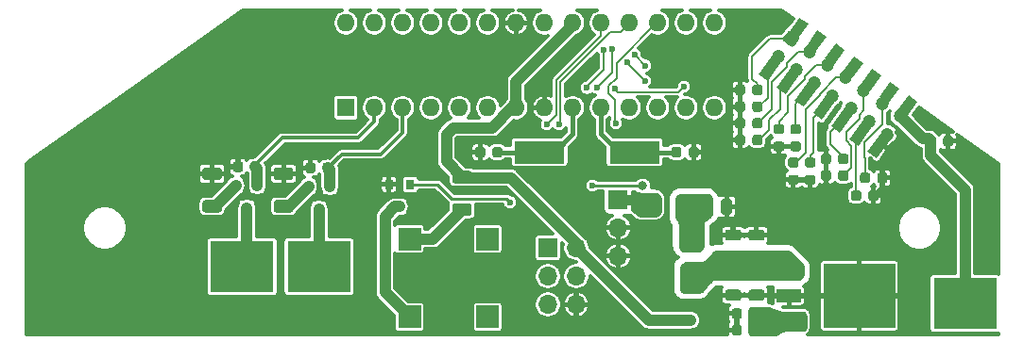
<source format=gbr>
%TF.GenerationSoftware,KiCad,Pcbnew,(5.1.9)-1*%
%TF.CreationDate,2021-10-08T19:18:34+02:00*%
%TF.ProjectId,multi_steering_kenwood_K24MSWK1MA,6d756c74-695f-4737-9465-6572696e675f,rev?*%
%TF.SameCoordinates,Original*%
%TF.FileFunction,Copper,L1,Top*%
%TF.FilePolarity,Positive*%
%FSLAX46Y46*%
G04 Gerber Fmt 4.6, Leading zero omitted, Abs format (unit mm)*
G04 Created by KiCad (PCBNEW (5.1.9)-1) date 2021-10-08 19:18:34*
%MOMM*%
%LPD*%
G01*
G04 APERTURE LIST*
%TA.AperFunction,SMDPad,CuDef*%
%ADD10C,0.100000*%
%TD*%
%TA.AperFunction,SMDPad,CuDef*%
%ADD11R,4.500000X2.000000*%
%TD*%
%TA.AperFunction,ComponentPad*%
%ADD12O,1.700000X1.700000*%
%TD*%
%TA.AperFunction,ComponentPad*%
%ADD13R,1.700000X1.700000*%
%TD*%
%TA.AperFunction,ComponentPad*%
%ADD14C,1.200000*%
%TD*%
%TA.AperFunction,ComponentPad*%
%ADD15O,1.600000X1.600000*%
%TD*%
%TA.AperFunction,ComponentPad*%
%ADD16R,1.600000X1.600000*%
%TD*%
%TA.AperFunction,SMDPad,CuDef*%
%ADD17R,6.400000X5.800000*%
%TD*%
%TA.AperFunction,SMDPad,CuDef*%
%ADD18R,2.200000X1.200000*%
%TD*%
%TA.AperFunction,SMDPad,CuDef*%
%ADD19R,0.800000X0.900000*%
%TD*%
%TA.AperFunction,SMDPad,CuDef*%
%ADD20R,5.700000X4.600000*%
%TD*%
%TA.AperFunction,SMDPad,CuDef*%
%ADD21R,1.800000X2.500000*%
%TD*%
%TA.AperFunction,SMDPad,CuDef*%
%ADD22R,2.000000X2.000000*%
%TD*%
%TA.AperFunction,ViaPad*%
%ADD23C,0.600000*%
%TD*%
%TA.AperFunction,ViaPad*%
%ADD24C,0.800000*%
%TD*%
%TA.AperFunction,Conductor*%
%ADD25C,1.000000*%
%TD*%
%TA.AperFunction,Conductor*%
%ADD26C,0.400000*%
%TD*%
%TA.AperFunction,Conductor*%
%ADD27C,0.150000*%
%TD*%
%TA.AperFunction,Conductor*%
%ADD28C,0.300000*%
%TD*%
%TA.AperFunction,Conductor*%
%ADD29C,0.250000*%
%TD*%
%TA.AperFunction,Conductor*%
%ADD30C,0.254000*%
%TD*%
%TA.AperFunction,Conductor*%
%ADD31C,0.100000*%
%TD*%
G04 APERTURE END LIST*
%TO.P,R14,2*%
%TO.N,GND*%
%TA.AperFunction,SMDPad,CuDef*%
G36*
G01*
X103781500Y-125497800D02*
X103781500Y-125997800D01*
G75*
G02*
X103556500Y-126222800I-225000J0D01*
G01*
X103106500Y-126222800D01*
G75*
G02*
X102881500Y-125997800I0J225000D01*
G01*
X102881500Y-125497800D01*
G75*
G02*
X103106500Y-125272800I225000J0D01*
G01*
X103556500Y-125272800D01*
G75*
G02*
X103781500Y-125497800I0J-225000D01*
G01*
G37*
%TD.AperFunction*%
%TO.P,R14,1*%
%TO.N,/MUTE*%
%TA.AperFunction,SMDPad,CuDef*%
G36*
G01*
X105331500Y-125497800D02*
X105331500Y-125997800D01*
G75*
G02*
X105106500Y-126222800I-225000J0D01*
G01*
X104656500Y-126222800D01*
G75*
G02*
X104431500Y-125997800I0J225000D01*
G01*
X104431500Y-125497800D01*
G75*
G02*
X104656500Y-125272800I225000J0D01*
G01*
X105106500Y-125272800D01*
G75*
G02*
X105331500Y-125497800I0J-225000D01*
G01*
G37*
%TD.AperFunction*%
%TD*%
%TO.P,R13,2*%
%TO.N,GND*%
%TA.AperFunction,SMDPad,CuDef*%
G36*
G01*
X97281500Y-125397800D02*
X97281500Y-125897800D01*
G75*
G02*
X97056500Y-126122800I-225000J0D01*
G01*
X96606500Y-126122800D01*
G75*
G02*
X96381500Y-125897800I0J225000D01*
G01*
X96381500Y-125397800D01*
G75*
G02*
X96606500Y-125172800I225000J0D01*
G01*
X97056500Y-125172800D01*
G75*
G02*
X97281500Y-125397800I0J-225000D01*
G01*
G37*
%TD.AperFunction*%
%TO.P,R13,1*%
%TO.N,/REM*%
%TA.AperFunction,SMDPad,CuDef*%
G36*
G01*
X98831500Y-125397800D02*
X98831500Y-125897800D01*
G75*
G02*
X98606500Y-126122800I-225000J0D01*
G01*
X98156500Y-126122800D01*
G75*
G02*
X97931500Y-125897800I0J225000D01*
G01*
X97931500Y-125397800D01*
G75*
G02*
X98156500Y-125172800I225000J0D01*
G01*
X98606500Y-125172800D01*
G75*
G02*
X98831500Y-125397800I0J-225000D01*
G01*
G37*
%TD.AperFunction*%
%TD*%
%TA.AperFunction,SMDPad,CuDef*%
D10*
%TO.P,X1,14*%
%TO.N,/HORN*%
G36*
X156741492Y-121166937D02*
G01*
X155927377Y-120586234D01*
X156914572Y-119202237D01*
X157728687Y-119782940D01*
X156741492Y-121166937D01*
G37*
%TD.AperFunction*%
%TA.AperFunction,SMDPad,CuDef*%
%TO.P,X1,13*%
%TO.N,GND*%
G36*
X154064451Y-124920009D02*
G01*
X153250335Y-124339307D01*
X154748549Y-122238889D01*
X155562665Y-122819591D01*
X154064451Y-124920009D01*
G37*
%TD.AperFunction*%
%TA.AperFunction,SMDPad,CuDef*%
%TO.P,X1,12*%
%TO.N,/DOWN*%
G36*
X155113261Y-120005531D02*
G01*
X154299146Y-119424828D01*
X155286341Y-118040831D01*
X156100456Y-118621534D01*
X155113261Y-120005531D01*
G37*
%TD.AperFunction*%
%TA.AperFunction,SMDPad,CuDef*%
%TO.P,X1,11*%
%TO.N,/UP*%
G36*
X152436220Y-123758603D02*
G01*
X151622104Y-123177901D01*
X153120318Y-121077483D01*
X153934434Y-121658185D01*
X152436220Y-123758603D01*
G37*
%TD.AperFunction*%
%TA.AperFunction,SMDPad,CuDef*%
%TO.P,X1,10*%
%TO.N,/VOLM*%
G36*
X153485030Y-118844125D02*
G01*
X152670915Y-118263422D01*
X153658110Y-116879425D01*
X154472225Y-117460128D01*
X153485030Y-118844125D01*
G37*
%TD.AperFunction*%
%TA.AperFunction,SMDPad,CuDef*%
%TO.P,X1,9*%
%TO.N,/RIGHT*%
G36*
X150807989Y-122597197D02*
G01*
X149993873Y-122016495D01*
X151492087Y-119916077D01*
X152306203Y-120496779D01*
X150807989Y-122597197D01*
G37*
%TD.AperFunction*%
%TA.AperFunction,SMDPad,CuDef*%
%TO.P,X1,8*%
%TO.N,/RSVD7*%
G36*
X151856799Y-117682719D02*
G01*
X151042684Y-117102016D01*
X152029879Y-115718019D01*
X152843994Y-116298722D01*
X151856799Y-117682719D01*
G37*
%TD.AperFunction*%
%TA.AperFunction,SMDPad,CuDef*%
%TO.P,X1,7*%
%TO.N,/RSVD8*%
G36*
X149179758Y-121435791D02*
G01*
X148365642Y-120855089D01*
X149863856Y-118754671D01*
X150677972Y-119335373D01*
X149179758Y-121435791D01*
G37*
%TD.AperFunction*%
%TA.AperFunction,SMDPad,CuDef*%
%TO.P,X1,6*%
%TO.N,/RSVD5*%
G36*
X150228568Y-116521313D02*
G01*
X149414453Y-115940610D01*
X150401648Y-114556613D01*
X151215763Y-115137316D01*
X150228568Y-116521313D01*
G37*
%TD.AperFunction*%
%TA.AperFunction,SMDPad,CuDef*%
%TO.P,X1,5*%
%TO.N,/RSVD6*%
G36*
X147551527Y-120274385D02*
G01*
X146737411Y-119693683D01*
X148235625Y-117593265D01*
X149049741Y-118173967D01*
X147551527Y-120274385D01*
G37*
%TD.AperFunction*%
%TA.AperFunction,SMDPad,CuDef*%
%TO.P,X1,4*%
%TO.N,/VOLP*%
G36*
X148600337Y-115359907D02*
G01*
X147786222Y-114779204D01*
X148773417Y-113395207D01*
X149587532Y-113975910D01*
X148600337Y-115359907D01*
G37*
%TD.AperFunction*%
%TA.AperFunction,SMDPad,CuDef*%
%TO.P,X1,3*%
%TO.N,/RSVD4*%
G36*
X145923296Y-119112979D02*
G01*
X145109180Y-118532277D01*
X146607394Y-116431859D01*
X147421510Y-117012561D01*
X145923296Y-119112979D01*
G37*
%TD.AperFunction*%
%TA.AperFunction,SMDPad,CuDef*%
%TO.P,X1,2*%
%TO.N,/RSVD1*%
G36*
X146972106Y-114198501D02*
G01*
X146157991Y-113617798D01*
X147145186Y-112233801D01*
X147959301Y-112814504D01*
X146972106Y-114198501D01*
G37*
%TD.AperFunction*%
%TA.AperFunction,SMDPad,CuDef*%
%TO.P,X1,1*%
%TO.N,/LEFT*%
G36*
X144295065Y-117951573D02*
G01*
X143480949Y-117370871D01*
X144979163Y-115270453D01*
X145793279Y-115851155D01*
X144295065Y-117951573D01*
G37*
%TD.AperFunction*%
%TD*%
%TO.P,C9,2*%
%TO.N,Net-(C9-Pad2)*%
%TA.AperFunction,SMDPad,CuDef*%
G36*
G01*
X136581500Y-124097800D02*
X136581500Y-124597800D01*
G75*
G02*
X136356500Y-124822800I-225000J0D01*
G01*
X135906500Y-124822800D01*
G75*
G02*
X135681500Y-124597800I0J225000D01*
G01*
X135681500Y-124097800D01*
G75*
G02*
X135906500Y-123872800I225000J0D01*
G01*
X136356500Y-123872800D01*
G75*
G02*
X136581500Y-124097800I0J-225000D01*
G01*
G37*
%TD.AperFunction*%
%TO.P,C9,1*%
%TO.N,GND*%
%TA.AperFunction,SMDPad,CuDef*%
G36*
G01*
X138131500Y-124097800D02*
X138131500Y-124597800D01*
G75*
G02*
X137906500Y-124822800I-225000J0D01*
G01*
X137456500Y-124822800D01*
G75*
G02*
X137231500Y-124597800I0J225000D01*
G01*
X137231500Y-124097800D01*
G75*
G02*
X137456500Y-123872800I225000J0D01*
G01*
X137906500Y-123872800D01*
G75*
G02*
X138131500Y-124097800I0J-225000D01*
G01*
G37*
%TD.AperFunction*%
%TD*%
%TO.P,C8,2*%
%TO.N,Net-(C8-Pad2)*%
%TA.AperFunction,SMDPad,CuDef*%
G36*
G01*
X119631500Y-124597800D02*
X119631500Y-124097800D01*
G75*
G02*
X119856500Y-123872800I225000J0D01*
G01*
X120306500Y-123872800D01*
G75*
G02*
X120531500Y-124097800I0J-225000D01*
G01*
X120531500Y-124597800D01*
G75*
G02*
X120306500Y-124822800I-225000J0D01*
G01*
X119856500Y-124822800D01*
G75*
G02*
X119631500Y-124597800I0J225000D01*
G01*
G37*
%TD.AperFunction*%
%TO.P,C8,1*%
%TO.N,GND*%
%TA.AperFunction,SMDPad,CuDef*%
G36*
G01*
X118081500Y-124597800D02*
X118081500Y-124097800D01*
G75*
G02*
X118306500Y-123872800I225000J0D01*
G01*
X118756500Y-123872800D01*
G75*
G02*
X118981500Y-124097800I0J-225000D01*
G01*
X118981500Y-124597800D01*
G75*
G02*
X118756500Y-124822800I-225000J0D01*
G01*
X118306500Y-124822800D01*
G75*
G02*
X118081500Y-124597800I0J225000D01*
G01*
G37*
%TD.AperFunction*%
%TD*%
D11*
%TO.P,Y1,2*%
%TO.N,Net-(C9-Pad2)*%
X132356500Y-124347800D03*
%TO.P,Y1,1*%
%TO.N,Net-(C8-Pad2)*%
X123856500Y-124347800D03*
%TD*%
D12*
%TO.P,X14,3*%
%TO.N,GND*%
X130906500Y-133687800D03*
%TO.P,X14,2*%
X130906500Y-131147800D03*
D13*
%TO.P,X14,1*%
%TO.N,+12VA*%
X130906500Y-128607800D03*
%TD*%
D14*
%TO.P,X5,14*%
%TO.N,GND*%
X155014480Y-122744467D03*
%TO.P,X5,12*%
%TO.N,/UP*%
X153386249Y-121583061D03*
%TO.P,X5,10*%
%TO.N,/RIGHT*%
X151758018Y-120421655D03*
%TO.P,X5,8*%
%TO.N,/RSVD8*%
X150129787Y-119260249D03*
%TO.P,X5,6*%
%TO.N,/RSVD6*%
X148501556Y-118098843D03*
%TO.P,X5,4*%
%TO.N,/RSVD4*%
X146873325Y-116937437D03*
%TO.P,X5,2*%
%TO.N,/LEFT*%
X145245094Y-115776031D03*
%TO.P,X5,13*%
%TO.N,/HORN*%
X156175886Y-121116235D03*
%TO.P,X5,11*%
%TO.N,/DOWN*%
X154547655Y-119954830D03*
%TO.P,X5,9*%
%TO.N,/VOLM*%
X152919424Y-118793424D03*
%TO.P,X5,7*%
%TO.N,/RSVD7*%
X151291193Y-117632018D03*
%TO.P,X5,5*%
%TO.N,/RSVD5*%
X149662962Y-116470612D03*
%TO.P,X5,3*%
%TO.N,/VOLP*%
X148034731Y-115309206D03*
%TO.P,X5,1*%
%TO.N,/RSVD1*%
%TA.AperFunction,ComponentPad*%
G36*
G01*
X145714784Y-114084320D02*
X146121277Y-113514437D01*
G75*
G02*
X146469980Y-113456084I203528J-145175D01*
G01*
X147039863Y-113862577D01*
G75*
G02*
X147098216Y-114211280I-145175J-203528D01*
G01*
X146691723Y-114781163D01*
G75*
G02*
X146343020Y-114839516I-203528J145175D01*
G01*
X145773137Y-114433023D01*
G75*
G02*
X145714784Y-114084320I145175J203528D01*
G01*
G37*
%TD.AperFunction*%
%TD*%
D15*
%TO.P,U2,28*%
%TO.N,Net-(R11-Pad2)*%
X106506500Y-112727800D03*
%TO.P,U2,14*%
%TO.N,/BUZ_EN*%
X139526500Y-120347800D03*
%TO.P,U2,27*%
%TO.N,Net-(R9-Pad2)*%
X109046500Y-112727800D03*
%TO.P,U2,13*%
%TO.N,/UP*%
X136986500Y-120347800D03*
%TO.P,U2,26*%
%TO.N,Net-(R8-Pad2)*%
X111586500Y-112727800D03*
%TO.P,U2,12*%
%TO.N,/RIGHT*%
X134446500Y-120347800D03*
%TO.P,U2,25*%
%TO.N,Net-(R7-Pad2)*%
X114126500Y-112727800D03*
%TO.P,U2,11*%
%TO.N,/VOLM*%
X131906500Y-120347800D03*
%TO.P,U2,24*%
%TO.N,Net-(R6-Pad2)*%
X116666500Y-112727800D03*
%TO.P,U2,10*%
%TO.N,Net-(C9-Pad2)*%
X129366500Y-120347800D03*
%TO.P,U2,23*%
%TO.N,Net-(R5-Pad2)*%
X119206500Y-112727800D03*
%TO.P,U2,9*%
%TO.N,Net-(C8-Pad2)*%
X126826500Y-120347800D03*
%TO.P,U2,22*%
%TO.N,GND*%
X121746500Y-112727800D03*
%TO.P,U2,8*%
X124286500Y-120347800D03*
%TO.P,U2,21*%
%TO.N,Net-(U2-Pad21)*%
X124286500Y-112727800D03*
%TO.P,U2,7*%
%TO.N,+5V*%
X121746500Y-120347800D03*
%TO.P,U2,20*%
X126826500Y-112727800D03*
%TO.P,U2,6*%
%TO.N,/DOWN*%
X119206500Y-120347800D03*
%TO.P,U2,19*%
%TO.N,/SCK*%
X129366500Y-112727800D03*
%TO.P,U2,5*%
%TO.N,/VOLP*%
X116666500Y-120347800D03*
%TO.P,U2,18*%
%TO.N,/MISO*%
X131906500Y-112727800D03*
%TO.P,U2,4*%
%TO.N,/LEFT*%
X114126500Y-120347800D03*
%TO.P,U2,17*%
%TO.N,/MOSI*%
X134446500Y-112727800D03*
%TO.P,U2,3*%
%TO.N,/MUTE*%
X111586500Y-120347800D03*
%TO.P,U2,16*%
%TO.N,Net-(U2-Pad16)*%
X136986500Y-112727800D03*
%TO.P,U2,2*%
%TO.N,/REM*%
X109046500Y-120347800D03*
%TO.P,U2,15*%
%TO.N,Net-(U2-Pad15)*%
X139526500Y-112727800D03*
D16*
%TO.P,U2,1*%
%TO.N,/RST*%
X106506500Y-120347800D03*
%TD*%
D17*
%TO.P,U1,2*%
%TO.N,GND*%
X152506500Y-137247800D03*
D18*
%TO.P,U1,3*%
%TO.N,+5V*%
X146206500Y-139527800D03*
%TO.P,U1,2*%
%TO.N,GND*%
X146206500Y-137247800D03*
%TO.P,U1,1*%
%TO.N,+12V*%
X146206500Y-134967800D03*
%TD*%
%TO.P,RV1,2*%
%TO.N,GND*%
%TA.AperFunction,SMDPad,CuDef*%
G36*
G01*
X140106500Y-129697801D02*
X140106500Y-128797799D01*
G75*
G02*
X140356499Y-128547800I249999J0D01*
G01*
X140881501Y-128547800D01*
G75*
G02*
X141131500Y-128797799I0J-249999D01*
G01*
X141131500Y-129697801D01*
G75*
G02*
X140881501Y-129947800I-249999J0D01*
G01*
X140356499Y-129947800D01*
G75*
G02*
X140106500Y-129697801I0J249999D01*
G01*
G37*
%TD.AperFunction*%
%TO.P,RV1,1*%
%TO.N,Net-(D1-Pad2)*%
%TA.AperFunction,SMDPad,CuDef*%
G36*
G01*
X138281500Y-129697801D02*
X138281500Y-128797799D01*
G75*
G02*
X138531499Y-128547800I249999J0D01*
G01*
X139056501Y-128547800D01*
G75*
G02*
X139306500Y-128797799I0J-249999D01*
G01*
X139306500Y-129697801D01*
G75*
G02*
X139056501Y-129947800I-249999J0D01*
G01*
X138531499Y-129947800D01*
G75*
G02*
X138281500Y-129697801I0J249999D01*
G01*
G37*
%TD.AperFunction*%
%TD*%
%TO.P,R12,2*%
%TO.N,Net-(BZ1-Pad1)*%
%TA.AperFunction,SMDPad,CuDef*%
G36*
G01*
X116281499Y-128947800D02*
X117531501Y-128947800D01*
G75*
G02*
X117781500Y-129197799I0J-249999D01*
G01*
X117781500Y-129822801D01*
G75*
G02*
X117531501Y-130072800I-249999J0D01*
G01*
X116281499Y-130072800D01*
G75*
G02*
X116031500Y-129822801I0J249999D01*
G01*
X116031500Y-129197799D01*
G75*
G02*
X116281499Y-128947800I249999J0D01*
G01*
G37*
%TD.AperFunction*%
%TO.P,R12,1*%
%TO.N,+5V*%
%TA.AperFunction,SMDPad,CuDef*%
G36*
G01*
X116281499Y-126022800D02*
X117531501Y-126022800D01*
G75*
G02*
X117781500Y-126272799I0J-249999D01*
G01*
X117781500Y-126897801D01*
G75*
G02*
X117531501Y-127147800I-249999J0D01*
G01*
X116281499Y-127147800D01*
G75*
G02*
X116031500Y-126897801I0J249999D01*
G01*
X116031500Y-126272799D01*
G75*
G02*
X116281499Y-126022800I249999J0D01*
G01*
G37*
%TD.AperFunction*%
%TD*%
%TO.P,R4,2*%
%TO.N,GND*%
%TA.AperFunction,SMDPad,CuDef*%
G36*
G01*
X101531501Y-126847800D02*
X100281499Y-126847800D01*
G75*
G02*
X100031500Y-126597801I0J249999D01*
G01*
X100031500Y-125972799D01*
G75*
G02*
X100281499Y-125722800I249999J0D01*
G01*
X101531501Y-125722800D01*
G75*
G02*
X101781500Y-125972799I0J-249999D01*
G01*
X101781500Y-126597801D01*
G75*
G02*
X101531501Y-126847800I-249999J0D01*
G01*
G37*
%TD.AperFunction*%
%TO.P,R4,1*%
%TO.N,Net-(Q2-Pad2)*%
%TA.AperFunction,SMDPad,CuDef*%
G36*
G01*
X101531501Y-129772800D02*
X100281499Y-129772800D01*
G75*
G02*
X100031500Y-129522801I0J249999D01*
G01*
X100031500Y-128897799D01*
G75*
G02*
X100281499Y-128647800I249999J0D01*
G01*
X101531501Y-128647800D01*
G75*
G02*
X101781500Y-128897799I0J-249999D01*
G01*
X101781500Y-129522801D01*
G75*
G02*
X101531501Y-129772800I-249999J0D01*
G01*
G37*
%TD.AperFunction*%
%TD*%
%TO.P,R3,2*%
%TO.N,GND*%
%TA.AperFunction,SMDPad,CuDef*%
G36*
G01*
X95131501Y-126847800D02*
X93881499Y-126847800D01*
G75*
G02*
X93631500Y-126597801I0J249999D01*
G01*
X93631500Y-125972799D01*
G75*
G02*
X93881499Y-125722800I249999J0D01*
G01*
X95131501Y-125722800D01*
G75*
G02*
X95381500Y-125972799I0J-249999D01*
G01*
X95381500Y-126597801D01*
G75*
G02*
X95131501Y-126847800I-249999J0D01*
G01*
G37*
%TD.AperFunction*%
%TO.P,R3,1*%
%TO.N,Net-(Q1-Pad2)*%
%TA.AperFunction,SMDPad,CuDef*%
G36*
G01*
X95131501Y-129772800D02*
X93881499Y-129772800D01*
G75*
G02*
X93631500Y-129522801I0J249999D01*
G01*
X93631500Y-128897799D01*
G75*
G02*
X93881499Y-128647800I249999J0D01*
G01*
X95131501Y-128647800D01*
G75*
G02*
X95381500Y-128897799I0J-249999D01*
G01*
X95381500Y-129522801D01*
G75*
G02*
X95131501Y-129772800I-249999J0D01*
G01*
G37*
%TD.AperFunction*%
%TD*%
%TO.P,R2,2*%
%TO.N,GND*%
%TA.AperFunction,SMDPad,CuDef*%
G36*
G01*
X141981500Y-138597800D02*
X141981500Y-139097800D01*
G75*
G02*
X141756500Y-139322800I-225000J0D01*
G01*
X141306500Y-139322800D01*
G75*
G02*
X141081500Y-139097800I0J225000D01*
G01*
X141081500Y-138597800D01*
G75*
G02*
X141306500Y-138372800I225000J0D01*
G01*
X141756500Y-138372800D01*
G75*
G02*
X141981500Y-138597800I0J-225000D01*
G01*
G37*
%TD.AperFunction*%
%TO.P,R2,1*%
%TO.N,+5V*%
%TA.AperFunction,SMDPad,CuDef*%
G36*
G01*
X143531500Y-138597800D02*
X143531500Y-139097800D01*
G75*
G02*
X143306500Y-139322800I-225000J0D01*
G01*
X142856500Y-139322800D01*
G75*
G02*
X142631500Y-139097800I0J225000D01*
G01*
X142631500Y-138597800D01*
G75*
G02*
X142856500Y-138372800I225000J0D01*
G01*
X143306500Y-138372800D01*
G75*
G02*
X143531500Y-138597800I0J-225000D01*
G01*
G37*
%TD.AperFunction*%
%TD*%
%TO.P,R1,2*%
%TO.N,+12VA*%
%TA.AperFunction,SMDPad,CuDef*%
G36*
G01*
X134406500Y-128422799D02*
X134406500Y-129672801D01*
G75*
G02*
X134156501Y-129922800I-249999J0D01*
G01*
X133531499Y-129922800D01*
G75*
G02*
X133281500Y-129672801I0J249999D01*
G01*
X133281500Y-128422799D01*
G75*
G02*
X133531499Y-128172800I249999J0D01*
G01*
X134156501Y-128172800D01*
G75*
G02*
X134406500Y-128422799I0J-249999D01*
G01*
G37*
%TD.AperFunction*%
%TO.P,R1,1*%
%TO.N,Net-(D1-Pad2)*%
%TA.AperFunction,SMDPad,CuDef*%
G36*
G01*
X137331500Y-128422799D02*
X137331500Y-129672801D01*
G75*
G02*
X137081501Y-129922800I-249999J0D01*
G01*
X136456499Y-129922800D01*
G75*
G02*
X136206500Y-129672801I0J249999D01*
G01*
X136206500Y-128422799D01*
G75*
G02*
X136456499Y-128172800I249999J0D01*
G01*
X137081501Y-128172800D01*
G75*
G02*
X137331500Y-128422799I0J-249999D01*
G01*
G37*
%TD.AperFunction*%
%TD*%
D19*
%TO.P,Q3,3*%
%TO.N,Net-(BZ1-Pad2)*%
X111306500Y-129247800D03*
%TO.P,Q3,2*%
%TO.N,GND*%
X110356500Y-127247800D03*
%TO.P,Q3,1*%
%TO.N,/BUZ_EN*%
X112256500Y-127247800D03*
%TD*%
%TO.P,Q2,3*%
%TO.N,Net-(J2-Pad1)*%
X104106500Y-129447800D03*
%TO.P,Q2,2*%
%TO.N,Net-(Q2-Pad2)*%
X103156500Y-127447800D03*
%TO.P,Q2,1*%
%TO.N,/MUTE*%
X105056500Y-127447800D03*
%TD*%
%TO.P,Q1,3*%
%TO.N,Net-(J1-Pad1)*%
X97606500Y-129347800D03*
%TO.P,Q1,2*%
%TO.N,Net-(Q1-Pad2)*%
X96656500Y-127347800D03*
%TO.P,Q1,1*%
%TO.N,/REM*%
X98556500Y-127347800D03*
%TD*%
D12*
%TO.P,J4,6*%
%TO.N,GND*%
X127146500Y-138027800D03*
%TO.P,J4,5*%
%TO.N,/RST*%
X124606500Y-138027800D03*
%TO.P,J4,4*%
%TO.N,/MOSI*%
X127146500Y-135487800D03*
%TO.P,J4,3*%
%TO.N,/SCK*%
X124606500Y-135487800D03*
%TO.P,J4,2*%
%TO.N,+5V*%
X127146500Y-132947800D03*
D13*
%TO.P,J4,1*%
%TO.N,/MISO*%
X124606500Y-132947800D03*
%TD*%
D20*
%TO.P,J3,1*%
%TO.N,/HORN*%
X162006500Y-137947800D03*
%TD*%
%TO.P,J2,1*%
%TO.N,Net-(J2-Pad1)*%
X104106500Y-134647800D03*
%TD*%
%TO.P,J1,1*%
%TO.N,Net-(J1-Pad1)*%
X97206500Y-134647800D03*
%TD*%
D21*
%TO.P,D1,2*%
%TO.N,Net-(D1-Pad2)*%
X137406500Y-131747800D03*
%TO.P,D1,1*%
%TO.N,+12V*%
X137406500Y-135747800D03*
%TD*%
%TO.P,C22,2*%
%TO.N,GND*%
%TA.AperFunction,SMDPad,CuDef*%
G36*
G01*
X142281500Y-119997800D02*
X142281500Y-120497800D01*
G75*
G02*
X142056500Y-120722800I-225000J0D01*
G01*
X141606500Y-120722800D01*
G75*
G02*
X141381500Y-120497800I0J225000D01*
G01*
X141381500Y-119997800D01*
G75*
G02*
X141606500Y-119772800I225000J0D01*
G01*
X142056500Y-119772800D01*
G75*
G02*
X142281500Y-119997800I0J-225000D01*
G01*
G37*
%TD.AperFunction*%
%TO.P,C22,1*%
%TO.N,/LEFT*%
%TA.AperFunction,SMDPad,CuDef*%
G36*
G01*
X143831500Y-119997800D02*
X143831500Y-120497800D01*
G75*
G02*
X143606500Y-120722800I-225000J0D01*
G01*
X143156500Y-120722800D01*
G75*
G02*
X142931500Y-120497800I0J225000D01*
G01*
X142931500Y-119997800D01*
G75*
G02*
X143156500Y-119772800I225000J0D01*
G01*
X143606500Y-119772800D01*
G75*
G02*
X143831500Y-119997800I0J-225000D01*
G01*
G37*
%TD.AperFunction*%
%TD*%
%TO.P,C21,2*%
%TO.N,GND*%
%TA.AperFunction,SMDPad,CuDef*%
G36*
G01*
X142281500Y-122997800D02*
X142281500Y-123497800D01*
G75*
G02*
X142056500Y-123722800I-225000J0D01*
G01*
X141606500Y-123722800D01*
G75*
G02*
X141381500Y-123497800I0J225000D01*
G01*
X141381500Y-122997800D01*
G75*
G02*
X141606500Y-122772800I225000J0D01*
G01*
X142056500Y-122772800D01*
G75*
G02*
X142281500Y-122997800I0J-225000D01*
G01*
G37*
%TD.AperFunction*%
%TO.P,C21,1*%
%TO.N,/RSVD4*%
%TA.AperFunction,SMDPad,CuDef*%
G36*
G01*
X143831500Y-122997800D02*
X143831500Y-123497800D01*
G75*
G02*
X143606500Y-123722800I-225000J0D01*
G01*
X143156500Y-123722800D01*
G75*
G02*
X142931500Y-123497800I0J225000D01*
G01*
X142931500Y-122997800D01*
G75*
G02*
X143156500Y-122772800I225000J0D01*
G01*
X143606500Y-122772800D01*
G75*
G02*
X143831500Y-122997800I0J-225000D01*
G01*
G37*
%TD.AperFunction*%
%TD*%
%TO.P,C20,2*%
%TO.N,GND*%
%TA.AperFunction,SMDPad,CuDef*%
G36*
G01*
X146556500Y-123372800D02*
X147056500Y-123372800D01*
G75*
G02*
X147281500Y-123597800I0J-225000D01*
G01*
X147281500Y-124047800D01*
G75*
G02*
X147056500Y-124272800I-225000J0D01*
G01*
X146556500Y-124272800D01*
G75*
G02*
X146331500Y-124047800I0J225000D01*
G01*
X146331500Y-123597800D01*
G75*
G02*
X146556500Y-123372800I225000J0D01*
G01*
G37*
%TD.AperFunction*%
%TO.P,C20,1*%
%TO.N,/RSVD6*%
%TA.AperFunction,SMDPad,CuDef*%
G36*
G01*
X146556500Y-121822800D02*
X147056500Y-121822800D01*
G75*
G02*
X147281500Y-122047800I0J-225000D01*
G01*
X147281500Y-122497800D01*
G75*
G02*
X147056500Y-122722800I-225000J0D01*
G01*
X146556500Y-122722800D01*
G75*
G02*
X146331500Y-122497800I0J225000D01*
G01*
X146331500Y-122047800D01*
G75*
G02*
X146556500Y-121822800I225000J0D01*
G01*
G37*
%TD.AperFunction*%
%TD*%
%TO.P,C19,2*%
%TO.N,GND*%
%TA.AperFunction,SMDPad,CuDef*%
G36*
G01*
X147856500Y-126372800D02*
X148356500Y-126372800D01*
G75*
G02*
X148581500Y-126597800I0J-225000D01*
G01*
X148581500Y-127047800D01*
G75*
G02*
X148356500Y-127272800I-225000J0D01*
G01*
X147856500Y-127272800D01*
G75*
G02*
X147631500Y-127047800I0J225000D01*
G01*
X147631500Y-126597800D01*
G75*
G02*
X147856500Y-126372800I225000J0D01*
G01*
G37*
%TD.AperFunction*%
%TO.P,C19,1*%
%TO.N,/RSVD8*%
%TA.AperFunction,SMDPad,CuDef*%
G36*
G01*
X147856500Y-124822800D02*
X148356500Y-124822800D01*
G75*
G02*
X148581500Y-125047800I0J-225000D01*
G01*
X148581500Y-125497800D01*
G75*
G02*
X148356500Y-125722800I-225000J0D01*
G01*
X147856500Y-125722800D01*
G75*
G02*
X147631500Y-125497800I0J225000D01*
G01*
X147631500Y-125047800D01*
G75*
G02*
X147856500Y-124822800I225000J0D01*
G01*
G37*
%TD.AperFunction*%
%TD*%
%TO.P,C18,2*%
%TO.N,GND*%
%TA.AperFunction,SMDPad,CuDef*%
G36*
G01*
X149981500Y-124697800D02*
X149981500Y-125197800D01*
G75*
G02*
X149756500Y-125422800I-225000J0D01*
G01*
X149306500Y-125422800D01*
G75*
G02*
X149081500Y-125197800I0J225000D01*
G01*
X149081500Y-124697800D01*
G75*
G02*
X149306500Y-124472800I225000J0D01*
G01*
X149756500Y-124472800D01*
G75*
G02*
X149981500Y-124697800I0J-225000D01*
G01*
G37*
%TD.AperFunction*%
%TO.P,C18,1*%
%TO.N,/RIGHT*%
%TA.AperFunction,SMDPad,CuDef*%
G36*
G01*
X151531500Y-124697800D02*
X151531500Y-125197800D01*
G75*
G02*
X151306500Y-125422800I-225000J0D01*
G01*
X150856500Y-125422800D01*
G75*
G02*
X150631500Y-125197800I0J225000D01*
G01*
X150631500Y-124697800D01*
G75*
G02*
X150856500Y-124472800I225000J0D01*
G01*
X151306500Y-124472800D01*
G75*
G02*
X151531500Y-124697800I0J-225000D01*
G01*
G37*
%TD.AperFunction*%
%TD*%
%TO.P,C17,2*%
%TO.N,GND*%
%TA.AperFunction,SMDPad,CuDef*%
G36*
G01*
X153331500Y-128497800D02*
X153331500Y-127997800D01*
G75*
G02*
X153556500Y-127772800I225000J0D01*
G01*
X154006500Y-127772800D01*
G75*
G02*
X154231500Y-127997800I0J-225000D01*
G01*
X154231500Y-128497800D01*
G75*
G02*
X154006500Y-128722800I-225000J0D01*
G01*
X153556500Y-128722800D01*
G75*
G02*
X153331500Y-128497800I0J225000D01*
G01*
G37*
%TD.AperFunction*%
%TO.P,C17,1*%
%TO.N,/UP*%
%TA.AperFunction,SMDPad,CuDef*%
G36*
G01*
X151781500Y-128497800D02*
X151781500Y-127997800D01*
G75*
G02*
X152006500Y-127772800I225000J0D01*
G01*
X152456500Y-127772800D01*
G75*
G02*
X152681500Y-127997800I0J-225000D01*
G01*
X152681500Y-128497800D01*
G75*
G02*
X152456500Y-128722800I-225000J0D01*
G01*
X152006500Y-128722800D01*
G75*
G02*
X151781500Y-128497800I0J225000D01*
G01*
G37*
%TD.AperFunction*%
%TD*%
%TO.P,C16,2*%
%TO.N,GND*%
%TA.AperFunction,SMDPad,CuDef*%
G36*
G01*
X160031500Y-123597800D02*
X160031500Y-123097800D01*
G75*
G02*
X160256500Y-122872800I225000J0D01*
G01*
X160706500Y-122872800D01*
G75*
G02*
X160931500Y-123097800I0J-225000D01*
G01*
X160931500Y-123597800D01*
G75*
G02*
X160706500Y-123822800I-225000J0D01*
G01*
X160256500Y-123822800D01*
G75*
G02*
X160031500Y-123597800I0J225000D01*
G01*
G37*
%TD.AperFunction*%
%TO.P,C16,1*%
%TO.N,/HORN*%
%TA.AperFunction,SMDPad,CuDef*%
G36*
G01*
X158481500Y-123597800D02*
X158481500Y-123097800D01*
G75*
G02*
X158706500Y-122872800I225000J0D01*
G01*
X159156500Y-122872800D01*
G75*
G02*
X159381500Y-123097800I0J-225000D01*
G01*
X159381500Y-123597800D01*
G75*
G02*
X159156500Y-123822800I-225000J0D01*
G01*
X158706500Y-123822800D01*
G75*
G02*
X158481500Y-123597800I0J225000D01*
G01*
G37*
%TD.AperFunction*%
%TD*%
%TO.P,C15,2*%
%TO.N,GND*%
%TA.AperFunction,SMDPad,CuDef*%
G36*
G01*
X154131500Y-126897800D02*
X154131500Y-126397800D01*
G75*
G02*
X154356500Y-126172800I225000J0D01*
G01*
X154806500Y-126172800D01*
G75*
G02*
X155031500Y-126397800I0J-225000D01*
G01*
X155031500Y-126897800D01*
G75*
G02*
X154806500Y-127122800I-225000J0D01*
G01*
X154356500Y-127122800D01*
G75*
G02*
X154131500Y-126897800I0J225000D01*
G01*
G37*
%TD.AperFunction*%
%TO.P,C15,1*%
%TO.N,/DOWN*%
%TA.AperFunction,SMDPad,CuDef*%
G36*
G01*
X152581500Y-126897800D02*
X152581500Y-126397800D01*
G75*
G02*
X152806500Y-126172800I225000J0D01*
G01*
X153256500Y-126172800D01*
G75*
G02*
X153481500Y-126397800I0J-225000D01*
G01*
X153481500Y-126897800D01*
G75*
G02*
X153256500Y-127122800I-225000J0D01*
G01*
X152806500Y-127122800D01*
G75*
G02*
X152581500Y-126897800I0J225000D01*
G01*
G37*
%TD.AperFunction*%
%TD*%
%TO.P,C14,2*%
%TO.N,GND*%
%TA.AperFunction,SMDPad,CuDef*%
G36*
G01*
X149981500Y-126197800D02*
X149981500Y-126697800D01*
G75*
G02*
X149756500Y-126922800I-225000J0D01*
G01*
X149306500Y-126922800D01*
G75*
G02*
X149081500Y-126697800I0J225000D01*
G01*
X149081500Y-126197800D01*
G75*
G02*
X149306500Y-125972800I225000J0D01*
G01*
X149756500Y-125972800D01*
G75*
G02*
X149981500Y-126197800I0J-225000D01*
G01*
G37*
%TD.AperFunction*%
%TO.P,C14,1*%
%TO.N,/VOLM*%
%TA.AperFunction,SMDPad,CuDef*%
G36*
G01*
X151531500Y-126197800D02*
X151531500Y-126697800D01*
G75*
G02*
X151306500Y-126922800I-225000J0D01*
G01*
X150856500Y-126922800D01*
G75*
G02*
X150631500Y-126697800I0J225000D01*
G01*
X150631500Y-126197800D01*
G75*
G02*
X150856500Y-125972800I225000J0D01*
G01*
X151306500Y-125972800D01*
G75*
G02*
X151531500Y-126197800I0J-225000D01*
G01*
G37*
%TD.AperFunction*%
%TD*%
%TO.P,C13,2*%
%TO.N,GND*%
%TA.AperFunction,SMDPad,CuDef*%
G36*
G01*
X146356500Y-126372800D02*
X146856500Y-126372800D01*
G75*
G02*
X147081500Y-126597800I0J-225000D01*
G01*
X147081500Y-127047800D01*
G75*
G02*
X146856500Y-127272800I-225000J0D01*
G01*
X146356500Y-127272800D01*
G75*
G02*
X146131500Y-127047800I0J225000D01*
G01*
X146131500Y-126597800D01*
G75*
G02*
X146356500Y-126372800I225000J0D01*
G01*
G37*
%TD.AperFunction*%
%TO.P,C13,1*%
%TO.N,/RSVD7*%
%TA.AperFunction,SMDPad,CuDef*%
G36*
G01*
X146356500Y-124822800D02*
X146856500Y-124822800D01*
G75*
G02*
X147081500Y-125047800I0J-225000D01*
G01*
X147081500Y-125497800D01*
G75*
G02*
X146856500Y-125722800I-225000J0D01*
G01*
X146356500Y-125722800D01*
G75*
G02*
X146131500Y-125497800I0J225000D01*
G01*
X146131500Y-125047800D01*
G75*
G02*
X146356500Y-124822800I225000J0D01*
G01*
G37*
%TD.AperFunction*%
%TD*%
%TO.P,C12,2*%
%TO.N,GND*%
%TA.AperFunction,SMDPad,CuDef*%
G36*
G01*
X145056500Y-123372800D02*
X145556500Y-123372800D01*
G75*
G02*
X145781500Y-123597800I0J-225000D01*
G01*
X145781500Y-124047800D01*
G75*
G02*
X145556500Y-124272800I-225000J0D01*
G01*
X145056500Y-124272800D01*
G75*
G02*
X144831500Y-124047800I0J225000D01*
G01*
X144831500Y-123597800D01*
G75*
G02*
X145056500Y-123372800I225000J0D01*
G01*
G37*
%TD.AperFunction*%
%TO.P,C12,1*%
%TO.N,/RSVD5*%
%TA.AperFunction,SMDPad,CuDef*%
G36*
G01*
X145056500Y-121822800D02*
X145556500Y-121822800D01*
G75*
G02*
X145781500Y-122047800I0J-225000D01*
G01*
X145781500Y-122497800D01*
G75*
G02*
X145556500Y-122722800I-225000J0D01*
G01*
X145056500Y-122722800D01*
G75*
G02*
X144831500Y-122497800I0J225000D01*
G01*
X144831500Y-122047800D01*
G75*
G02*
X145056500Y-121822800I225000J0D01*
G01*
G37*
%TD.AperFunction*%
%TD*%
%TO.P,C11,2*%
%TO.N,GND*%
%TA.AperFunction,SMDPad,CuDef*%
G36*
G01*
X142281500Y-121497800D02*
X142281500Y-121997800D01*
G75*
G02*
X142056500Y-122222800I-225000J0D01*
G01*
X141606500Y-122222800D01*
G75*
G02*
X141381500Y-121997800I0J225000D01*
G01*
X141381500Y-121497800D01*
G75*
G02*
X141606500Y-121272800I225000J0D01*
G01*
X142056500Y-121272800D01*
G75*
G02*
X142281500Y-121497800I0J-225000D01*
G01*
G37*
%TD.AperFunction*%
%TO.P,C11,1*%
%TO.N,/VOLP*%
%TA.AperFunction,SMDPad,CuDef*%
G36*
G01*
X143831500Y-121497800D02*
X143831500Y-121997800D01*
G75*
G02*
X143606500Y-122222800I-225000J0D01*
G01*
X143156500Y-122222800D01*
G75*
G02*
X142931500Y-121997800I0J225000D01*
G01*
X142931500Y-121497800D01*
G75*
G02*
X143156500Y-121272800I225000J0D01*
G01*
X143606500Y-121272800D01*
G75*
G02*
X143831500Y-121497800I0J-225000D01*
G01*
G37*
%TD.AperFunction*%
%TD*%
%TO.P,C10,2*%
%TO.N,GND*%
%TA.AperFunction,SMDPad,CuDef*%
G36*
G01*
X142281500Y-118497800D02*
X142281500Y-118997800D01*
G75*
G02*
X142056500Y-119222800I-225000J0D01*
G01*
X141606500Y-119222800D01*
G75*
G02*
X141381500Y-118997800I0J225000D01*
G01*
X141381500Y-118497800D01*
G75*
G02*
X141606500Y-118272800I225000J0D01*
G01*
X142056500Y-118272800D01*
G75*
G02*
X142281500Y-118497800I0J-225000D01*
G01*
G37*
%TD.AperFunction*%
%TO.P,C10,1*%
%TO.N,/RSVD1*%
%TA.AperFunction,SMDPad,CuDef*%
G36*
G01*
X143831500Y-118497800D02*
X143831500Y-118997800D01*
G75*
G02*
X143606500Y-119222800I-225000J0D01*
G01*
X143156500Y-119222800D01*
G75*
G02*
X142931500Y-118997800I0J225000D01*
G01*
X142931500Y-118497800D01*
G75*
G02*
X143156500Y-118272800I225000J0D01*
G01*
X143606500Y-118272800D01*
G75*
G02*
X143831500Y-118497800I0J-225000D01*
G01*
G37*
%TD.AperFunction*%
%TD*%
%TO.P,C5,2*%
%TO.N,GND*%
%TA.AperFunction,SMDPad,CuDef*%
G36*
G01*
X141981500Y-140097800D02*
X141981500Y-140597800D01*
G75*
G02*
X141756500Y-140822800I-225000J0D01*
G01*
X141306500Y-140822800D01*
G75*
G02*
X141081500Y-140597800I0J225000D01*
G01*
X141081500Y-140097800D01*
G75*
G02*
X141306500Y-139872800I225000J0D01*
G01*
X141756500Y-139872800D01*
G75*
G02*
X141981500Y-140097800I0J-225000D01*
G01*
G37*
%TD.AperFunction*%
%TO.P,C5,1*%
%TO.N,+5V*%
%TA.AperFunction,SMDPad,CuDef*%
G36*
G01*
X143531500Y-140097800D02*
X143531500Y-140597800D01*
G75*
G02*
X143306500Y-140822800I-225000J0D01*
G01*
X142856500Y-140822800D01*
G75*
G02*
X142631500Y-140597800I0J225000D01*
G01*
X142631500Y-140097800D01*
G75*
G02*
X142856500Y-139872800I225000J0D01*
G01*
X143306500Y-139872800D01*
G75*
G02*
X143531500Y-140097800I0J-225000D01*
G01*
G37*
%TD.AperFunction*%
%TD*%
%TO.P,C4,2*%
%TO.N,GND*%
%TA.AperFunction,SMDPad,CuDef*%
G36*
G01*
X141681500Y-132297800D02*
X140731500Y-132297800D01*
G75*
G02*
X140481500Y-132047800I0J250000D01*
G01*
X140481500Y-131547800D01*
G75*
G02*
X140731500Y-131297800I250000J0D01*
G01*
X141681500Y-131297800D01*
G75*
G02*
X141931500Y-131547800I0J-250000D01*
G01*
X141931500Y-132047800D01*
G75*
G02*
X141681500Y-132297800I-250000J0D01*
G01*
G37*
%TD.AperFunction*%
%TO.P,C4,1*%
%TO.N,+12V*%
%TA.AperFunction,SMDPad,CuDef*%
G36*
G01*
X141681500Y-134197800D02*
X140731500Y-134197800D01*
G75*
G02*
X140481500Y-133947800I0J250000D01*
G01*
X140481500Y-133447800D01*
G75*
G02*
X140731500Y-133197800I250000J0D01*
G01*
X141681500Y-133197800D01*
G75*
G02*
X141931500Y-133447800I0J-250000D01*
G01*
X141931500Y-133947800D01*
G75*
G02*
X141681500Y-134197800I-250000J0D01*
G01*
G37*
%TD.AperFunction*%
%TD*%
%TO.P,C3,2*%
%TO.N,GND*%
%TA.AperFunction,SMDPad,CuDef*%
G36*
G01*
X142831500Y-136697800D02*
X143781500Y-136697800D01*
G75*
G02*
X144031500Y-136947800I0J-250000D01*
G01*
X144031500Y-137447800D01*
G75*
G02*
X143781500Y-137697800I-250000J0D01*
G01*
X142831500Y-137697800D01*
G75*
G02*
X142581500Y-137447800I0J250000D01*
G01*
X142581500Y-136947800D01*
G75*
G02*
X142831500Y-136697800I250000J0D01*
G01*
G37*
%TD.AperFunction*%
%TO.P,C3,1*%
%TO.N,+12V*%
%TA.AperFunction,SMDPad,CuDef*%
G36*
G01*
X142831500Y-134797800D02*
X143781500Y-134797800D01*
G75*
G02*
X144031500Y-135047800I0J-250000D01*
G01*
X144031500Y-135547800D01*
G75*
G02*
X143781500Y-135797800I-250000J0D01*
G01*
X142831500Y-135797800D01*
G75*
G02*
X142581500Y-135547800I0J250000D01*
G01*
X142581500Y-135047800D01*
G75*
G02*
X142831500Y-134797800I250000J0D01*
G01*
G37*
%TD.AperFunction*%
%TD*%
%TO.P,C2,2*%
%TO.N,GND*%
%TA.AperFunction,SMDPad,CuDef*%
G36*
G01*
X140731500Y-136697800D02*
X141681500Y-136697800D01*
G75*
G02*
X141931500Y-136947800I0J-250000D01*
G01*
X141931500Y-137447800D01*
G75*
G02*
X141681500Y-137697800I-250000J0D01*
G01*
X140731500Y-137697800D01*
G75*
G02*
X140481500Y-137447800I0J250000D01*
G01*
X140481500Y-136947800D01*
G75*
G02*
X140731500Y-136697800I250000J0D01*
G01*
G37*
%TD.AperFunction*%
%TO.P,C2,1*%
%TO.N,+12V*%
%TA.AperFunction,SMDPad,CuDef*%
G36*
G01*
X140731500Y-134797800D02*
X141681500Y-134797800D01*
G75*
G02*
X141931500Y-135047800I0J-250000D01*
G01*
X141931500Y-135547800D01*
G75*
G02*
X141681500Y-135797800I-250000J0D01*
G01*
X140731500Y-135797800D01*
G75*
G02*
X140481500Y-135547800I0J250000D01*
G01*
X140481500Y-135047800D01*
G75*
G02*
X140731500Y-134797800I250000J0D01*
G01*
G37*
%TD.AperFunction*%
%TD*%
%TO.P,C1,2*%
%TO.N,GND*%
%TA.AperFunction,SMDPad,CuDef*%
G36*
G01*
X143781500Y-132297800D02*
X142831500Y-132297800D01*
G75*
G02*
X142581500Y-132047800I0J250000D01*
G01*
X142581500Y-131547800D01*
G75*
G02*
X142831500Y-131297800I250000J0D01*
G01*
X143781500Y-131297800D01*
G75*
G02*
X144031500Y-131547800I0J-250000D01*
G01*
X144031500Y-132047800D01*
G75*
G02*
X143781500Y-132297800I-250000J0D01*
G01*
G37*
%TD.AperFunction*%
%TO.P,C1,1*%
%TO.N,+12V*%
%TA.AperFunction,SMDPad,CuDef*%
G36*
G01*
X143781500Y-134197800D02*
X142831500Y-134197800D01*
G75*
G02*
X142581500Y-133947800I0J250000D01*
G01*
X142581500Y-133447800D01*
G75*
G02*
X142831500Y-133197800I250000J0D01*
G01*
X143781500Y-133197800D01*
G75*
G02*
X144031500Y-133447800I0J-250000D01*
G01*
X144031500Y-133947800D01*
G75*
G02*
X143781500Y-134197800I-250000J0D01*
G01*
G37*
%TD.AperFunction*%
%TD*%
D22*
%TO.P,BZ1,1*%
%TO.N,Net-(BZ1-Pad1)*%
X112206500Y-132147800D03*
%TO.P,BZ1,2*%
%TO.N,Net-(BZ1-Pad2)*%
X112206500Y-139147800D03*
%TO.P,BZ1,3*%
%TO.N,N/C*%
X119206500Y-139147800D03*
%TO.P,BZ1,4*%
X119206500Y-132147800D03*
%TD*%
D23*
%TO.N,GND*%
X118606500Y-123247800D03*
X117406500Y-124347800D03*
X117506500Y-123347800D03*
X128206500Y-113547800D03*
D24*
X127406500Y-126047800D03*
X128206500Y-124247800D03*
X128006500Y-122747800D03*
X125906500Y-128547800D03*
X127606500Y-129947800D03*
X116206500Y-133647800D03*
X116106500Y-138547800D03*
X113406500Y-136247800D03*
X119606500Y-136047800D03*
X80606500Y-135947800D03*
X84006500Y-139047800D03*
X88506500Y-135747800D03*
X91406500Y-139347800D03*
X91806500Y-133547800D03*
X90406500Y-130347800D03*
X79806500Y-130947800D03*
X81606500Y-125547800D03*
X86706500Y-123947800D03*
X90006500Y-126047800D03*
X88106500Y-120147800D03*
X92006500Y-124047800D03*
X90406500Y-117047800D03*
X95506500Y-121347800D03*
X93106500Y-119047800D03*
X94406500Y-115147800D03*
X99106500Y-121947800D03*
X97706500Y-117547800D03*
X103806500Y-121347800D03*
X99006500Y-113047800D03*
X102506500Y-117747800D03*
X103106500Y-113847800D03*
X120406500Y-114047800D03*
X107806500Y-125947800D03*
X108506500Y-129047800D03*
X111206500Y-125247800D03*
X113906500Y-125847800D03*
X113006500Y-121847800D03*
X113006500Y-115647800D03*
X115606500Y-115647800D03*
X123006500Y-114047800D03*
X142606500Y-112347800D03*
X144206500Y-125847800D03*
X141506500Y-126547800D03*
X143006500Y-129047800D03*
X145006500Y-127447800D03*
X136806500Y-125747800D03*
X138106500Y-125647800D03*
X139006500Y-124447800D03*
X138306500Y-122947800D03*
X136706500Y-122747800D03*
X133006500Y-122647800D03*
X134806500Y-122647800D03*
X123506500Y-126147800D03*
X129606500Y-126047800D03*
X133406500Y-131847800D03*
X134806500Y-136247800D03*
X130206500Y-140147800D03*
X130006500Y-138447800D03*
X122906500Y-140147800D03*
X121806500Y-137347800D03*
X121806500Y-134247800D03*
X122106500Y-131347800D03*
X119706500Y-129547800D03*
X146106500Y-131547800D03*
X148006500Y-129547800D03*
X148506500Y-132947800D03*
X152206500Y-130347800D03*
X152906500Y-133147800D03*
X157506500Y-135847800D03*
X157306500Y-140047800D03*
X164306500Y-133647800D03*
X164006500Y-130747800D03*
X163506500Y-126547800D03*
X162506500Y-125047800D03*
X157506500Y-125647800D03*
X105206500Y-138847800D03*
X97706500Y-138847800D03*
X100006500Y-130847800D03*
X102106500Y-130747800D03*
X101806500Y-124347800D03*
X104106500Y-123847800D03*
X113706500Y-129647800D03*
X120506500Y-127747800D03*
D23*
X119206500Y-125447800D03*
X120706500Y-125447800D03*
D24*
%TO.N,+5V*%
X144306500Y-139647800D03*
X144306500Y-140447800D03*
X144306500Y-138847800D03*
X137406500Y-139447800D03*
X136606500Y-139447800D03*
X135806500Y-139447800D03*
X115506500Y-122747800D03*
D23*
%TO.N,/VOLP*%
X129597868Y-115114494D03*
X128106496Y-118572788D03*
%TO.N,/RSVD7*%
X133306500Y-117947800D03*
X131706500Y-116222759D03*
%TO.N,/DOWN*%
X136806500Y-118447800D03*
X130606500Y-118647800D03*
%TO.N,/RSVD4*%
X133333505Y-116574805D03*
X132373474Y-115583390D03*
%TO.N,/LEFT*%
X130396016Y-115059916D03*
X129040851Y-118572790D03*
%TO.N,/MOSI*%
X130706500Y-121747800D03*
%TO.N,/SCK*%
X124506500Y-121847800D03*
%TO.N,/MISO*%
X125606500Y-121847800D03*
D24*
%TO.N,/BUZ_EN*%
X133106500Y-127347800D03*
D23*
X121206500Y-128847800D03*
X128606500Y-127347800D03*
%TD*%
D25*
%TO.N,Net-(BZ1-Pad1)*%
X114269000Y-132147800D02*
X116906500Y-129510300D01*
X112206500Y-132147800D02*
X114269000Y-132147800D01*
%TO.N,Net-(BZ1-Pad2)*%
X111306500Y-129247800D02*
X110906500Y-129247800D01*
X110906500Y-129247800D02*
X110006500Y-130147800D01*
X110006500Y-136947800D02*
X112206500Y-139147800D01*
X110006500Y-130147800D02*
X110006500Y-136947800D01*
D26*
%TO.N,GND*%
X155014480Y-122971469D02*
X154406500Y-123579449D01*
X155014480Y-122744467D02*
X155014480Y-122971469D01*
X149531500Y-124947800D02*
X149531500Y-126447800D01*
X141831500Y-118747800D02*
X141831500Y-123247800D01*
X145306500Y-123822800D02*
X146806500Y-123822800D01*
X146606500Y-126822800D02*
X148106500Y-126822800D01*
X154581500Y-127447800D02*
X153781500Y-128247800D01*
X154581500Y-126647800D02*
X154581500Y-127447800D01*
D25*
%TO.N,+5V*%
X115506500Y-122747800D02*
X116106500Y-122147800D01*
X121426502Y-120347800D02*
X121746500Y-120347800D01*
X119626502Y-122147800D02*
X121426502Y-120347800D01*
X116106500Y-122147800D02*
X119626502Y-122147800D01*
X115506500Y-125185300D02*
X115506500Y-122747800D01*
X116906500Y-126585300D02*
X115506500Y-125185300D01*
X127146500Y-132527798D02*
X121266502Y-126647800D01*
X127146500Y-132947800D02*
X127146500Y-132527798D01*
X116969000Y-126647800D02*
X116906500Y-126585300D01*
X121266502Y-126647800D02*
X116969000Y-126647800D01*
X126826500Y-112927800D02*
X126826500Y-112727800D01*
X121746500Y-118007800D02*
X126826500Y-112927800D01*
X121746500Y-120347800D02*
X121746500Y-118007800D01*
X127146500Y-132947800D02*
X133646500Y-139447800D01*
X133646500Y-139447800D02*
X135806500Y-139447800D01*
X137406500Y-139447800D02*
X137406500Y-139447800D01*
X136606500Y-139447800D02*
X137406500Y-139447800D01*
X135806500Y-139447800D02*
X136606500Y-139447800D01*
D27*
%TO.N,/RSVD1*%
X143381500Y-118747800D02*
X143381500Y-118222800D01*
X143381500Y-118222800D02*
X142906500Y-117747800D01*
X142906500Y-117747800D02*
X142906500Y-115747800D01*
X144506500Y-114147800D02*
X146406500Y-114147800D01*
X142906500Y-115747800D02*
X144506500Y-114147800D01*
D26*
X147058646Y-113495654D02*
X146406500Y-114147800D01*
X147058646Y-113216151D02*
X147058646Y-113495654D01*
D27*
%TO.N,/VOLP*%
X148034731Y-115309206D02*
X147045094Y-115309206D01*
X145998324Y-116355976D02*
X145998324Y-116652005D01*
X147045094Y-115309206D02*
X145998324Y-116355976D01*
X144656510Y-120472790D02*
X143381500Y-121747800D01*
X144656510Y-117993819D02*
X144656510Y-120472790D01*
X145998324Y-116652005D02*
X144656510Y-117993819D01*
D26*
X148686877Y-114657060D02*
X148034731Y-115309206D01*
X148686877Y-114377557D02*
X148686877Y-114657060D01*
D27*
X129597868Y-116956432D02*
X128106496Y-118447804D01*
X128106496Y-118447804D02*
X128106496Y-118572788D01*
X129597868Y-115114494D02*
X129597868Y-116956432D01*
%TO.N,/RSVD5*%
X145306500Y-122272800D02*
X145306500Y-121547800D01*
X145306500Y-121547800D02*
X146106500Y-120747800D01*
X147626555Y-117798644D02*
X147626555Y-117527745D01*
X146106500Y-119318699D02*
X147626555Y-117798644D01*
X146106500Y-120747800D02*
X146106500Y-119318699D01*
X148683688Y-116470612D02*
X149662962Y-116470612D01*
X147626555Y-117527745D02*
X148683688Y-116470612D01*
D26*
X150315108Y-115818466D02*
X149662962Y-116470612D01*
X150315108Y-115538963D02*
X150315108Y-115818466D01*
D27*
%TO.N,/RSVD7*%
X146606500Y-125272800D02*
X146781500Y-125272800D01*
X146781500Y-125272800D02*
X147706500Y-124347800D01*
X147706500Y-120508336D02*
X148967036Y-119247800D01*
X147706500Y-124347800D02*
X147706500Y-120508336D01*
X150463016Y-117632018D02*
X151291193Y-117632018D01*
X148967036Y-119127998D02*
X150463016Y-117632018D01*
X148967036Y-119247800D02*
X148967036Y-119127998D01*
D26*
X151943339Y-116979872D02*
X151291193Y-117632018D01*
X151943339Y-116700369D02*
X151943339Y-116979872D01*
D27*
X133306500Y-117947800D02*
X131706500Y-116347800D01*
X131706500Y-116347800D02*
X131706500Y-116222759D01*
%TO.N,/VOLM*%
X152506500Y-120968175D02*
X152919424Y-120555251D01*
X152919424Y-120555251D02*
X152919424Y-118793424D01*
X152506500Y-121347800D02*
X152506500Y-120968175D01*
X151347094Y-122507206D02*
X152506500Y-121347800D01*
X151347094Y-123291815D02*
X151347094Y-122507206D01*
X151806510Y-125747790D02*
X151806510Y-123751231D01*
X151806510Y-123751231D02*
X151347094Y-123291815D01*
X151106500Y-126447800D02*
X151806510Y-125747790D01*
X151081500Y-126447800D02*
X151106500Y-126447800D01*
D26*
X153571570Y-118141278D02*
X152919424Y-118793424D01*
X153571570Y-117861775D02*
X153571570Y-118141278D01*
D27*
%TO.N,/DOWN*%
X154606500Y-120013675D02*
X154547655Y-119954830D01*
X154606500Y-121857445D02*
X154606500Y-120013675D01*
X152975325Y-123488620D02*
X154606500Y-121857445D01*
X152975325Y-124816625D02*
X152975325Y-123488620D01*
X153031500Y-124872800D02*
X152975325Y-124816625D01*
X153031500Y-126647800D02*
X153031500Y-124872800D01*
D26*
X155199801Y-119302684D02*
X154547655Y-119954830D01*
X155199801Y-119023181D02*
X155199801Y-119302684D01*
D27*
X136806500Y-118447800D02*
X136806500Y-118447800D01*
X130906499Y-118947799D02*
X130606500Y-118647800D01*
X136306501Y-118947799D02*
X130906499Y-118947799D01*
X136806500Y-118447800D02*
X136306501Y-118947799D01*
D25*
%TO.N,/HORN*%
X156175886Y-121116235D02*
X158206500Y-123146849D01*
X158730549Y-123146849D02*
X158931500Y-123347800D01*
X158206500Y-123146849D02*
X158730549Y-123146849D01*
X158931500Y-123347800D02*
X158931500Y-124672800D01*
X162006500Y-127747800D02*
X162006500Y-137947800D01*
X158931500Y-124672800D02*
X162006500Y-127747800D01*
D26*
X156828032Y-120464089D02*
X156175886Y-121116235D01*
X156828032Y-120184587D02*
X156828032Y-120464089D01*
D27*
%TO.N,/UP*%
X152231500Y-122964812D02*
X152778269Y-122418043D01*
X152231500Y-128247800D02*
X152231500Y-122964812D01*
D26*
X153386249Y-121810063D02*
X152778269Y-122418043D01*
X153386249Y-121583061D02*
X153386249Y-121810063D01*
D27*
%TO.N,/RIGHT*%
X151081500Y-124947800D02*
X151081500Y-124822800D01*
X151081500Y-124822800D02*
X149906500Y-123647800D01*
X149906500Y-122500175D02*
X151150038Y-121256637D01*
X149906500Y-123647800D02*
X149906500Y-122500175D01*
D26*
X151758018Y-120648657D02*
X151150038Y-121256637D01*
X151758018Y-120421655D02*
X151758018Y-120648657D01*
D27*
%TO.N,/RSVD8*%
X148106500Y-125272800D02*
X148106500Y-124647800D01*
X148106500Y-124647800D02*
X148406500Y-124347800D01*
X148406500Y-121210538D02*
X149521807Y-120095231D01*
X148406500Y-124347800D02*
X148406500Y-121210538D01*
D26*
X149521807Y-119868229D02*
X150129787Y-119260249D01*
X149521807Y-120095231D02*
X149521807Y-119868229D01*
D27*
%TO.N,/RSVD6*%
X146806500Y-120020901D02*
X147893576Y-118933825D01*
X146806500Y-122272800D02*
X146806500Y-120020901D01*
D26*
X147893576Y-118706823D02*
X148501556Y-118098843D01*
X147893576Y-118933825D02*
X147893576Y-118706823D01*
D27*
%TO.N,/RSVD4*%
X143381500Y-123247800D02*
X143506500Y-123247800D01*
X143506500Y-123247800D02*
X144406500Y-122347800D01*
X144406500Y-122347800D02*
X144406500Y-121447800D01*
X144406500Y-121447800D02*
X145406500Y-120447800D01*
X145406500Y-118631264D02*
X146265345Y-117772419D01*
X145406500Y-120447800D02*
X145406500Y-118631264D01*
D26*
X146265345Y-117545417D02*
X146873325Y-116937437D01*
X146265345Y-117772419D02*
X146265345Y-117545417D01*
D27*
X132373474Y-115614774D02*
X132373474Y-115583390D01*
X133333505Y-116574805D02*
X132373474Y-115614774D01*
%TO.N,/LEFT*%
X143381500Y-120247800D02*
X143506500Y-120247800D01*
X143506500Y-120247800D02*
X144306500Y-119447800D01*
X144306500Y-116941627D02*
X144637114Y-116611013D01*
X144306500Y-119447800D02*
X144306500Y-116941627D01*
D26*
X144637114Y-116384011D02*
X145245094Y-115776031D01*
X144637114Y-116611013D02*
X144637114Y-116384011D01*
D27*
X130396016Y-114958284D02*
X130396016Y-115059916D01*
X130406500Y-114947800D02*
X130396016Y-114958284D01*
X130396016Y-117217625D02*
X129040851Y-118572790D01*
X130396016Y-115059916D02*
X130396016Y-117217625D01*
D25*
%TO.N,Net-(J1-Pad1)*%
X97606500Y-134247800D02*
X97206500Y-134647800D01*
X97606500Y-129347800D02*
X97606500Y-134247800D01*
%TO.N,Net-(J2-Pad1)*%
X104106500Y-129447800D02*
X104106500Y-134647800D01*
D27*
%TO.N,/MOSI*%
X130031499Y-118371799D02*
X130031499Y-119072799D01*
X130746026Y-117657272D02*
X130031499Y-118371799D01*
X130746026Y-116332231D02*
X130746026Y-117657272D01*
X134350457Y-112727800D02*
X130746026Y-116332231D01*
X134446500Y-112727800D02*
X134350457Y-112727800D01*
X130031499Y-119072799D02*
X130606500Y-119647800D01*
X130606500Y-119647800D02*
X130606500Y-121647800D01*
X130606500Y-121647800D02*
X130706500Y-121747800D01*
X130706500Y-121747800D02*
X130706500Y-121747800D01*
%TO.N,/SCK*%
X125361501Y-117864169D02*
X125361501Y-120992799D01*
X129366500Y-113859170D02*
X125361501Y-117864169D01*
X129366500Y-112727800D02*
X129366500Y-113859170D01*
X125361501Y-120992799D02*
X124506500Y-121847800D01*
X124506500Y-121847800D02*
X124506500Y-121847800D01*
%TO.N,/MISO*%
X125711511Y-118042789D02*
X125711511Y-121742789D01*
X130226501Y-113527799D02*
X125711511Y-118042789D01*
X131106501Y-113527799D02*
X130226501Y-113527799D01*
X131906500Y-112727800D02*
X131106501Y-113527799D01*
X125711511Y-121742789D02*
X125606500Y-121847800D01*
X125606500Y-121847800D02*
X125606500Y-121847800D01*
D25*
%TO.N,Net-(Q1-Pad2)*%
X94794000Y-129210300D02*
X96656500Y-127347800D01*
X94506500Y-129210300D02*
X94794000Y-129210300D01*
%TO.N,/REM*%
X98556500Y-125822800D02*
X98381500Y-125647800D01*
X98556500Y-127347800D02*
X98556500Y-125822800D01*
D28*
X98381500Y-125647800D02*
X98381500Y-125472800D01*
X98381500Y-125472800D02*
X100806500Y-123047800D01*
X100806500Y-123047800D02*
X107606500Y-123047800D01*
X109046500Y-121607800D02*
X109046500Y-120347800D01*
X107606500Y-123047800D02*
X109046500Y-121607800D01*
D25*
%TO.N,Net-(Q2-Pad2)*%
X101394000Y-129210300D02*
X103156500Y-127447800D01*
X100906500Y-129210300D02*
X101394000Y-129210300D01*
%TO.N,/MUTE*%
X105056500Y-125922800D02*
X104881500Y-125747800D01*
X105056500Y-127447800D02*
X105056500Y-125922800D01*
D28*
X104881500Y-125747800D02*
X104906500Y-125747800D01*
X104906500Y-125747800D02*
X106106500Y-124547800D01*
X106106500Y-124547800D02*
X109606500Y-124547800D01*
X111586500Y-122567800D02*
X111586500Y-120347800D01*
X109606500Y-124547800D02*
X111586500Y-122567800D01*
D29*
%TO.N,/BUZ_EN*%
X133106500Y-127347800D02*
X128606500Y-127347800D01*
X114706500Y-127247800D02*
X112256500Y-127247800D01*
X116006500Y-128547800D02*
X114706500Y-127247800D01*
X120906500Y-128547800D02*
X116006500Y-128547800D01*
X121206500Y-128847800D02*
X120906500Y-128547800D01*
D26*
%TO.N,Net-(C9-Pad2)*%
X132356500Y-124347800D02*
X131006500Y-124347800D01*
X129366500Y-122707800D02*
X129366500Y-120347800D01*
X131006500Y-124347800D02*
X129366500Y-122707800D01*
X136131500Y-124347800D02*
X132356500Y-124347800D01*
%TO.N,Net-(C8-Pad2)*%
X123856500Y-124347800D02*
X125206500Y-124347800D01*
X126826500Y-122727800D02*
X126826500Y-120347800D01*
X125206500Y-124347800D02*
X126826500Y-122727800D01*
X120081500Y-124347800D02*
X123856500Y-124347800D01*
%TD*%
D30*
%TO.N,+12V*%
X146095650Y-133288569D02*
X146185345Y-133325722D01*
X146269028Y-133389934D01*
X147364366Y-134485272D01*
X147428578Y-134568955D01*
X147465731Y-134658650D01*
X147479500Y-134763235D01*
X147479500Y-135287968D01*
X147460364Y-135410801D01*
X147409219Y-135513089D01*
X147322432Y-135602101D01*
X147271824Y-135640057D01*
X147157260Y-135700083D01*
X147029596Y-135720800D01*
X139547921Y-135720800D01*
X139523145Y-135723240D01*
X139392489Y-135749229D01*
X139368664Y-135756456D01*
X139346707Y-135768192D01*
X139235942Y-135842203D01*
X139216697Y-135857997D01*
X139125995Y-135948699D01*
X139123667Y-135951090D01*
X139105573Y-135970161D01*
X139103306Y-135972614D01*
X138367011Y-136790720D01*
X138280864Y-136863034D01*
X138186311Y-136905144D01*
X138074939Y-136920800D01*
X136914828Y-136920800D01*
X136810243Y-136907031D01*
X136720545Y-136869877D01*
X136643524Y-136810776D01*
X136584423Y-136733755D01*
X136547269Y-136644057D01*
X136533500Y-136539472D01*
X136533500Y-134765621D01*
X136548877Y-134655224D01*
X136590251Y-134561363D01*
X136655698Y-134482383D01*
X136747566Y-134419257D01*
X136951129Y-134317475D01*
X137039033Y-134285614D01*
X137131905Y-134274800D01*
X138399393Y-134274800D01*
X138415970Y-134273714D01*
X138545380Y-134256677D01*
X138577404Y-134248096D01*
X138697994Y-134198146D01*
X138726706Y-134181569D01*
X138830260Y-134102109D01*
X138842750Y-134091156D01*
X139543972Y-133389934D01*
X139627655Y-133325722D01*
X139717350Y-133288569D01*
X139821935Y-133274800D01*
X145991065Y-133274800D01*
X146095650Y-133288569D01*
%TA.AperFunction,Conductor*%
D31*
G36*
X146095650Y-133288569D02*
G01*
X146185345Y-133325722D01*
X146269028Y-133389934D01*
X147364366Y-134485272D01*
X147428578Y-134568955D01*
X147465731Y-134658650D01*
X147479500Y-134763235D01*
X147479500Y-135287968D01*
X147460364Y-135410801D01*
X147409219Y-135513089D01*
X147322432Y-135602101D01*
X147271824Y-135640057D01*
X147157260Y-135700083D01*
X147029596Y-135720800D01*
X139547921Y-135720800D01*
X139523145Y-135723240D01*
X139392489Y-135749229D01*
X139368664Y-135756456D01*
X139346707Y-135768192D01*
X139235942Y-135842203D01*
X139216697Y-135857997D01*
X139125995Y-135948699D01*
X139123667Y-135951090D01*
X139105573Y-135970161D01*
X139103306Y-135972614D01*
X138367011Y-136790720D01*
X138280864Y-136863034D01*
X138186311Y-136905144D01*
X138074939Y-136920800D01*
X136914828Y-136920800D01*
X136810243Y-136907031D01*
X136720545Y-136869877D01*
X136643524Y-136810776D01*
X136584423Y-136733755D01*
X136547269Y-136644057D01*
X136533500Y-136539472D01*
X136533500Y-134765621D01*
X136548877Y-134655224D01*
X136590251Y-134561363D01*
X136655698Y-134482383D01*
X136747566Y-134419257D01*
X136951129Y-134317475D01*
X137039033Y-134285614D01*
X137131905Y-134274800D01*
X138399393Y-134274800D01*
X138415970Y-134273714D01*
X138545380Y-134256677D01*
X138577404Y-134248096D01*
X138697994Y-134198146D01*
X138726706Y-134181569D01*
X138830260Y-134102109D01*
X138842750Y-134091156D01*
X139543972Y-133389934D01*
X139627655Y-133325722D01*
X139717350Y-133288569D01*
X139821935Y-133274800D01*
X145991065Y-133274800D01*
X146095650Y-133288569D01*
G37*
%TD.AperFunction*%
%TD*%
D30*
%TO.N,Net-(D1-Pad2)*%
X138895650Y-128188569D02*
X138985345Y-128225722D01*
X139069028Y-128289934D01*
X139164366Y-128385272D01*
X139228578Y-128468955D01*
X139265731Y-128558650D01*
X139279500Y-128663235D01*
X139279500Y-129787968D01*
X139260364Y-129910801D01*
X139209219Y-130013089D01*
X139122432Y-130102101D01*
X138730300Y-130396200D01*
X138715568Y-130409141D01*
X138608106Y-130519358D01*
X138592557Y-130538802D01*
X138585446Y-130551221D01*
X138516604Y-130688904D01*
X138507706Y-130712156D01*
X138504710Y-130726150D01*
X138481014Y-130878250D01*
X138479500Y-130897800D01*
X138479500Y-132732365D01*
X138465731Y-132836950D01*
X138428578Y-132926645D01*
X138364366Y-133010328D01*
X138269028Y-133105666D01*
X138185345Y-133169878D01*
X138095650Y-133207031D01*
X137991065Y-133220800D01*
X136921935Y-133220800D01*
X136817350Y-133207031D01*
X136727655Y-133169878D01*
X136643972Y-133105666D01*
X136548634Y-133010328D01*
X136484422Y-132926645D01*
X136447269Y-132836950D01*
X136433500Y-132732365D01*
X136433500Y-130854907D01*
X136432414Y-130838330D01*
X136415377Y-130708920D01*
X136406796Y-130676896D01*
X136356846Y-130556306D01*
X136340269Y-130527594D01*
X136260809Y-130424040D01*
X136249856Y-130411550D01*
X136248634Y-130410328D01*
X136184422Y-130326645D01*
X136147269Y-130236950D01*
X136133500Y-130132365D01*
X136133500Y-128607632D01*
X136152636Y-128484799D01*
X136203781Y-128382511D01*
X136290568Y-128293499D01*
X136341176Y-128255543D01*
X136455740Y-128195517D01*
X136583404Y-128174800D01*
X138791065Y-128174800D01*
X138895650Y-128188569D01*
%TA.AperFunction,Conductor*%
D31*
G36*
X138895650Y-128188569D02*
G01*
X138985345Y-128225722D01*
X139069028Y-128289934D01*
X139164366Y-128385272D01*
X139228578Y-128468955D01*
X139265731Y-128558650D01*
X139279500Y-128663235D01*
X139279500Y-129787968D01*
X139260364Y-129910801D01*
X139209219Y-130013089D01*
X139122432Y-130102101D01*
X138730300Y-130396200D01*
X138715568Y-130409141D01*
X138608106Y-130519358D01*
X138592557Y-130538802D01*
X138585446Y-130551221D01*
X138516604Y-130688904D01*
X138507706Y-130712156D01*
X138504710Y-130726150D01*
X138481014Y-130878250D01*
X138479500Y-130897800D01*
X138479500Y-132732365D01*
X138465731Y-132836950D01*
X138428578Y-132926645D01*
X138364366Y-133010328D01*
X138269028Y-133105666D01*
X138185345Y-133169878D01*
X138095650Y-133207031D01*
X137991065Y-133220800D01*
X136921935Y-133220800D01*
X136817350Y-133207031D01*
X136727655Y-133169878D01*
X136643972Y-133105666D01*
X136548634Y-133010328D01*
X136484422Y-132926645D01*
X136447269Y-132836950D01*
X136433500Y-132732365D01*
X136433500Y-130854907D01*
X136432414Y-130838330D01*
X136415377Y-130708920D01*
X136406796Y-130676896D01*
X136356846Y-130556306D01*
X136340269Y-130527594D01*
X136260809Y-130424040D01*
X136249856Y-130411550D01*
X136248634Y-130410328D01*
X136184422Y-130326645D01*
X136147269Y-130236950D01*
X136133500Y-130132365D01*
X136133500Y-128607632D01*
X136152636Y-128484799D01*
X136203781Y-128382511D01*
X136290568Y-128293499D01*
X136341176Y-128255543D01*
X136455740Y-128195517D01*
X136583404Y-128174800D01*
X138791065Y-128174800D01*
X138895650Y-128188569D01*
G37*
%TD.AperFunction*%
%TD*%
D30*
%TO.N,+12VA*%
X132528203Y-127992189D02*
X132543004Y-127999416D01*
X132662739Y-128048544D01*
X132694512Y-128056982D01*
X132816068Y-128072847D01*
X132878691Y-128098787D01*
X133029578Y-128128800D01*
X133183422Y-128128800D01*
X133334309Y-128098787D01*
X133392218Y-128074800D01*
X134191065Y-128074800D01*
X134295650Y-128088569D01*
X134385345Y-128125722D01*
X134469028Y-128189934D01*
X134564366Y-128285272D01*
X134628578Y-128368955D01*
X134665731Y-128458650D01*
X134679500Y-128563235D01*
X134679500Y-129587968D01*
X134660364Y-129710801D01*
X134609219Y-129813089D01*
X134522432Y-129902101D01*
X134471824Y-129940057D01*
X134357260Y-130000083D01*
X134229596Y-130020800D01*
X132921935Y-130020800D01*
X132817350Y-130007031D01*
X132727655Y-129969878D01*
X132643972Y-129905666D01*
X132442750Y-129704444D01*
X132430260Y-129693491D01*
X132326706Y-129614031D01*
X132297994Y-129597454D01*
X132177404Y-129547504D01*
X132145380Y-129538923D01*
X132106507Y-129533805D01*
X132108334Y-129527784D01*
X132115227Y-129457800D01*
X132113500Y-129070050D01*
X132024250Y-128980800D01*
X131279500Y-128980800D01*
X131279500Y-129000800D01*
X130533500Y-129000800D01*
X130533500Y-128980800D01*
X130513500Y-128980800D01*
X130513500Y-128234800D01*
X130533500Y-128234800D01*
X130533500Y-128214800D01*
X131279500Y-128214800D01*
X131279500Y-128234800D01*
X132024250Y-128234800D01*
X132113500Y-128145550D01*
X132114799Y-127853800D01*
X132286023Y-127853800D01*
X132528203Y-127992189D01*
%TA.AperFunction,Conductor*%
D31*
G36*
X132528203Y-127992189D02*
G01*
X132543004Y-127999416D01*
X132662739Y-128048544D01*
X132694512Y-128056982D01*
X132816068Y-128072847D01*
X132878691Y-128098787D01*
X133029578Y-128128800D01*
X133183422Y-128128800D01*
X133334309Y-128098787D01*
X133392218Y-128074800D01*
X134191065Y-128074800D01*
X134295650Y-128088569D01*
X134385345Y-128125722D01*
X134469028Y-128189934D01*
X134564366Y-128285272D01*
X134628578Y-128368955D01*
X134665731Y-128458650D01*
X134679500Y-128563235D01*
X134679500Y-129587968D01*
X134660364Y-129710801D01*
X134609219Y-129813089D01*
X134522432Y-129902101D01*
X134471824Y-129940057D01*
X134357260Y-130000083D01*
X134229596Y-130020800D01*
X132921935Y-130020800D01*
X132817350Y-130007031D01*
X132727655Y-129969878D01*
X132643972Y-129905666D01*
X132442750Y-129704444D01*
X132430260Y-129693491D01*
X132326706Y-129614031D01*
X132297994Y-129597454D01*
X132177404Y-129547504D01*
X132145380Y-129538923D01*
X132106507Y-129533805D01*
X132108334Y-129527784D01*
X132115227Y-129457800D01*
X132113500Y-129070050D01*
X132024250Y-128980800D01*
X131279500Y-128980800D01*
X131279500Y-129000800D01*
X130533500Y-129000800D01*
X130533500Y-128980800D01*
X130513500Y-128980800D01*
X130513500Y-128234800D01*
X130533500Y-128234800D01*
X130533500Y-128214800D01*
X131279500Y-128214800D01*
X131279500Y-128234800D01*
X132024250Y-128234800D01*
X132113500Y-128145550D01*
X132114799Y-127853800D01*
X132286023Y-127853800D01*
X132528203Y-127992189D01*
G37*
%TD.AperFunction*%
%TD*%
D30*
%TO.N,+5V*%
X144553024Y-138397178D02*
X145589364Y-138742625D01*
X145609182Y-138747502D01*
X145767296Y-138773160D01*
X145787639Y-138774800D01*
X147452570Y-138774800D01*
X147546181Y-138793420D01*
X147614938Y-138839362D01*
X147660880Y-138908119D01*
X147679500Y-139001730D01*
X147679500Y-140093870D01*
X147660880Y-140187481D01*
X147614938Y-140256238D01*
X147546181Y-140302180D01*
X147452570Y-140320800D01*
X145936063Y-140320800D01*
X145920006Y-140321819D01*
X145794585Y-140337805D01*
X145763497Y-140345861D01*
X145646097Y-140392796D01*
X145631565Y-140399703D01*
X145015790Y-140741800D01*
X142791063Y-140741800D01*
X142746610Y-140707690D01*
X142684422Y-140626645D01*
X142647269Y-140536950D01*
X142633500Y-140432365D01*
X142633500Y-138601730D01*
X142652120Y-138508119D01*
X142698062Y-138439362D01*
X142766819Y-138393420D01*
X142860430Y-138374800D01*
X144415124Y-138374800D01*
X144553024Y-138397178D01*
%TA.AperFunction,Conductor*%
D31*
G36*
X144553024Y-138397178D02*
G01*
X145589364Y-138742625D01*
X145609182Y-138747502D01*
X145767296Y-138773160D01*
X145787639Y-138774800D01*
X147452570Y-138774800D01*
X147546181Y-138793420D01*
X147614938Y-138839362D01*
X147660880Y-138908119D01*
X147679500Y-139001730D01*
X147679500Y-140093870D01*
X147660880Y-140187481D01*
X147614938Y-140256238D01*
X147546181Y-140302180D01*
X147452570Y-140320800D01*
X145936063Y-140320800D01*
X145920006Y-140321819D01*
X145794585Y-140337805D01*
X145763497Y-140345861D01*
X145646097Y-140392796D01*
X145631565Y-140399703D01*
X145015790Y-140741800D01*
X142791063Y-140741800D01*
X142746610Y-140707690D01*
X142684422Y-140626645D01*
X142647269Y-140536950D01*
X142633500Y-140432365D01*
X142633500Y-138601730D01*
X142652120Y-138508119D01*
X142698062Y-138439362D01*
X142766819Y-138393420D01*
X142860430Y-138374800D01*
X144415124Y-138374800D01*
X144553024Y-138397178D01*
G37*
%TD.AperFunction*%
%TD*%
D28*
%TO.N,GND*%
X105936192Y-111660829D02*
X105738995Y-111792592D01*
X105571292Y-111960295D01*
X105439529Y-112157492D01*
X105348769Y-112376606D01*
X105302500Y-112609216D01*
X105302500Y-112846384D01*
X105348769Y-113078994D01*
X105439529Y-113298108D01*
X105571292Y-113495305D01*
X105738995Y-113663008D01*
X105936192Y-113794771D01*
X106155306Y-113885531D01*
X106387916Y-113931800D01*
X106625084Y-113931800D01*
X106857694Y-113885531D01*
X107076808Y-113794771D01*
X107274005Y-113663008D01*
X107441708Y-113495305D01*
X107573471Y-113298108D01*
X107664231Y-113078994D01*
X107710500Y-112846384D01*
X107710500Y-112609216D01*
X107664231Y-112376606D01*
X107573471Y-112157492D01*
X107441708Y-111960295D01*
X107274005Y-111792592D01*
X107076808Y-111660829D01*
X106873944Y-111576800D01*
X108679056Y-111576800D01*
X108476192Y-111660829D01*
X108278995Y-111792592D01*
X108111292Y-111960295D01*
X107979529Y-112157492D01*
X107888769Y-112376606D01*
X107842500Y-112609216D01*
X107842500Y-112846384D01*
X107888769Y-113078994D01*
X107979529Y-113298108D01*
X108111292Y-113495305D01*
X108278995Y-113663008D01*
X108476192Y-113794771D01*
X108695306Y-113885531D01*
X108927916Y-113931800D01*
X109165084Y-113931800D01*
X109397694Y-113885531D01*
X109616808Y-113794771D01*
X109814005Y-113663008D01*
X109981708Y-113495305D01*
X110113471Y-113298108D01*
X110204231Y-113078994D01*
X110250500Y-112846384D01*
X110250500Y-112609216D01*
X110204231Y-112376606D01*
X110113471Y-112157492D01*
X109981708Y-111960295D01*
X109814005Y-111792592D01*
X109616808Y-111660829D01*
X109413944Y-111576800D01*
X111219056Y-111576800D01*
X111016192Y-111660829D01*
X110818995Y-111792592D01*
X110651292Y-111960295D01*
X110519529Y-112157492D01*
X110428769Y-112376606D01*
X110382500Y-112609216D01*
X110382500Y-112846384D01*
X110428769Y-113078994D01*
X110519529Y-113298108D01*
X110651292Y-113495305D01*
X110818995Y-113663008D01*
X111016192Y-113794771D01*
X111235306Y-113885531D01*
X111467916Y-113931800D01*
X111705084Y-113931800D01*
X111937694Y-113885531D01*
X112156808Y-113794771D01*
X112354005Y-113663008D01*
X112521708Y-113495305D01*
X112653471Y-113298108D01*
X112744231Y-113078994D01*
X112790500Y-112846384D01*
X112790500Y-112609216D01*
X112744231Y-112376606D01*
X112653471Y-112157492D01*
X112521708Y-111960295D01*
X112354005Y-111792592D01*
X112156808Y-111660829D01*
X111953944Y-111576800D01*
X113759056Y-111576800D01*
X113556192Y-111660829D01*
X113358995Y-111792592D01*
X113191292Y-111960295D01*
X113059529Y-112157492D01*
X112968769Y-112376606D01*
X112922500Y-112609216D01*
X112922500Y-112846384D01*
X112968769Y-113078994D01*
X113059529Y-113298108D01*
X113191292Y-113495305D01*
X113358995Y-113663008D01*
X113556192Y-113794771D01*
X113775306Y-113885531D01*
X114007916Y-113931800D01*
X114245084Y-113931800D01*
X114477694Y-113885531D01*
X114696808Y-113794771D01*
X114894005Y-113663008D01*
X115061708Y-113495305D01*
X115193471Y-113298108D01*
X115284231Y-113078994D01*
X115330500Y-112846384D01*
X115330500Y-112609216D01*
X115284231Y-112376606D01*
X115193471Y-112157492D01*
X115061708Y-111960295D01*
X114894005Y-111792592D01*
X114696808Y-111660829D01*
X114493944Y-111576800D01*
X116299056Y-111576800D01*
X116096192Y-111660829D01*
X115898995Y-111792592D01*
X115731292Y-111960295D01*
X115599529Y-112157492D01*
X115508769Y-112376606D01*
X115462500Y-112609216D01*
X115462500Y-112846384D01*
X115508769Y-113078994D01*
X115599529Y-113298108D01*
X115731292Y-113495305D01*
X115898995Y-113663008D01*
X116096192Y-113794771D01*
X116315306Y-113885531D01*
X116547916Y-113931800D01*
X116785084Y-113931800D01*
X117017694Y-113885531D01*
X117236808Y-113794771D01*
X117434005Y-113663008D01*
X117601708Y-113495305D01*
X117733471Y-113298108D01*
X117824231Y-113078994D01*
X117870500Y-112846384D01*
X117870500Y-112609216D01*
X117824231Y-112376606D01*
X117733471Y-112157492D01*
X117601708Y-111960295D01*
X117434005Y-111792592D01*
X117236808Y-111660829D01*
X117033944Y-111576800D01*
X118839056Y-111576800D01*
X118636192Y-111660829D01*
X118438995Y-111792592D01*
X118271292Y-111960295D01*
X118139529Y-112157492D01*
X118048769Y-112376606D01*
X118002500Y-112609216D01*
X118002500Y-112846384D01*
X118048769Y-113078994D01*
X118139529Y-113298108D01*
X118271292Y-113495305D01*
X118438995Y-113663008D01*
X118636192Y-113794771D01*
X118855306Y-113885531D01*
X119087916Y-113931800D01*
X119325084Y-113931800D01*
X119557694Y-113885531D01*
X119776808Y-113794771D01*
X119974005Y-113663008D01*
X120141708Y-113495305D01*
X120273471Y-113298108D01*
X120364231Y-113078994D01*
X120387579Y-112961612D01*
X120589893Y-112961612D01*
X120657731Y-113182762D01*
X120767410Y-113386428D01*
X120914715Y-113564784D01*
X121093985Y-113710975D01*
X121298331Y-113819383D01*
X121512689Y-113884404D01*
X121696500Y-113811647D01*
X121696500Y-112777800D01*
X121796500Y-112777800D01*
X121796500Y-113811647D01*
X121980311Y-113884404D01*
X122194669Y-113819383D01*
X122399015Y-113710975D01*
X122578285Y-113564784D01*
X122725590Y-113386428D01*
X122835269Y-113182762D01*
X122903107Y-112961612D01*
X122830443Y-112777800D01*
X121796500Y-112777800D01*
X121696500Y-112777800D01*
X120662557Y-112777800D01*
X120589893Y-112961612D01*
X120387579Y-112961612D01*
X120410500Y-112846384D01*
X120410500Y-112609216D01*
X120364231Y-112376606D01*
X120273471Y-112157492D01*
X120141708Y-111960295D01*
X119974005Y-111792592D01*
X119776808Y-111660829D01*
X119573944Y-111576800D01*
X121494214Y-111576800D01*
X121298331Y-111636217D01*
X121093985Y-111744625D01*
X120914715Y-111890816D01*
X120767410Y-112069172D01*
X120657731Y-112272838D01*
X120589893Y-112493988D01*
X120662557Y-112677800D01*
X121696500Y-112677800D01*
X121696500Y-112657800D01*
X121796500Y-112657800D01*
X121796500Y-112677800D01*
X122830443Y-112677800D01*
X122903107Y-112493988D01*
X122835269Y-112272838D01*
X122725590Y-112069172D01*
X122578285Y-111890816D01*
X122399015Y-111744625D01*
X122194669Y-111636217D01*
X121998786Y-111576800D01*
X123919056Y-111576800D01*
X123716192Y-111660829D01*
X123518995Y-111792592D01*
X123351292Y-111960295D01*
X123219529Y-112157492D01*
X123128769Y-112376606D01*
X123082500Y-112609216D01*
X123082500Y-112846384D01*
X123128769Y-113078994D01*
X123219529Y-113298108D01*
X123351292Y-113495305D01*
X123518995Y-113663008D01*
X123716192Y-113794771D01*
X123935306Y-113885531D01*
X124167916Y-113931800D01*
X124405084Y-113931800D01*
X124578557Y-113897294D01*
X121138676Y-117337176D01*
X121104184Y-117365483D01*
X121075877Y-117399975D01*
X121075873Y-117399979D01*
X120991215Y-117503135D01*
X120907272Y-117660181D01*
X120879671Y-117751172D01*
X120855581Y-117830585D01*
X120845593Y-117931992D01*
X120838127Y-118007800D01*
X120842501Y-118052210D01*
X120842500Y-119549087D01*
X120811292Y-119580295D01*
X120679529Y-119777492D01*
X120652071Y-119843783D01*
X120386632Y-120109222D01*
X120364231Y-119996606D01*
X120273471Y-119777492D01*
X120141708Y-119580295D01*
X119974005Y-119412592D01*
X119776808Y-119280829D01*
X119557694Y-119190069D01*
X119325084Y-119143800D01*
X119087916Y-119143800D01*
X118855306Y-119190069D01*
X118636192Y-119280829D01*
X118438995Y-119412592D01*
X118271292Y-119580295D01*
X118139529Y-119777492D01*
X118048769Y-119996606D01*
X118002500Y-120229216D01*
X118002500Y-120466384D01*
X118048769Y-120698994D01*
X118139529Y-120918108D01*
X118271292Y-121115305D01*
X118399787Y-121243800D01*
X117473213Y-121243800D01*
X117601708Y-121115305D01*
X117733471Y-120918108D01*
X117824231Y-120698994D01*
X117870500Y-120466384D01*
X117870500Y-120229216D01*
X117824231Y-119996606D01*
X117733471Y-119777492D01*
X117601708Y-119580295D01*
X117434005Y-119412592D01*
X117236808Y-119280829D01*
X117017694Y-119190069D01*
X116785084Y-119143800D01*
X116547916Y-119143800D01*
X116315306Y-119190069D01*
X116096192Y-119280829D01*
X115898995Y-119412592D01*
X115731292Y-119580295D01*
X115599529Y-119777492D01*
X115508769Y-119996606D01*
X115462500Y-120229216D01*
X115462500Y-120466384D01*
X115508769Y-120698994D01*
X115599529Y-120918108D01*
X115731292Y-121115305D01*
X115885998Y-121270011D01*
X115772508Y-121304438D01*
X115758880Y-121308572D01*
X115601834Y-121392515D01*
X115498678Y-121477173D01*
X115498675Y-121477176D01*
X115464183Y-121505483D01*
X115435875Y-121539976D01*
X114898676Y-122077176D01*
X114864184Y-122105483D01*
X114835877Y-122139975D01*
X114835873Y-122139979D01*
X114751215Y-122243135D01*
X114667272Y-122400181D01*
X114631261Y-122518894D01*
X114615581Y-122570585D01*
X114605494Y-122673000D01*
X114598127Y-122747800D01*
X114602501Y-122792210D01*
X114602500Y-125140900D01*
X114598127Y-125185300D01*
X114602500Y-125229700D01*
X114602500Y-125229709D01*
X114615580Y-125362514D01*
X114667272Y-125532919D01*
X114751215Y-125689965D01*
X114864183Y-125827617D01*
X114898681Y-125855929D01*
X115625546Y-126582795D01*
X115625546Y-126897801D01*
X115638150Y-127025771D01*
X115675477Y-127148823D01*
X115736094Y-127262229D01*
X115817670Y-127361630D01*
X115917071Y-127443206D01*
X116030477Y-127503823D01*
X116153529Y-127541150D01*
X116281499Y-127553754D01*
X116944439Y-127553754D01*
X116968999Y-127556173D01*
X116993560Y-127553754D01*
X117531501Y-127553754D01*
X117551340Y-127551800D01*
X120892054Y-127551800D01*
X121612926Y-128272672D01*
X121539969Y-128223924D01*
X121411849Y-128170855D01*
X121275838Y-128143800D01*
X121248091Y-128143800D01*
X121201818Y-128105825D01*
X121109919Y-128056704D01*
X121010202Y-128026455D01*
X120932481Y-128018800D01*
X120932479Y-128018800D01*
X120906500Y-128016241D01*
X120880521Y-128018800D01*
X116225619Y-128018800D01*
X115098935Y-126892117D01*
X115082369Y-126871931D01*
X115001818Y-126805825D01*
X114909919Y-126756704D01*
X114810202Y-126726455D01*
X114732481Y-126718800D01*
X114732479Y-126718800D01*
X114706500Y-126716241D01*
X114680521Y-126718800D01*
X113054674Y-126718800D01*
X113054654Y-126718602D01*
X113031553Y-126642448D01*
X112994038Y-126572264D01*
X112943553Y-126510747D01*
X112882036Y-126460262D01*
X112811852Y-126422747D01*
X112735698Y-126399646D01*
X112656500Y-126391846D01*
X111856500Y-126391846D01*
X111777302Y-126399646D01*
X111701148Y-126422747D01*
X111630964Y-126460262D01*
X111569447Y-126510747D01*
X111518962Y-126572264D01*
X111481447Y-126642448D01*
X111458346Y-126718602D01*
X111450546Y-126797800D01*
X111450546Y-127697800D01*
X111458346Y-127776998D01*
X111481447Y-127853152D01*
X111518962Y-127923336D01*
X111569447Y-127984853D01*
X111630964Y-128035338D01*
X111701148Y-128072853D01*
X111777302Y-128095954D01*
X111856500Y-128103754D01*
X112656500Y-128103754D01*
X112735698Y-128095954D01*
X112811852Y-128072853D01*
X112882036Y-128035338D01*
X112943553Y-127984853D01*
X112994038Y-127923336D01*
X113031553Y-127853152D01*
X113054654Y-127776998D01*
X113054674Y-127776800D01*
X114487382Y-127776800D01*
X115614069Y-128903488D01*
X115630631Y-128923669D01*
X115650812Y-128940231D01*
X115672151Y-128957743D01*
X115638150Y-129069829D01*
X115625546Y-129197799D01*
X115625546Y-129512805D01*
X113894552Y-131243800D01*
X113612454Y-131243800D01*
X113612454Y-131147800D01*
X113604654Y-131068602D01*
X113581553Y-130992448D01*
X113544038Y-130922264D01*
X113493553Y-130860747D01*
X113432036Y-130810262D01*
X113361852Y-130772747D01*
X113285698Y-130749646D01*
X113206500Y-130741846D01*
X111206500Y-130741846D01*
X111127302Y-130749646D01*
X111051148Y-130772747D01*
X110980964Y-130810262D01*
X110919447Y-130860747D01*
X110910500Y-130871649D01*
X110910500Y-130522248D01*
X111280949Y-130151800D01*
X111350910Y-130151800D01*
X111483715Y-130138720D01*
X111598982Y-130103754D01*
X111706500Y-130103754D01*
X111785698Y-130095954D01*
X111861852Y-130072853D01*
X111932036Y-130035338D01*
X111993553Y-129984853D01*
X112044038Y-129923336D01*
X112081553Y-129853152D01*
X112104654Y-129776998D01*
X112112454Y-129697800D01*
X112112454Y-129657671D01*
X112145728Y-129595420D01*
X112197420Y-129425015D01*
X112214874Y-129247800D01*
X112197420Y-129070585D01*
X112145728Y-128900180D01*
X112112454Y-128837929D01*
X112112454Y-128797800D01*
X112104654Y-128718602D01*
X112081553Y-128642448D01*
X112044038Y-128572264D01*
X111993553Y-128510747D01*
X111932036Y-128460262D01*
X111861852Y-128422747D01*
X111785698Y-128399646D01*
X111706500Y-128391846D01*
X111598982Y-128391846D01*
X111483715Y-128356880D01*
X111350910Y-128343800D01*
X110950899Y-128343800D01*
X110906499Y-128339427D01*
X110862099Y-128343800D01*
X110862090Y-128343800D01*
X110729285Y-128356880D01*
X110581610Y-128401677D01*
X110558880Y-128408572D01*
X110401834Y-128492515D01*
X110308611Y-128569022D01*
X110264183Y-128605483D01*
X110235875Y-128639976D01*
X109398680Y-129477172D01*
X109364183Y-129505483D01*
X109251215Y-129643135D01*
X109167272Y-129800181D01*
X109115580Y-129970586D01*
X109102500Y-130103391D01*
X109102500Y-130103400D01*
X109098127Y-130147800D01*
X109102500Y-130192200D01*
X109102501Y-136903390D01*
X109098127Y-136947800D01*
X109102501Y-136992210D01*
X109108563Y-137053754D01*
X109115581Y-137125014D01*
X109167272Y-137295419D01*
X109251215Y-137452465D01*
X109335873Y-137555621D01*
X109335877Y-137555625D01*
X109364184Y-137590117D01*
X109398676Y-137618424D01*
X110800546Y-139020295D01*
X110800546Y-140147800D01*
X110808346Y-140226998D01*
X110831447Y-140303152D01*
X110868962Y-140373336D01*
X110919447Y-140434853D01*
X110980964Y-140485338D01*
X111051148Y-140522853D01*
X111127302Y-140545954D01*
X111206500Y-140553754D01*
X113206500Y-140553754D01*
X113285698Y-140545954D01*
X113361852Y-140522853D01*
X113432036Y-140485338D01*
X113493553Y-140434853D01*
X113544038Y-140373336D01*
X113581553Y-140303152D01*
X113604654Y-140226998D01*
X113612454Y-140147800D01*
X113612454Y-138147800D01*
X117800546Y-138147800D01*
X117800546Y-140147800D01*
X117808346Y-140226998D01*
X117831447Y-140303152D01*
X117868962Y-140373336D01*
X117919447Y-140434853D01*
X117980964Y-140485338D01*
X118051148Y-140522853D01*
X118127302Y-140545954D01*
X118206500Y-140553754D01*
X120206500Y-140553754D01*
X120285698Y-140545954D01*
X120361852Y-140522853D01*
X120432036Y-140485338D01*
X120493553Y-140434853D01*
X120544038Y-140373336D01*
X120581553Y-140303152D01*
X120604654Y-140226998D01*
X120612454Y-140147800D01*
X120612454Y-138147800D01*
X120604654Y-138068602D01*
X120581553Y-137992448D01*
X120544038Y-137922264D01*
X120529289Y-137904292D01*
X123352500Y-137904292D01*
X123352500Y-138151308D01*
X123400690Y-138393578D01*
X123495219Y-138621792D01*
X123632454Y-138827179D01*
X123807121Y-139001846D01*
X124012508Y-139139081D01*
X124240722Y-139233610D01*
X124482992Y-139281800D01*
X124730008Y-139281800D01*
X124972278Y-139233610D01*
X125200492Y-139139081D01*
X125405879Y-139001846D01*
X125580546Y-138827179D01*
X125717781Y-138621792D01*
X125812310Y-138393578D01*
X125837002Y-138269440D01*
X125940470Y-138269440D01*
X126009473Y-138496920D01*
X126122841Y-138709729D01*
X126275548Y-138896332D01*
X126461725Y-139049558D01*
X126674218Y-139163518D01*
X126904860Y-139233833D01*
X127096500Y-139161786D01*
X127096500Y-138077800D01*
X127196500Y-138077800D01*
X127196500Y-139161786D01*
X127388140Y-139233833D01*
X127618782Y-139163518D01*
X127831275Y-139049558D01*
X128017452Y-138896332D01*
X128170159Y-138709729D01*
X128283527Y-138496920D01*
X128352530Y-138269440D01*
X128280398Y-138077800D01*
X127196500Y-138077800D01*
X127096500Y-138077800D01*
X126012602Y-138077800D01*
X125940470Y-138269440D01*
X125837002Y-138269440D01*
X125860500Y-138151308D01*
X125860500Y-137904292D01*
X125837003Y-137786160D01*
X125940470Y-137786160D01*
X126012602Y-137977800D01*
X127096500Y-137977800D01*
X127096500Y-136893814D01*
X127196500Y-136893814D01*
X127196500Y-137977800D01*
X128280398Y-137977800D01*
X128352530Y-137786160D01*
X128283527Y-137558680D01*
X128170159Y-137345871D01*
X128017452Y-137159268D01*
X127831275Y-137006042D01*
X127618782Y-136892082D01*
X127388140Y-136821767D01*
X127196500Y-136893814D01*
X127096500Y-136893814D01*
X126904860Y-136821767D01*
X126674218Y-136892082D01*
X126461725Y-137006042D01*
X126275548Y-137159268D01*
X126122841Y-137345871D01*
X126009473Y-137558680D01*
X125940470Y-137786160D01*
X125837003Y-137786160D01*
X125812310Y-137662022D01*
X125717781Y-137433808D01*
X125580546Y-137228421D01*
X125405879Y-137053754D01*
X125200492Y-136916519D01*
X124972278Y-136821990D01*
X124730008Y-136773800D01*
X124482992Y-136773800D01*
X124240722Y-136821990D01*
X124012508Y-136916519D01*
X123807121Y-137053754D01*
X123632454Y-137228421D01*
X123495219Y-137433808D01*
X123400690Y-137662022D01*
X123352500Y-137904292D01*
X120529289Y-137904292D01*
X120493553Y-137860747D01*
X120432036Y-137810262D01*
X120361852Y-137772747D01*
X120285698Y-137749646D01*
X120206500Y-137741846D01*
X118206500Y-137741846D01*
X118127302Y-137749646D01*
X118051148Y-137772747D01*
X117980964Y-137810262D01*
X117919447Y-137860747D01*
X117868962Y-137922264D01*
X117831447Y-137992448D01*
X117808346Y-138068602D01*
X117800546Y-138147800D01*
X113612454Y-138147800D01*
X113604654Y-138068602D01*
X113581553Y-137992448D01*
X113544038Y-137922264D01*
X113493553Y-137860747D01*
X113432036Y-137810262D01*
X113361852Y-137772747D01*
X113285698Y-137749646D01*
X113206500Y-137741846D01*
X112078995Y-137741846D01*
X110910500Y-136573352D01*
X110910500Y-135364292D01*
X123352500Y-135364292D01*
X123352500Y-135611308D01*
X123400690Y-135853578D01*
X123495219Y-136081792D01*
X123632454Y-136287179D01*
X123807121Y-136461846D01*
X124012508Y-136599081D01*
X124240722Y-136693610D01*
X124482992Y-136741800D01*
X124730008Y-136741800D01*
X124972278Y-136693610D01*
X125200492Y-136599081D01*
X125405879Y-136461846D01*
X125580546Y-136287179D01*
X125717781Y-136081792D01*
X125812310Y-135853578D01*
X125860500Y-135611308D01*
X125860500Y-135364292D01*
X125812310Y-135122022D01*
X125717781Y-134893808D01*
X125580546Y-134688421D01*
X125405879Y-134513754D01*
X125200492Y-134376519D01*
X124972278Y-134281990D01*
X124730008Y-134233800D01*
X124482992Y-134233800D01*
X124240722Y-134281990D01*
X124012508Y-134376519D01*
X123807121Y-134513754D01*
X123632454Y-134688421D01*
X123495219Y-134893808D01*
X123400690Y-135122022D01*
X123352500Y-135364292D01*
X110910500Y-135364292D01*
X110910500Y-133423951D01*
X110919447Y-133434853D01*
X110980964Y-133485338D01*
X111051148Y-133522853D01*
X111127302Y-133545954D01*
X111206500Y-133553754D01*
X113206500Y-133553754D01*
X113285698Y-133545954D01*
X113361852Y-133522853D01*
X113432036Y-133485338D01*
X113493553Y-133434853D01*
X113544038Y-133373336D01*
X113581553Y-133303152D01*
X113604654Y-133226998D01*
X113612454Y-133147800D01*
X113612454Y-133051800D01*
X114224600Y-133051800D01*
X114269000Y-133056173D01*
X114313400Y-133051800D01*
X114313410Y-133051800D01*
X114446215Y-133038720D01*
X114616620Y-132987028D01*
X114773666Y-132903085D01*
X114911317Y-132790117D01*
X114939629Y-132755619D01*
X116547448Y-131147800D01*
X117800546Y-131147800D01*
X117800546Y-133147800D01*
X117808346Y-133226998D01*
X117831447Y-133303152D01*
X117868962Y-133373336D01*
X117919447Y-133434853D01*
X117980964Y-133485338D01*
X118051148Y-133522853D01*
X118127302Y-133545954D01*
X118206500Y-133553754D01*
X120206500Y-133553754D01*
X120285698Y-133545954D01*
X120361852Y-133522853D01*
X120432036Y-133485338D01*
X120493553Y-133434853D01*
X120544038Y-133373336D01*
X120581553Y-133303152D01*
X120604654Y-133226998D01*
X120612454Y-133147800D01*
X120612454Y-131147800D01*
X120604654Y-131068602D01*
X120581553Y-130992448D01*
X120544038Y-130922264D01*
X120493553Y-130860747D01*
X120432036Y-130810262D01*
X120361852Y-130772747D01*
X120285698Y-130749646D01*
X120206500Y-130741846D01*
X118206500Y-130741846D01*
X118127302Y-130749646D01*
X118051148Y-130772747D01*
X117980964Y-130810262D01*
X117919447Y-130860747D01*
X117868962Y-130922264D01*
X117831447Y-130992448D01*
X117808346Y-131068602D01*
X117800546Y-131147800D01*
X116547448Y-131147800D01*
X117216495Y-130478754D01*
X117531501Y-130478754D01*
X117659471Y-130466150D01*
X117782523Y-130428823D01*
X117895929Y-130368206D01*
X117995330Y-130286630D01*
X118076906Y-130187229D01*
X118137523Y-130073823D01*
X118174850Y-129950771D01*
X118187454Y-129822801D01*
X118187454Y-129197799D01*
X118175537Y-129076800D01*
X120539352Y-129076800D01*
X120582624Y-129181269D01*
X120659668Y-129296574D01*
X120757726Y-129394632D01*
X120873031Y-129471676D01*
X121001151Y-129524745D01*
X121137162Y-129551800D01*
X121275838Y-129551800D01*
X121411849Y-129524745D01*
X121539969Y-129471676D01*
X121655274Y-129394632D01*
X121753332Y-129296574D01*
X121830376Y-129181269D01*
X121883445Y-129053149D01*
X121910500Y-128917138D01*
X121910500Y-128778462D01*
X121883445Y-128642451D01*
X121830376Y-128514331D01*
X121781628Y-128441374D01*
X125032099Y-131691846D01*
X123756500Y-131691846D01*
X123677302Y-131699646D01*
X123601148Y-131722747D01*
X123530964Y-131760262D01*
X123469447Y-131810747D01*
X123418962Y-131872264D01*
X123381447Y-131942448D01*
X123358346Y-132018602D01*
X123350546Y-132097800D01*
X123350546Y-133797800D01*
X123358346Y-133876998D01*
X123381447Y-133953152D01*
X123418962Y-134023336D01*
X123469447Y-134084853D01*
X123530964Y-134135338D01*
X123601148Y-134172853D01*
X123677302Y-134195954D01*
X123756500Y-134203754D01*
X125456500Y-134203754D01*
X125535698Y-134195954D01*
X125611852Y-134172853D01*
X125682036Y-134135338D01*
X125743553Y-134084853D01*
X125794038Y-134023336D01*
X125831553Y-133953152D01*
X125854654Y-133876998D01*
X125862454Y-133797800D01*
X125862454Y-132522201D01*
X125937635Y-132597382D01*
X125892500Y-132824292D01*
X125892500Y-133071308D01*
X125940690Y-133313578D01*
X126035219Y-133541792D01*
X126172454Y-133747179D01*
X126347121Y-133921846D01*
X126552508Y-134059081D01*
X126780722Y-134153610D01*
X127022992Y-134201800D01*
X127122052Y-134201800D01*
X127154052Y-134233800D01*
X127022992Y-134233800D01*
X126780722Y-134281990D01*
X126552508Y-134376519D01*
X126347121Y-134513754D01*
X126172454Y-134688421D01*
X126035219Y-134893808D01*
X125940690Y-135122022D01*
X125892500Y-135364292D01*
X125892500Y-135611308D01*
X125940690Y-135853578D01*
X126035219Y-136081792D01*
X126172454Y-136287179D01*
X126347121Y-136461846D01*
X126552508Y-136599081D01*
X126780722Y-136693610D01*
X127022992Y-136741800D01*
X127270008Y-136741800D01*
X127512278Y-136693610D01*
X127740492Y-136599081D01*
X127945879Y-136461846D01*
X128120546Y-136287179D01*
X128257781Y-136081792D01*
X128352310Y-135853578D01*
X128400500Y-135611308D01*
X128400500Y-135480249D01*
X132975880Y-140055630D01*
X133004183Y-140090117D01*
X133038670Y-140118420D01*
X133038677Y-140118427D01*
X133120035Y-140185195D01*
X133141834Y-140203085D01*
X133298880Y-140287028D01*
X133469285Y-140338720D01*
X133602090Y-140351800D01*
X133602099Y-140351800D01*
X133646499Y-140356173D01*
X133690899Y-140351800D01*
X137450910Y-140351800D01*
X137583715Y-140338720D01*
X137754120Y-140287028D01*
X137911166Y-140203085D01*
X138048817Y-140090117D01*
X138161785Y-139952466D01*
X138245728Y-139795420D01*
X138297420Y-139625015D01*
X138314874Y-139447800D01*
X138302563Y-139322800D01*
X140699661Y-139322800D01*
X140706998Y-139397293D01*
X140728727Y-139468923D01*
X140764012Y-139534938D01*
X140811499Y-139592801D01*
X140817590Y-139597800D01*
X140811499Y-139602799D01*
X140764012Y-139660662D01*
X140728727Y-139726677D01*
X140706998Y-139798307D01*
X140699661Y-139872800D01*
X140701500Y-140202800D01*
X140796500Y-140297800D01*
X141481500Y-140297800D01*
X141481500Y-138897800D01*
X140796500Y-138897800D01*
X140701500Y-138992800D01*
X140699661Y-139322800D01*
X138302563Y-139322800D01*
X138297420Y-139270585D01*
X138245728Y-139100180D01*
X138161785Y-138943134D01*
X138048817Y-138805483D01*
X137911166Y-138692515D01*
X137754120Y-138608572D01*
X137583715Y-138556880D01*
X137450910Y-138543800D01*
X134020950Y-138543800D01*
X129406589Y-133929440D01*
X129700470Y-133929440D01*
X129769473Y-134156920D01*
X129882841Y-134369729D01*
X130035548Y-134556332D01*
X130221725Y-134709558D01*
X130434218Y-134823518D01*
X130664860Y-134893833D01*
X130856500Y-134821786D01*
X130856500Y-133737800D01*
X130956500Y-133737800D01*
X130956500Y-134821786D01*
X131148140Y-134893833D01*
X131378782Y-134823518D01*
X131591275Y-134709558D01*
X131777452Y-134556332D01*
X131930159Y-134369729D01*
X132043527Y-134156920D01*
X132112530Y-133929440D01*
X132040398Y-133737800D01*
X130956500Y-133737800D01*
X130856500Y-133737800D01*
X129772602Y-133737800D01*
X129700470Y-133929440D01*
X129406589Y-133929440D01*
X128923309Y-133446160D01*
X129700470Y-133446160D01*
X129772602Y-133637800D01*
X130856500Y-133637800D01*
X130856500Y-132553814D01*
X130956500Y-132553814D01*
X130956500Y-133637800D01*
X132040398Y-133637800D01*
X132112530Y-133446160D01*
X132043527Y-133218680D01*
X131930159Y-133005871D01*
X131777452Y-132819268D01*
X131591275Y-132666042D01*
X131378782Y-132552082D01*
X131148140Y-132481767D01*
X130956500Y-132553814D01*
X130856500Y-132553814D01*
X130664860Y-132481767D01*
X130434218Y-132552082D01*
X130221725Y-132666042D01*
X130035548Y-132819268D01*
X129882841Y-133005871D01*
X129769473Y-133218680D01*
X129700470Y-133446160D01*
X128923309Y-133446160D01*
X128400500Y-132923352D01*
X128400500Y-132824292D01*
X128352310Y-132582022D01*
X128257781Y-132353808D01*
X128120546Y-132148421D01*
X127945879Y-131973754D01*
X127740492Y-131836519D01*
X127728846Y-131831695D01*
X127286591Y-131389440D01*
X129700470Y-131389440D01*
X129769473Y-131616920D01*
X129882841Y-131829729D01*
X130035548Y-132016332D01*
X130221725Y-132169558D01*
X130434218Y-132283518D01*
X130664860Y-132353833D01*
X130856500Y-132281786D01*
X130856500Y-131197800D01*
X130956500Y-131197800D01*
X130956500Y-132281786D01*
X131148140Y-132353833D01*
X131378782Y-132283518D01*
X131591275Y-132169558D01*
X131777452Y-132016332D01*
X131930159Y-131829729D01*
X132043527Y-131616920D01*
X132112530Y-131389440D01*
X132040398Y-131197800D01*
X130956500Y-131197800D01*
X130856500Y-131197800D01*
X129772602Y-131197800D01*
X129700470Y-131389440D01*
X127286591Y-131389440D01*
X123175613Y-127278462D01*
X127902500Y-127278462D01*
X127902500Y-127417138D01*
X127929555Y-127553149D01*
X127982624Y-127681269D01*
X128059668Y-127796574D01*
X128157726Y-127894632D01*
X128273031Y-127971676D01*
X128401151Y-128024745D01*
X128537162Y-128051800D01*
X128675838Y-128051800D01*
X128811849Y-128024745D01*
X128939969Y-127971676D01*
X129055274Y-127894632D01*
X129073106Y-127876800D01*
X129522462Y-127876800D01*
X129505956Y-128002175D01*
X129502500Y-128054907D01*
X129502500Y-129306379D01*
X129510263Y-129385195D01*
X129536252Y-129515851D01*
X129559242Y-129591640D01*
X129596576Y-129661486D01*
X129670587Y-129772251D01*
X129720829Y-129833471D01*
X129782049Y-129883713D01*
X129892814Y-129957724D01*
X129962661Y-129995058D01*
X130038449Y-130018048D01*
X130169105Y-130044037D01*
X130247921Y-130051800D01*
X130360159Y-130051800D01*
X130221725Y-130126042D01*
X130035548Y-130279268D01*
X129882841Y-130465871D01*
X129769473Y-130678680D01*
X129700470Y-130906160D01*
X129772602Y-131097800D01*
X130856500Y-131097800D01*
X130856500Y-131077800D01*
X130956500Y-131077800D01*
X130956500Y-131097800D01*
X132040398Y-131097800D01*
X132112530Y-130906160D01*
X132043527Y-130678680D01*
X131930159Y-130465871D01*
X131777452Y-130279268D01*
X131591275Y-130126042D01*
X131452841Y-130051800D01*
X131972912Y-130051800D01*
X132023340Y-130058439D01*
X132045650Y-130067680D01*
X132085999Y-130098641D01*
X132274382Y-130287024D01*
X132314113Y-130321867D01*
X132417667Y-130401327D01*
X132509003Y-130454060D01*
X132629593Y-130504010D01*
X132731465Y-130531307D01*
X132860875Y-130548344D01*
X132913607Y-130551800D01*
X134239833Y-130551800D01*
X134304546Y-130546583D01*
X134462660Y-130520925D01*
X134512030Y-130509700D01*
X134585447Y-130479996D01*
X134727333Y-130405654D01*
X134782232Y-130371001D01*
X134848899Y-130321001D01*
X134895763Y-130279833D01*
X135003225Y-130169616D01*
X135033119Y-130135282D01*
X135075310Y-130068258D01*
X135144152Y-129930575D01*
X135162186Y-129888772D01*
X135181989Y-129812090D01*
X135205685Y-129659990D01*
X135210500Y-129597800D01*
X135210500Y-128597800D01*
X135348500Y-128597800D01*
X135348500Y-130140693D01*
X135354129Y-130226578D01*
X135371166Y-130355988D01*
X135415624Y-130521909D01*
X135465574Y-130642499D01*
X135551461Y-130791259D01*
X135630921Y-130894813D01*
X135644143Y-130909890D01*
X135648500Y-130915568D01*
X135648500Y-132740693D01*
X135654129Y-132826578D01*
X135671166Y-132955988D01*
X135715624Y-133121909D01*
X135765574Y-133242499D01*
X135851461Y-133391259D01*
X135930921Y-133494813D01*
X135987671Y-133559523D01*
X136094777Y-133666629D01*
X136159487Y-133723379D01*
X136260905Y-133801200D01*
X136196552Y-133845419D01*
X136062542Y-133967889D01*
X135974521Y-134074111D01*
X135879076Y-134228544D01*
X135823432Y-134354777D01*
X135773822Y-134529410D01*
X135754791Y-134666043D01*
X135748500Y-134756817D01*
X135748500Y-136547800D01*
X135754129Y-136633685D01*
X135771166Y-136763095D01*
X135815624Y-136929016D01*
X135865574Y-137049606D01*
X135951463Y-137198368D01*
X136030923Y-137301921D01*
X136152379Y-137423377D01*
X136255932Y-137502837D01*
X136404694Y-137588726D01*
X136525284Y-137638676D01*
X136691205Y-137683134D01*
X136820615Y-137700171D01*
X136906500Y-137705800D01*
X138083819Y-137705800D01*
X138175418Y-137699393D01*
X138313272Y-137680014D01*
X138489372Y-137629505D01*
X138616541Y-137572869D01*
X138771893Y-137475761D01*
X138878517Y-137386258D01*
X138944554Y-137322461D01*
X139679549Y-136505800D01*
X140153248Y-136505800D01*
X140128727Y-136551677D01*
X140106998Y-136623307D01*
X140099661Y-136697800D01*
X140101500Y-137052800D01*
X140196500Y-137147800D01*
X141156500Y-137147800D01*
X141156500Y-137127800D01*
X141256500Y-137127800D01*
X141256500Y-137147800D01*
X142216500Y-137147800D01*
X142256500Y-137107800D01*
X142296500Y-137147800D01*
X143256500Y-137147800D01*
X143256500Y-137127800D01*
X143356500Y-137127800D01*
X143356500Y-137147800D01*
X144316500Y-137147800D01*
X144411500Y-137052800D01*
X144413339Y-136697800D01*
X144406002Y-136623307D01*
X144384273Y-136551677D01*
X144359752Y-136505800D01*
X144752476Y-136505800D01*
X144731998Y-136573307D01*
X144724661Y-136647800D01*
X144726500Y-137102800D01*
X144821500Y-137197800D01*
X146156500Y-137197800D01*
X146156500Y-137177800D01*
X146256500Y-137177800D01*
X146256500Y-137197800D01*
X147591500Y-137197800D01*
X147686500Y-137102800D01*
X147688339Y-136647800D01*
X147681002Y-136573307D01*
X147659273Y-136501677D01*
X147623988Y-136435662D01*
X147576501Y-136377799D01*
X147568207Y-136370992D01*
X147645217Y-136330642D01*
X147734632Y-136274201D01*
X147801299Y-136224201D01*
X147877627Y-136157151D01*
X147985089Y-136046934D01*
X148033777Y-135991014D01*
X148102494Y-135881851D01*
X148171336Y-135744168D01*
X148200708Y-135676083D01*
X148232961Y-135551189D01*
X148256657Y-135399089D01*
X148264500Y-135297800D01*
X148264500Y-134754907D01*
X148258871Y-134669022D01*
X148241834Y-134539612D01*
X148197376Y-134373691D01*
X148186652Y-134347800D01*
X148924661Y-134347800D01*
X148926500Y-137102800D01*
X149021500Y-137197800D01*
X152456500Y-137197800D01*
X152456500Y-134062800D01*
X152556500Y-134062800D01*
X152556500Y-137197800D01*
X155991500Y-137197800D01*
X156086500Y-137102800D01*
X156088339Y-134347800D01*
X156081002Y-134273307D01*
X156059273Y-134201677D01*
X156023988Y-134135662D01*
X155976501Y-134077799D01*
X155918638Y-134030312D01*
X155852623Y-133995027D01*
X155780993Y-133973298D01*
X155706500Y-133965961D01*
X152651500Y-133967800D01*
X152556500Y-134062800D01*
X152456500Y-134062800D01*
X152361500Y-133967800D01*
X149306500Y-133965961D01*
X149232007Y-133973298D01*
X149160377Y-133995027D01*
X149094362Y-134030312D01*
X149036499Y-134077799D01*
X148989012Y-134135662D01*
X148953727Y-134201677D01*
X148931998Y-134273307D01*
X148924661Y-134347800D01*
X148186652Y-134347800D01*
X148147426Y-134253101D01*
X148061539Y-134104341D01*
X147982079Y-134000787D01*
X147925329Y-133936077D01*
X146818223Y-132828971D01*
X146753513Y-132772221D01*
X146649959Y-132692761D01*
X146501199Y-132606874D01*
X146380609Y-132556924D01*
X146214688Y-132512466D01*
X146085278Y-132495429D01*
X145999393Y-132489800D01*
X144359752Y-132489800D01*
X144384273Y-132443923D01*
X144406002Y-132372293D01*
X144413339Y-132297800D01*
X144411500Y-131942800D01*
X144316500Y-131847800D01*
X143356500Y-131847800D01*
X143356500Y-131867800D01*
X143256500Y-131867800D01*
X143256500Y-131847800D01*
X142296500Y-131847800D01*
X142256500Y-131887800D01*
X142216500Y-131847800D01*
X141256500Y-131847800D01*
X141256500Y-131867800D01*
X141156500Y-131867800D01*
X141156500Y-131847800D01*
X140196500Y-131847800D01*
X140101500Y-131942800D01*
X140099661Y-132297800D01*
X140106998Y-132372293D01*
X140128727Y-132443923D01*
X140153248Y-132489800D01*
X139813607Y-132489800D01*
X139727722Y-132495429D01*
X139598312Y-132512466D01*
X139432391Y-132556924D01*
X139311801Y-132606874D01*
X139264500Y-132634183D01*
X139264500Y-131297800D01*
X140099661Y-131297800D01*
X140101500Y-131652800D01*
X140196500Y-131747800D01*
X141156500Y-131747800D01*
X141156500Y-131012800D01*
X141256500Y-131012800D01*
X141256500Y-131747800D01*
X142216500Y-131747800D01*
X142256500Y-131707800D01*
X142296500Y-131747800D01*
X143256500Y-131747800D01*
X143256500Y-131012800D01*
X143356500Y-131012800D01*
X143356500Y-131747800D01*
X144316500Y-131747800D01*
X144411500Y-131652800D01*
X144413339Y-131297800D01*
X144406002Y-131223307D01*
X144384273Y-131151677D01*
X144348988Y-131085662D01*
X144301501Y-131027799D01*
X144243638Y-130980312D01*
X144187719Y-130950423D01*
X155902500Y-130950423D01*
X155902500Y-131345177D01*
X155979513Y-131732345D01*
X156130579Y-132097050D01*
X156349892Y-132425275D01*
X156629025Y-132704408D01*
X156957250Y-132923721D01*
X157321955Y-133074787D01*
X157709123Y-133151800D01*
X158103877Y-133151800D01*
X158491045Y-133074787D01*
X158855750Y-132923721D01*
X159183975Y-132704408D01*
X159463108Y-132425275D01*
X159682421Y-132097050D01*
X159833487Y-131732345D01*
X159910500Y-131345177D01*
X159910500Y-130950423D01*
X159833487Y-130563255D01*
X159682421Y-130198550D01*
X159463108Y-129870325D01*
X159183975Y-129591192D01*
X158855750Y-129371879D01*
X158491045Y-129220813D01*
X158103877Y-129143800D01*
X157709123Y-129143800D01*
X157321955Y-129220813D01*
X156957250Y-129371879D01*
X156629025Y-129591192D01*
X156349892Y-129870325D01*
X156130579Y-130198550D01*
X155979513Y-130563255D01*
X155902500Y-130950423D01*
X144187719Y-130950423D01*
X144177623Y-130945027D01*
X144105993Y-130923298D01*
X144031500Y-130915961D01*
X143451500Y-130917800D01*
X143356500Y-131012800D01*
X143256500Y-131012800D01*
X143161500Y-130917800D01*
X142581500Y-130915961D01*
X142507007Y-130923298D01*
X142435377Y-130945027D01*
X142369362Y-130980312D01*
X142311499Y-131027799D01*
X142264012Y-131085662D01*
X142256500Y-131099716D01*
X142248988Y-131085662D01*
X142201501Y-131027799D01*
X142143638Y-130980312D01*
X142077623Y-130945027D01*
X142005993Y-130923298D01*
X141931500Y-130915961D01*
X141351500Y-130917800D01*
X141256500Y-131012800D01*
X141156500Y-131012800D01*
X141061500Y-130917800D01*
X140481500Y-130915961D01*
X140407007Y-130923298D01*
X140335377Y-130945027D01*
X140269362Y-130980312D01*
X140211499Y-131027799D01*
X140164012Y-131085662D01*
X140128727Y-131151677D01*
X140106998Y-131223307D01*
X140099661Y-131297800D01*
X139264500Y-131297800D01*
X139264500Y-130976800D01*
X139601300Y-130724200D01*
X139677627Y-130657151D01*
X139785089Y-130546934D01*
X139833777Y-130491014D01*
X139902494Y-130381851D01*
X139946770Y-130293300D01*
X139960377Y-130300573D01*
X140032007Y-130322302D01*
X140106500Y-130329639D01*
X140474000Y-130327800D01*
X140569000Y-130232800D01*
X140569000Y-129297800D01*
X140669000Y-129297800D01*
X140669000Y-130232800D01*
X140764000Y-130327800D01*
X141131500Y-130329639D01*
X141205993Y-130322302D01*
X141277623Y-130300573D01*
X141343638Y-130265288D01*
X141401501Y-130217801D01*
X141448988Y-130159938D01*
X141484273Y-130093923D01*
X141506002Y-130022293D01*
X141513339Y-129947800D01*
X141511500Y-129392800D01*
X141416500Y-129297800D01*
X140669000Y-129297800D01*
X140569000Y-129297800D01*
X140549000Y-129297800D01*
X140549000Y-129197800D01*
X140569000Y-129197800D01*
X140569000Y-128262800D01*
X140669000Y-128262800D01*
X140669000Y-129197800D01*
X141416500Y-129197800D01*
X141511500Y-129102800D01*
X141513339Y-128547800D01*
X141506002Y-128473307D01*
X141484273Y-128401677D01*
X141448988Y-128335662D01*
X141401501Y-128277799D01*
X141343638Y-128230312D01*
X141277623Y-128195027D01*
X141205993Y-128173298D01*
X141131500Y-128165961D01*
X140764000Y-128167800D01*
X140669000Y-128262800D01*
X140569000Y-128262800D01*
X140474000Y-128167800D01*
X140106500Y-128165961D01*
X140032007Y-128173298D01*
X139964299Y-128193837D01*
X139947426Y-128153101D01*
X139861539Y-128004341D01*
X139782079Y-127900787D01*
X139725329Y-127836077D01*
X139618223Y-127728971D01*
X139553513Y-127672221D01*
X139449959Y-127592761D01*
X139301199Y-127506874D01*
X139180609Y-127456924D01*
X139014688Y-127412466D01*
X138885278Y-127395429D01*
X138799393Y-127389800D01*
X136573167Y-127389800D01*
X136467769Y-127398296D01*
X136309655Y-127423954D01*
X136229244Y-127442238D01*
X136109669Y-127490616D01*
X135967783Y-127564958D01*
X135878368Y-127621399D01*
X135811701Y-127671399D01*
X135735373Y-127738449D01*
X135627911Y-127848666D01*
X135579223Y-127904586D01*
X135510506Y-128013749D01*
X135441664Y-128151432D01*
X135412292Y-128219517D01*
X135380039Y-128344411D01*
X135356343Y-128496511D01*
X135348500Y-128597800D01*
X135210500Y-128597800D01*
X135210500Y-128554907D01*
X135207044Y-128502175D01*
X135190007Y-128372765D01*
X135162710Y-128270893D01*
X135112760Y-128150303D01*
X135060027Y-128058967D01*
X134980567Y-127955413D01*
X134945724Y-127915682D01*
X134838618Y-127808576D01*
X134798887Y-127773733D01*
X134695333Y-127694273D01*
X134603997Y-127641540D01*
X134483407Y-127591590D01*
X134381535Y-127564293D01*
X134252125Y-127547256D01*
X134199393Y-127543800D01*
X133887265Y-127543800D01*
X133910500Y-127426987D01*
X133910500Y-127272800D01*
X145749661Y-127272800D01*
X145756998Y-127347293D01*
X145778727Y-127418923D01*
X145814012Y-127484938D01*
X145861499Y-127542801D01*
X145919362Y-127590288D01*
X145985377Y-127625573D01*
X146057007Y-127647302D01*
X146131500Y-127654639D01*
X146461500Y-127652800D01*
X146556500Y-127557800D01*
X146556500Y-126872800D01*
X146656500Y-126872800D01*
X146656500Y-127557800D01*
X146751500Y-127652800D01*
X147081500Y-127654639D01*
X147155993Y-127647302D01*
X147227623Y-127625573D01*
X147293638Y-127590288D01*
X147351501Y-127542801D01*
X147356500Y-127536710D01*
X147361499Y-127542801D01*
X147419362Y-127590288D01*
X147485377Y-127625573D01*
X147557007Y-127647302D01*
X147631500Y-127654639D01*
X147961500Y-127652800D01*
X148056500Y-127557800D01*
X148056500Y-126872800D01*
X146656500Y-126872800D01*
X146556500Y-126872800D01*
X145846500Y-126872800D01*
X145751500Y-126967800D01*
X145749661Y-127272800D01*
X133910500Y-127272800D01*
X133910500Y-127268613D01*
X133879603Y-127113282D01*
X133818995Y-126966963D01*
X133731007Y-126835280D01*
X133619020Y-126723293D01*
X133487337Y-126635305D01*
X133341018Y-126574697D01*
X133185687Y-126543800D01*
X133027313Y-126543800D01*
X132871982Y-126574697D01*
X132725663Y-126635305D01*
X132593980Y-126723293D01*
X132498473Y-126818800D01*
X129073106Y-126818800D01*
X129055274Y-126800968D01*
X128939969Y-126723924D01*
X128811849Y-126670855D01*
X128675838Y-126643800D01*
X128537162Y-126643800D01*
X128401151Y-126670855D01*
X128273031Y-126723924D01*
X128157726Y-126800968D01*
X128059668Y-126899026D01*
X127982624Y-127014331D01*
X127929555Y-127142451D01*
X127902500Y-127278462D01*
X123175613Y-127278462D01*
X121937131Y-126039981D01*
X121908819Y-126005483D01*
X121771168Y-125892515D01*
X121614122Y-125808572D01*
X121443717Y-125756880D01*
X121310912Y-125743800D01*
X121310902Y-125743800D01*
X121266502Y-125739427D01*
X121222102Y-125743800D01*
X117915920Y-125743800D01*
X117895929Y-125727394D01*
X117782523Y-125666777D01*
X117659471Y-125629450D01*
X117531501Y-125616846D01*
X117216495Y-125616846D01*
X116422449Y-124822800D01*
X117699661Y-124822800D01*
X117706998Y-124897293D01*
X117728727Y-124968923D01*
X117764012Y-125034938D01*
X117811499Y-125092801D01*
X117869362Y-125140288D01*
X117935377Y-125175573D01*
X118007007Y-125197302D01*
X118081500Y-125204639D01*
X118386500Y-125202800D01*
X118481500Y-125107800D01*
X118481500Y-124397800D01*
X117796500Y-124397800D01*
X117701500Y-124492800D01*
X117699661Y-124822800D01*
X116422449Y-124822800D01*
X116410500Y-124810852D01*
X116410500Y-123872800D01*
X117699661Y-123872800D01*
X117701500Y-124202800D01*
X117796500Y-124297800D01*
X118481500Y-124297800D01*
X118481500Y-123587800D01*
X118386500Y-123492800D01*
X118081500Y-123490961D01*
X118007007Y-123498298D01*
X117935377Y-123520027D01*
X117869362Y-123555312D01*
X117811499Y-123602799D01*
X117764012Y-123660662D01*
X117728727Y-123726677D01*
X117706998Y-123798307D01*
X117699661Y-123872800D01*
X116410500Y-123872800D01*
X116410500Y-123122248D01*
X116480949Y-123051800D01*
X119582102Y-123051800D01*
X119626502Y-123056173D01*
X119670902Y-123051800D01*
X119670912Y-123051800D01*
X119803717Y-123038720D01*
X119974122Y-122987028D01*
X120131168Y-122903085D01*
X120268819Y-122790117D01*
X120297131Y-122755619D01*
X121522016Y-121530735D01*
X121627916Y-121551800D01*
X121865084Y-121551800D01*
X122097694Y-121505531D01*
X122316808Y-121414771D01*
X122514005Y-121283008D01*
X122681708Y-121115305D01*
X122813471Y-120918108D01*
X122904231Y-120698994D01*
X122950500Y-120466384D01*
X122950500Y-120229216D01*
X122927580Y-120113988D01*
X123129893Y-120113988D01*
X123202557Y-120297800D01*
X124236500Y-120297800D01*
X124236500Y-119263953D01*
X124052689Y-119191196D01*
X123838331Y-119256217D01*
X123633985Y-119364625D01*
X123454715Y-119510816D01*
X123307410Y-119689172D01*
X123197731Y-119892838D01*
X123129893Y-120113988D01*
X122927580Y-120113988D01*
X122904231Y-119996606D01*
X122813471Y-119777492D01*
X122681708Y-119580295D01*
X122650500Y-119549087D01*
X122650500Y-118382248D01*
X127139651Y-113893098D01*
X127177694Y-113885531D01*
X127396808Y-113794771D01*
X127594005Y-113663008D01*
X127761708Y-113495305D01*
X127893471Y-113298108D01*
X127984231Y-113078994D01*
X128030500Y-112846384D01*
X128030500Y-112609216D01*
X127984231Y-112376606D01*
X127893471Y-112157492D01*
X127761708Y-111960295D01*
X127594005Y-111792592D01*
X127396808Y-111660829D01*
X127193944Y-111576800D01*
X128999056Y-111576800D01*
X128796192Y-111660829D01*
X128598995Y-111792592D01*
X128431292Y-111960295D01*
X128299529Y-112157492D01*
X128208769Y-112376606D01*
X128162500Y-112609216D01*
X128162500Y-112846384D01*
X128208769Y-113078994D01*
X128299529Y-113298108D01*
X128431292Y-113495305D01*
X128598995Y-113663008D01*
X128770595Y-113777667D01*
X125039441Y-117508822D01*
X125021158Y-117523826D01*
X124961301Y-117596764D01*
X124916822Y-117679978D01*
X124889432Y-117770270D01*
X124884278Y-117822600D01*
X124880184Y-117864169D01*
X124882501Y-117887692D01*
X124882501Y-119334644D01*
X124734669Y-119256217D01*
X124520311Y-119191196D01*
X124336500Y-119263953D01*
X124336500Y-120297800D01*
X124356500Y-120297800D01*
X124356500Y-120397800D01*
X124336500Y-120397800D01*
X124336500Y-120417800D01*
X124236500Y-120417800D01*
X124236500Y-120397800D01*
X123202557Y-120397800D01*
X123129893Y-120581612D01*
X123197731Y-120802762D01*
X123307410Y-121006428D01*
X123454715Y-121184784D01*
X123633985Y-121330975D01*
X123838331Y-121439383D01*
X123916799Y-121463185D01*
X123882624Y-121514331D01*
X123829555Y-121642451D01*
X123802500Y-121778462D01*
X123802500Y-121917138D01*
X123829555Y-122053149D01*
X123882624Y-122181269D01*
X123959668Y-122296574D01*
X124057726Y-122394632D01*
X124173031Y-122471676D01*
X124301151Y-122524745D01*
X124437162Y-122551800D01*
X124575838Y-122551800D01*
X124711849Y-122524745D01*
X124839969Y-122471676D01*
X124955274Y-122394632D01*
X125053332Y-122296574D01*
X125056500Y-122291833D01*
X125059668Y-122296574D01*
X125157726Y-122394632D01*
X125273031Y-122471676D01*
X125401151Y-122524745D01*
X125537162Y-122551800D01*
X125675838Y-122551800D01*
X125811849Y-122524745D01*
X125939969Y-122471676D01*
X126055274Y-122394632D01*
X126153332Y-122296574D01*
X126222500Y-122193056D01*
X126222500Y-122477615D01*
X125758269Y-122941846D01*
X121606500Y-122941846D01*
X121527302Y-122949646D01*
X121451148Y-122972747D01*
X121380964Y-123010262D01*
X121319447Y-123060747D01*
X121268962Y-123122264D01*
X121231447Y-123192448D01*
X121208346Y-123268602D01*
X121200546Y-123347800D01*
X121200546Y-123743800D01*
X120828279Y-123743800D01*
X120752652Y-123651648D01*
X120657039Y-123573181D01*
X120547956Y-123514875D01*
X120429593Y-123478970D01*
X120306500Y-123466846D01*
X119856500Y-123466846D01*
X119733407Y-123478970D01*
X119615044Y-123514875D01*
X119505961Y-123573181D01*
X119410348Y-123651648D01*
X119338186Y-123739578D01*
X119334273Y-123726677D01*
X119298988Y-123660662D01*
X119251501Y-123602799D01*
X119193638Y-123555312D01*
X119127623Y-123520027D01*
X119055993Y-123498298D01*
X118981500Y-123490961D01*
X118676500Y-123492800D01*
X118581500Y-123587800D01*
X118581500Y-124297800D01*
X118601500Y-124297800D01*
X118601500Y-124397800D01*
X118581500Y-124397800D01*
X118581500Y-125107800D01*
X118676500Y-125202800D01*
X118981500Y-125204639D01*
X119055993Y-125197302D01*
X119127623Y-125175573D01*
X119193638Y-125140288D01*
X119251501Y-125092801D01*
X119298988Y-125034938D01*
X119334273Y-124968923D01*
X119338186Y-124956022D01*
X119410348Y-125043952D01*
X119505961Y-125122419D01*
X119615044Y-125180725D01*
X119733407Y-125216630D01*
X119856500Y-125228754D01*
X120306500Y-125228754D01*
X120429593Y-125216630D01*
X120547956Y-125180725D01*
X120657039Y-125122419D01*
X120752652Y-125043952D01*
X120828279Y-124951800D01*
X121200546Y-124951800D01*
X121200546Y-125347800D01*
X121208346Y-125426998D01*
X121231447Y-125503152D01*
X121268962Y-125573336D01*
X121319447Y-125634853D01*
X121380964Y-125685338D01*
X121451148Y-125722853D01*
X121527302Y-125745954D01*
X121606500Y-125753754D01*
X126106500Y-125753754D01*
X126185698Y-125745954D01*
X126261852Y-125722853D01*
X126332036Y-125685338D01*
X126393553Y-125634853D01*
X126444038Y-125573336D01*
X126481553Y-125503152D01*
X126504654Y-125426998D01*
X126512454Y-125347800D01*
X126512454Y-123896031D01*
X127232613Y-123175872D01*
X127255659Y-123156959D01*
X127331137Y-123064988D01*
X127387223Y-122960059D01*
X127421760Y-122846205D01*
X127426003Y-122803121D01*
X127433422Y-122727800D01*
X127430500Y-122698133D01*
X127430500Y-121392259D01*
X127594005Y-121283008D01*
X127761708Y-121115305D01*
X127893471Y-120918108D01*
X127984231Y-120698994D01*
X128030500Y-120466384D01*
X128030500Y-120229216D01*
X127984231Y-119996606D01*
X127893471Y-119777492D01*
X127761708Y-119580295D01*
X127594005Y-119412592D01*
X127396808Y-119280829D01*
X127177694Y-119190069D01*
X126945084Y-119143800D01*
X126707916Y-119143800D01*
X126475306Y-119190069D01*
X126256192Y-119280829D01*
X126190511Y-119324716D01*
X126190511Y-118241196D01*
X128977898Y-115453809D01*
X129051036Y-115563268D01*
X129118868Y-115631100D01*
X129118869Y-116758023D01*
X128000891Y-117876002D01*
X127901147Y-117895843D01*
X127773027Y-117948912D01*
X127657722Y-118025956D01*
X127559664Y-118124014D01*
X127482620Y-118239319D01*
X127429551Y-118367439D01*
X127402496Y-118503450D01*
X127402496Y-118642126D01*
X127429551Y-118778137D01*
X127482620Y-118906257D01*
X127559664Y-119021562D01*
X127657722Y-119119620D01*
X127773027Y-119196664D01*
X127901147Y-119249733D01*
X128037158Y-119276788D01*
X128175834Y-119276788D01*
X128311845Y-119249733D01*
X128439965Y-119196664D01*
X128555270Y-119119620D01*
X128573673Y-119101218D01*
X128592077Y-119119622D01*
X128707382Y-119196666D01*
X128835502Y-119249735D01*
X128859659Y-119254540D01*
X128796192Y-119280829D01*
X128598995Y-119412592D01*
X128431292Y-119580295D01*
X128299529Y-119777492D01*
X128208769Y-119996606D01*
X128162500Y-120229216D01*
X128162500Y-120466384D01*
X128208769Y-120698994D01*
X128299529Y-120918108D01*
X128431292Y-121115305D01*
X128598995Y-121283008D01*
X128762501Y-121392259D01*
X128762500Y-122678133D01*
X128759578Y-122707800D01*
X128769693Y-122810498D01*
X128771240Y-122826204D01*
X128805777Y-122940058D01*
X128861863Y-123044987D01*
X128937341Y-123136959D01*
X128960394Y-123155878D01*
X129700546Y-123896030D01*
X129700546Y-125347800D01*
X129708346Y-125426998D01*
X129731447Y-125503152D01*
X129768962Y-125573336D01*
X129819447Y-125634853D01*
X129880964Y-125685338D01*
X129951148Y-125722853D01*
X130027302Y-125745954D01*
X130106500Y-125753754D01*
X134606500Y-125753754D01*
X134685698Y-125745954D01*
X134761852Y-125722853D01*
X134832036Y-125685338D01*
X134893553Y-125634853D01*
X134944038Y-125573336D01*
X134981553Y-125503152D01*
X135004654Y-125426998D01*
X135012454Y-125347800D01*
X135012454Y-124951800D01*
X135384721Y-124951800D01*
X135460348Y-125043952D01*
X135555961Y-125122419D01*
X135665044Y-125180725D01*
X135783407Y-125216630D01*
X135906500Y-125228754D01*
X136356500Y-125228754D01*
X136479593Y-125216630D01*
X136597956Y-125180725D01*
X136707039Y-125122419D01*
X136802652Y-125043952D01*
X136874814Y-124956022D01*
X136878727Y-124968923D01*
X136914012Y-125034938D01*
X136961499Y-125092801D01*
X137019362Y-125140288D01*
X137085377Y-125175573D01*
X137157007Y-125197302D01*
X137231500Y-125204639D01*
X137536500Y-125202800D01*
X137631500Y-125107800D01*
X137631500Y-124397800D01*
X137731500Y-124397800D01*
X137731500Y-125107800D01*
X137826500Y-125202800D01*
X138131500Y-125204639D01*
X138205993Y-125197302D01*
X138277623Y-125175573D01*
X138343638Y-125140288D01*
X138401501Y-125092801D01*
X138448988Y-125034938D01*
X138484273Y-124968923D01*
X138506002Y-124897293D01*
X138513339Y-124822800D01*
X138511500Y-124492800D01*
X138416500Y-124397800D01*
X137731500Y-124397800D01*
X137631500Y-124397800D01*
X137611500Y-124397800D01*
X137611500Y-124297800D01*
X137631500Y-124297800D01*
X137631500Y-123587800D01*
X137731500Y-123587800D01*
X137731500Y-124297800D01*
X138416500Y-124297800D01*
X138441500Y-124272800D01*
X144449661Y-124272800D01*
X144456998Y-124347293D01*
X144478727Y-124418923D01*
X144514012Y-124484938D01*
X144561499Y-124542801D01*
X144619362Y-124590288D01*
X144685377Y-124625573D01*
X144757007Y-124647302D01*
X144831500Y-124654639D01*
X145161500Y-124652800D01*
X145256500Y-124557800D01*
X145256500Y-123872800D01*
X144546500Y-123872800D01*
X144451500Y-123967800D01*
X144449661Y-124272800D01*
X138441500Y-124272800D01*
X138511500Y-124202800D01*
X138513339Y-123872800D01*
X138506002Y-123798307D01*
X138484273Y-123726677D01*
X138482201Y-123722800D01*
X140999661Y-123722800D01*
X141006998Y-123797293D01*
X141028727Y-123868923D01*
X141064012Y-123934938D01*
X141111499Y-123992801D01*
X141169362Y-124040288D01*
X141235377Y-124075573D01*
X141307007Y-124097302D01*
X141381500Y-124104639D01*
X141686500Y-124102800D01*
X141781500Y-124007800D01*
X141781500Y-123297800D01*
X141096500Y-123297800D01*
X141001500Y-123392800D01*
X140999661Y-123722800D01*
X138482201Y-123722800D01*
X138448988Y-123660662D01*
X138401501Y-123602799D01*
X138343638Y-123555312D01*
X138277623Y-123520027D01*
X138205993Y-123498298D01*
X138131500Y-123490961D01*
X137826500Y-123492800D01*
X137731500Y-123587800D01*
X137631500Y-123587800D01*
X137536500Y-123492800D01*
X137231500Y-123490961D01*
X137157007Y-123498298D01*
X137085377Y-123520027D01*
X137019362Y-123555312D01*
X136961499Y-123602799D01*
X136914012Y-123660662D01*
X136878727Y-123726677D01*
X136874814Y-123739578D01*
X136802652Y-123651648D01*
X136707039Y-123573181D01*
X136597956Y-123514875D01*
X136479593Y-123478970D01*
X136356500Y-123466846D01*
X135906500Y-123466846D01*
X135783407Y-123478970D01*
X135665044Y-123514875D01*
X135555961Y-123573181D01*
X135460348Y-123651648D01*
X135384721Y-123743800D01*
X135012454Y-123743800D01*
X135012454Y-123347800D01*
X135004654Y-123268602D01*
X134981553Y-123192448D01*
X134944038Y-123122264D01*
X134893553Y-123060747D01*
X134832036Y-123010262D01*
X134761852Y-122972747D01*
X134685698Y-122949646D01*
X134606500Y-122941846D01*
X130454730Y-122941846D01*
X129970500Y-122457616D01*
X129970500Y-121392259D01*
X130127501Y-121287354D01*
X130127501Y-121347168D01*
X130082624Y-121414331D01*
X130029555Y-121542451D01*
X130002500Y-121678462D01*
X130002500Y-121817138D01*
X130029555Y-121953149D01*
X130082624Y-122081269D01*
X130159668Y-122196574D01*
X130257726Y-122294632D01*
X130373031Y-122371676D01*
X130501151Y-122424745D01*
X130637162Y-122451800D01*
X130775838Y-122451800D01*
X130911849Y-122424745D01*
X131039969Y-122371676D01*
X131155274Y-122294632D01*
X131227106Y-122222800D01*
X140999661Y-122222800D01*
X141006998Y-122297293D01*
X141028727Y-122368923D01*
X141064012Y-122434938D01*
X141111499Y-122492801D01*
X141117590Y-122497800D01*
X141111499Y-122502799D01*
X141064012Y-122560662D01*
X141028727Y-122626677D01*
X141006998Y-122698307D01*
X140999661Y-122772800D01*
X141001500Y-123102800D01*
X141096500Y-123197800D01*
X141781500Y-123197800D01*
X141781500Y-121797800D01*
X141096500Y-121797800D01*
X141001500Y-121892800D01*
X140999661Y-122222800D01*
X131227106Y-122222800D01*
X131253332Y-122196574D01*
X131330376Y-122081269D01*
X131383445Y-121953149D01*
X131410500Y-121817138D01*
X131410500Y-121678462D01*
X131383445Y-121542451D01*
X131330376Y-121414331D01*
X131326216Y-121408105D01*
X131336192Y-121414771D01*
X131555306Y-121505531D01*
X131787916Y-121551800D01*
X132025084Y-121551800D01*
X132257694Y-121505531D01*
X132476808Y-121414771D01*
X132674005Y-121283008D01*
X132841708Y-121115305D01*
X132973471Y-120918108D01*
X133064231Y-120698994D01*
X133110500Y-120466384D01*
X133110500Y-120229216D01*
X133064231Y-119996606D01*
X132973471Y-119777492D01*
X132841708Y-119580295D01*
X132688212Y-119426799D01*
X133664788Y-119426799D01*
X133511292Y-119580295D01*
X133379529Y-119777492D01*
X133288769Y-119996606D01*
X133242500Y-120229216D01*
X133242500Y-120466384D01*
X133288769Y-120698994D01*
X133379529Y-120918108D01*
X133511292Y-121115305D01*
X133678995Y-121283008D01*
X133876192Y-121414771D01*
X134095306Y-121505531D01*
X134327916Y-121551800D01*
X134565084Y-121551800D01*
X134797694Y-121505531D01*
X135016808Y-121414771D01*
X135214005Y-121283008D01*
X135381708Y-121115305D01*
X135513471Y-120918108D01*
X135604231Y-120698994D01*
X135650500Y-120466384D01*
X135650500Y-120229216D01*
X135604231Y-119996606D01*
X135513471Y-119777492D01*
X135381708Y-119580295D01*
X135228212Y-119426799D01*
X136204788Y-119426799D01*
X136051292Y-119580295D01*
X135919529Y-119777492D01*
X135828769Y-119996606D01*
X135782500Y-120229216D01*
X135782500Y-120466384D01*
X135828769Y-120698994D01*
X135919529Y-120918108D01*
X136051292Y-121115305D01*
X136218995Y-121283008D01*
X136416192Y-121414771D01*
X136635306Y-121505531D01*
X136867916Y-121551800D01*
X137105084Y-121551800D01*
X137337694Y-121505531D01*
X137556808Y-121414771D01*
X137754005Y-121283008D01*
X137921708Y-121115305D01*
X138053471Y-120918108D01*
X138144231Y-120698994D01*
X138190500Y-120466384D01*
X138190500Y-120229216D01*
X138322500Y-120229216D01*
X138322500Y-120466384D01*
X138368769Y-120698994D01*
X138459529Y-120918108D01*
X138591292Y-121115305D01*
X138758995Y-121283008D01*
X138956192Y-121414771D01*
X139175306Y-121505531D01*
X139407916Y-121551800D01*
X139645084Y-121551800D01*
X139877694Y-121505531D01*
X140096808Y-121414771D01*
X140294005Y-121283008D01*
X140461708Y-121115305D01*
X140593471Y-120918108D01*
X140674370Y-120722800D01*
X140999661Y-120722800D01*
X141006998Y-120797293D01*
X141028727Y-120868923D01*
X141064012Y-120934938D01*
X141111499Y-120992801D01*
X141117590Y-120997800D01*
X141111499Y-121002799D01*
X141064012Y-121060662D01*
X141028727Y-121126677D01*
X141006998Y-121198307D01*
X140999661Y-121272800D01*
X141001500Y-121602800D01*
X141096500Y-121697800D01*
X141781500Y-121697800D01*
X141781500Y-120297800D01*
X141096500Y-120297800D01*
X141001500Y-120392800D01*
X140999661Y-120722800D01*
X140674370Y-120722800D01*
X140684231Y-120698994D01*
X140730500Y-120466384D01*
X140730500Y-120229216D01*
X140684231Y-119996606D01*
X140593471Y-119777492D01*
X140461708Y-119580295D01*
X140294005Y-119412592D01*
X140096808Y-119280829D01*
X139956714Y-119222800D01*
X140999661Y-119222800D01*
X141006998Y-119297293D01*
X141028727Y-119368923D01*
X141064012Y-119434938D01*
X141111499Y-119492801D01*
X141117590Y-119497800D01*
X141111499Y-119502799D01*
X141064012Y-119560662D01*
X141028727Y-119626677D01*
X141006998Y-119698307D01*
X140999661Y-119772800D01*
X141001500Y-120102800D01*
X141096500Y-120197800D01*
X141781500Y-120197800D01*
X141781500Y-118797800D01*
X141096500Y-118797800D01*
X141001500Y-118892800D01*
X140999661Y-119222800D01*
X139956714Y-119222800D01*
X139877694Y-119190069D01*
X139645084Y-119143800D01*
X139407916Y-119143800D01*
X139175306Y-119190069D01*
X138956192Y-119280829D01*
X138758995Y-119412592D01*
X138591292Y-119580295D01*
X138459529Y-119777492D01*
X138368769Y-119996606D01*
X138322500Y-120229216D01*
X138190500Y-120229216D01*
X138144231Y-119996606D01*
X138053471Y-119777492D01*
X137921708Y-119580295D01*
X137754005Y-119412592D01*
X137556808Y-119280829D01*
X137337694Y-119190069D01*
X137105084Y-119143800D01*
X136916056Y-119143800D01*
X137011849Y-119124745D01*
X137139969Y-119071676D01*
X137255274Y-118994632D01*
X137353332Y-118896574D01*
X137430376Y-118781269D01*
X137483445Y-118653149D01*
X137510500Y-118517138D01*
X137510500Y-118378462D01*
X137489482Y-118272800D01*
X140999661Y-118272800D01*
X141001500Y-118602800D01*
X141096500Y-118697800D01*
X141781500Y-118697800D01*
X141781500Y-117987800D01*
X141686500Y-117892800D01*
X141381500Y-117890961D01*
X141307007Y-117898298D01*
X141235377Y-117920027D01*
X141169362Y-117955312D01*
X141111499Y-118002799D01*
X141064012Y-118060662D01*
X141028727Y-118126677D01*
X141006998Y-118198307D01*
X140999661Y-118272800D01*
X137489482Y-118272800D01*
X137483445Y-118242451D01*
X137430376Y-118114331D01*
X137353332Y-117999026D01*
X137255274Y-117900968D01*
X137139969Y-117823924D01*
X137011849Y-117770855D01*
X136875838Y-117743800D01*
X136737162Y-117743800D01*
X136601151Y-117770855D01*
X136473031Y-117823924D01*
X136357726Y-117900968D01*
X136259668Y-117999026D01*
X136182624Y-118114331D01*
X136129555Y-118242451D01*
X136102500Y-118378462D01*
X136102500Y-118468799D01*
X133781107Y-118468799D01*
X133853332Y-118396574D01*
X133930376Y-118281269D01*
X133983445Y-118153149D01*
X134010500Y-118017138D01*
X134010500Y-117878462D01*
X133983445Y-117742451D01*
X133930376Y-117614331D01*
X133853332Y-117499026D01*
X133755274Y-117400968D01*
X133639969Y-117323924D01*
X133511849Y-117270855D01*
X133477329Y-117263988D01*
X133538854Y-117251750D01*
X133666974Y-117198681D01*
X133782279Y-117121637D01*
X133880337Y-117023579D01*
X133957381Y-116908274D01*
X134010450Y-116780154D01*
X134037505Y-116644143D01*
X134037505Y-116505467D01*
X134010450Y-116369456D01*
X133957381Y-116241336D01*
X133880337Y-116126031D01*
X133782279Y-116027973D01*
X133666974Y-115950929D01*
X133538854Y-115897860D01*
X133402843Y-115870805D01*
X133306913Y-115870805D01*
X133077474Y-115641367D01*
X133077474Y-115514052D01*
X133050419Y-115378041D01*
X132997350Y-115249921D01*
X132920306Y-115134616D01*
X132822248Y-115036558D01*
X132760419Y-114995245D01*
X133936085Y-113819580D01*
X134095306Y-113885531D01*
X134327916Y-113931800D01*
X134565084Y-113931800D01*
X134797694Y-113885531D01*
X135016808Y-113794771D01*
X135214005Y-113663008D01*
X135381708Y-113495305D01*
X135513471Y-113298108D01*
X135604231Y-113078994D01*
X135650500Y-112846384D01*
X135650500Y-112609216D01*
X135604231Y-112376606D01*
X135513471Y-112157492D01*
X135381708Y-111960295D01*
X135214005Y-111792592D01*
X135016808Y-111660829D01*
X134813944Y-111576800D01*
X136619056Y-111576800D01*
X136416192Y-111660829D01*
X136218995Y-111792592D01*
X136051292Y-111960295D01*
X135919529Y-112157492D01*
X135828769Y-112376606D01*
X135782500Y-112609216D01*
X135782500Y-112846384D01*
X135828769Y-113078994D01*
X135919529Y-113298108D01*
X136051292Y-113495305D01*
X136218995Y-113663008D01*
X136416192Y-113794771D01*
X136635306Y-113885531D01*
X136867916Y-113931800D01*
X137105084Y-113931800D01*
X137337694Y-113885531D01*
X137556808Y-113794771D01*
X137754005Y-113663008D01*
X137921708Y-113495305D01*
X138053471Y-113298108D01*
X138144231Y-113078994D01*
X138190500Y-112846384D01*
X138190500Y-112609216D01*
X138144231Y-112376606D01*
X138053471Y-112157492D01*
X137921708Y-111960295D01*
X137754005Y-111792592D01*
X137556808Y-111660829D01*
X137353944Y-111576800D01*
X139159056Y-111576800D01*
X138956192Y-111660829D01*
X138758995Y-111792592D01*
X138591292Y-111960295D01*
X138459529Y-112157492D01*
X138368769Y-112376606D01*
X138322500Y-112609216D01*
X138322500Y-112846384D01*
X138368769Y-113078994D01*
X138459529Y-113298108D01*
X138591292Y-113495305D01*
X138758995Y-113663008D01*
X138956192Y-113794771D01*
X139175306Y-113885531D01*
X139407916Y-113931800D01*
X139645084Y-113931800D01*
X139877694Y-113885531D01*
X140096808Y-113794771D01*
X140294005Y-113663008D01*
X140461708Y-113495305D01*
X140593471Y-113298108D01*
X140684231Y-113078994D01*
X140730500Y-112846384D01*
X140730500Y-112609216D01*
X140684231Y-112376606D01*
X140593471Y-112157492D01*
X140461708Y-111960295D01*
X140294005Y-111792592D01*
X140096808Y-111660829D01*
X139893944Y-111576800D01*
X145519873Y-111576800D01*
X146579434Y-112327881D01*
X146053186Y-113065655D01*
X145977202Y-113103333D01*
X145875357Y-113181835D01*
X145790783Y-113278699D01*
X145512527Y-113668800D01*
X144530023Y-113668800D01*
X144506500Y-113666483D01*
X144482977Y-113668800D01*
X144482974Y-113668800D01*
X144412600Y-113675731D01*
X144339991Y-113697757D01*
X144322308Y-113703121D01*
X144239094Y-113747600D01*
X144223026Y-113760787D01*
X144166157Y-113807457D01*
X144151157Y-113825735D01*
X142584436Y-115392457D01*
X142566158Y-115407457D01*
X142540400Y-115438844D01*
X142506300Y-115480395D01*
X142461822Y-115563608D01*
X142434432Y-115653900D01*
X142425183Y-115747800D01*
X142427501Y-115771333D01*
X142427500Y-117724277D01*
X142425183Y-117747800D01*
X142427500Y-117771323D01*
X142427500Y-117771325D01*
X142434431Y-117841699D01*
X142461821Y-117931991D01*
X142466546Y-117940832D01*
X142427623Y-117920027D01*
X142355993Y-117898298D01*
X142281500Y-117890961D01*
X141976500Y-117892800D01*
X141881500Y-117987800D01*
X141881500Y-118697800D01*
X141901500Y-118697800D01*
X141901500Y-118797800D01*
X141881500Y-118797800D01*
X141881500Y-120197800D01*
X141901500Y-120197800D01*
X141901500Y-120297800D01*
X141881500Y-120297800D01*
X141881500Y-121697800D01*
X141901500Y-121697800D01*
X141901500Y-121797800D01*
X141881500Y-121797800D01*
X141881500Y-123197800D01*
X141901500Y-123197800D01*
X141901500Y-123297800D01*
X141881500Y-123297800D01*
X141881500Y-124007800D01*
X141976500Y-124102800D01*
X142281500Y-124104639D01*
X142355993Y-124097302D01*
X142427623Y-124075573D01*
X142493638Y-124040288D01*
X142551501Y-123992801D01*
X142598988Y-123934938D01*
X142634273Y-123868923D01*
X142638186Y-123856022D01*
X142710348Y-123943952D01*
X142805961Y-124022419D01*
X142915044Y-124080725D01*
X143033407Y-124116630D01*
X143156500Y-124128754D01*
X143606500Y-124128754D01*
X143729593Y-124116630D01*
X143847956Y-124080725D01*
X143957039Y-124022419D01*
X144052652Y-123943952D01*
X144131119Y-123848339D01*
X144189425Y-123739256D01*
X144225330Y-123620893D01*
X144237454Y-123497800D01*
X144237454Y-123194253D01*
X144555089Y-122876619D01*
X144610348Y-122943952D01*
X144698278Y-123016114D01*
X144685377Y-123020027D01*
X144619362Y-123055312D01*
X144561499Y-123102799D01*
X144514012Y-123160662D01*
X144478727Y-123226677D01*
X144456998Y-123298307D01*
X144449661Y-123372800D01*
X144451500Y-123677800D01*
X144546500Y-123772800D01*
X145256500Y-123772800D01*
X145256500Y-123752800D01*
X145356500Y-123752800D01*
X145356500Y-123772800D01*
X146756500Y-123772800D01*
X146756500Y-123752800D01*
X146856500Y-123752800D01*
X146856500Y-123772800D01*
X146876500Y-123772800D01*
X146876500Y-123872800D01*
X146856500Y-123872800D01*
X146856500Y-123892800D01*
X146756500Y-123892800D01*
X146756500Y-123872800D01*
X145356500Y-123872800D01*
X145356500Y-124557800D01*
X145451500Y-124652800D01*
X145781500Y-124654639D01*
X145855993Y-124647302D01*
X145878479Y-124640481D01*
X145831881Y-124697261D01*
X145773575Y-124806344D01*
X145737670Y-124924707D01*
X145725546Y-125047800D01*
X145725546Y-125497800D01*
X145737670Y-125620893D01*
X145773575Y-125739256D01*
X145831881Y-125848339D01*
X145910348Y-125943952D01*
X145998278Y-126016114D01*
X145985377Y-126020027D01*
X145919362Y-126055312D01*
X145861499Y-126102799D01*
X145814012Y-126160662D01*
X145778727Y-126226677D01*
X145756998Y-126298307D01*
X145749661Y-126372800D01*
X145751500Y-126677800D01*
X145846500Y-126772800D01*
X146556500Y-126772800D01*
X146556500Y-126752800D01*
X146656500Y-126752800D01*
X146656500Y-126772800D01*
X148056500Y-126772800D01*
X148056500Y-126752800D01*
X148156500Y-126752800D01*
X148156500Y-126772800D01*
X148176500Y-126772800D01*
X148176500Y-126872800D01*
X148156500Y-126872800D01*
X148156500Y-127557800D01*
X148251500Y-127652800D01*
X148581500Y-127654639D01*
X148655993Y-127647302D01*
X148727623Y-127625573D01*
X148793638Y-127590288D01*
X148851501Y-127542801D01*
X148898988Y-127484938D01*
X148934273Y-127418923D01*
X148956002Y-127347293D01*
X148962263Y-127283729D01*
X149007007Y-127297302D01*
X149081500Y-127304639D01*
X149386500Y-127302800D01*
X149481500Y-127207800D01*
X149481500Y-126497800D01*
X149461500Y-126497800D01*
X149461500Y-126397800D01*
X149481500Y-126397800D01*
X149481500Y-124997800D01*
X149461500Y-124997800D01*
X149461500Y-124897800D01*
X149481500Y-124897800D01*
X149481500Y-124187800D01*
X149386500Y-124092800D01*
X149081500Y-124090961D01*
X149007007Y-124098298D01*
X148935377Y-124120027D01*
X148885500Y-124146686D01*
X148885500Y-121724543D01*
X148944020Y-121766285D01*
X149013025Y-121805924D01*
X149088438Y-121831340D01*
X149167361Y-121841556D01*
X149246760Y-121836178D01*
X149323584Y-121815413D01*
X149394881Y-121780060D01*
X149457911Y-121731476D01*
X149510251Y-121671530D01*
X150591452Y-120155743D01*
X150605359Y-120149982D01*
X150769800Y-120040107D01*
X150877268Y-119932639D01*
X150868285Y-119946083D01*
X150792601Y-120128799D01*
X150773611Y-120224270D01*
X149663380Y-121780756D01*
X149623739Y-121849762D01*
X149598323Y-121925176D01*
X149588108Y-122004098D01*
X149593486Y-122083497D01*
X149604611Y-122124657D01*
X149584436Y-122144832D01*
X149566158Y-122159832D01*
X149539367Y-122192478D01*
X149506300Y-122232770D01*
X149461822Y-122315983D01*
X149434432Y-122406275D01*
X149425183Y-122500175D01*
X149427501Y-122523708D01*
X149427500Y-123624276D01*
X149425183Y-123647800D01*
X149427500Y-123671323D01*
X149427500Y-123671325D01*
X149434431Y-123741699D01*
X149461821Y-123831991D01*
X149506300Y-123915205D01*
X149566157Y-123988143D01*
X149584440Y-124003147D01*
X149675296Y-124094004D01*
X149581500Y-124187800D01*
X149581500Y-124897800D01*
X149601500Y-124897800D01*
X149601500Y-124997800D01*
X149581500Y-124997800D01*
X149581500Y-126397800D01*
X149601500Y-126397800D01*
X149601500Y-126497800D01*
X149581500Y-126497800D01*
X149581500Y-127207800D01*
X149676500Y-127302800D01*
X149981500Y-127304639D01*
X150055993Y-127297302D01*
X150127623Y-127275573D01*
X150193638Y-127240288D01*
X150251501Y-127192801D01*
X150298988Y-127134938D01*
X150334273Y-127068923D01*
X150338186Y-127056022D01*
X150410348Y-127143952D01*
X150505961Y-127222419D01*
X150615044Y-127280725D01*
X150733407Y-127316630D01*
X150856500Y-127328754D01*
X151306500Y-127328754D01*
X151429593Y-127316630D01*
X151547956Y-127280725D01*
X151657039Y-127222419D01*
X151752500Y-127144077D01*
X151752500Y-127421580D01*
X151655961Y-127473181D01*
X151560348Y-127551648D01*
X151481881Y-127647261D01*
X151423575Y-127756344D01*
X151387670Y-127874707D01*
X151375546Y-127997800D01*
X151375546Y-128497800D01*
X151387670Y-128620893D01*
X151423575Y-128739256D01*
X151481881Y-128848339D01*
X151560348Y-128943952D01*
X151655961Y-129022419D01*
X151765044Y-129080725D01*
X151883407Y-129116630D01*
X152006500Y-129128754D01*
X152456500Y-129128754D01*
X152579593Y-129116630D01*
X152697956Y-129080725D01*
X152807039Y-129022419D01*
X152902652Y-128943952D01*
X152974814Y-128856022D01*
X152978727Y-128868923D01*
X153014012Y-128934938D01*
X153061499Y-128992801D01*
X153119362Y-129040288D01*
X153185377Y-129075573D01*
X153257007Y-129097302D01*
X153331500Y-129104639D01*
X153636500Y-129102800D01*
X153731500Y-129007800D01*
X153731500Y-128297800D01*
X153831500Y-128297800D01*
X153831500Y-129007800D01*
X153926500Y-129102800D01*
X154231500Y-129104639D01*
X154305993Y-129097302D01*
X154377623Y-129075573D01*
X154443638Y-129040288D01*
X154501501Y-128992801D01*
X154548988Y-128934938D01*
X154584273Y-128868923D01*
X154606002Y-128797293D01*
X154613339Y-128722800D01*
X154611500Y-128392800D01*
X154516500Y-128297800D01*
X153831500Y-128297800D01*
X153731500Y-128297800D01*
X153711500Y-128297800D01*
X153711500Y-128197800D01*
X153731500Y-128197800D01*
X153731500Y-127487800D01*
X153639489Y-127395789D01*
X153702652Y-127343952D01*
X153774814Y-127256022D01*
X153778727Y-127268923D01*
X153814012Y-127334938D01*
X153861499Y-127392801D01*
X153897200Y-127422100D01*
X153831500Y-127487800D01*
X153831500Y-128197800D01*
X154516500Y-128197800D01*
X154611500Y-128102800D01*
X154613339Y-127772800D01*
X154606002Y-127698307D01*
X154584273Y-127626677D01*
X154548988Y-127560662D01*
X154501501Y-127502799D01*
X154465800Y-127473500D01*
X154531500Y-127407800D01*
X154531500Y-126697800D01*
X154631500Y-126697800D01*
X154631500Y-127407800D01*
X154726500Y-127502800D01*
X155031500Y-127504639D01*
X155105993Y-127497302D01*
X155177623Y-127475573D01*
X155243638Y-127440288D01*
X155301501Y-127392801D01*
X155348988Y-127334938D01*
X155384273Y-127268923D01*
X155406002Y-127197293D01*
X155413339Y-127122800D01*
X155411500Y-126792800D01*
X155316500Y-126697800D01*
X154631500Y-126697800D01*
X154531500Y-126697800D01*
X154511500Y-126697800D01*
X154511500Y-126597800D01*
X154531500Y-126597800D01*
X154531500Y-125887800D01*
X154631500Y-125887800D01*
X154631500Y-126597800D01*
X155316500Y-126597800D01*
X155411500Y-126502800D01*
X155413339Y-126172800D01*
X155406002Y-126098307D01*
X155384273Y-126026677D01*
X155348988Y-125960662D01*
X155301501Y-125902799D01*
X155243638Y-125855312D01*
X155177623Y-125820027D01*
X155105993Y-125798298D01*
X155031500Y-125790961D01*
X154726500Y-125792800D01*
X154631500Y-125887800D01*
X154531500Y-125887800D01*
X154436500Y-125792800D01*
X154131500Y-125790961D01*
X154057007Y-125798298D01*
X153985377Y-125820027D01*
X153919362Y-125855312D01*
X153861499Y-125902799D01*
X153814012Y-125960662D01*
X153778727Y-126026677D01*
X153774814Y-126039578D01*
X153702652Y-125951648D01*
X153607039Y-125873181D01*
X153510500Y-125821580D01*
X153510500Y-124921700D01*
X153532599Y-124890718D01*
X153554773Y-125023224D01*
X153842716Y-125230871D01*
X153907622Y-125268156D01*
X153978556Y-125292062D01*
X154052790Y-125301671D01*
X154127473Y-125296612D01*
X154199734Y-125277081D01*
X154266795Y-125243827D01*
X154326081Y-125198130D01*
X154375312Y-125141745D01*
X155038720Y-124208514D01*
X155016546Y-124076007D01*
X154418171Y-123649190D01*
X154406557Y-123665472D01*
X154325145Y-123607402D01*
X154336759Y-123591120D01*
X154320477Y-123579506D01*
X154378547Y-123498094D01*
X154394829Y-123509708D01*
X154397359Y-123506161D01*
X154451916Y-123552699D01*
X154476994Y-123566723D01*
X154476241Y-123567778D01*
X155074616Y-123994595D01*
X155207124Y-123972421D01*
X155461985Y-123616329D01*
X155545905Y-123573505D01*
X155697431Y-123453900D01*
X155822712Y-123307031D01*
X155916933Y-123138544D01*
X155976474Y-122954911D01*
X155998351Y-122785882D01*
X155906769Y-122658159D01*
X155886482Y-122617248D01*
X155840785Y-122557962D01*
X155838415Y-122555892D01*
X155882381Y-122548535D01*
X155931264Y-122384991D01*
X155843518Y-122213042D01*
X155723913Y-122061516D01*
X155577044Y-121936235D01*
X155408557Y-121842014D01*
X155224924Y-121782473D01*
X155085500Y-121764428D01*
X155085500Y-120802954D01*
X155187668Y-120734688D01*
X155295134Y-120627222D01*
X155286153Y-120640663D01*
X155210469Y-120823379D01*
X155171886Y-121017350D01*
X155171886Y-121215120D01*
X155210469Y-121409091D01*
X155286153Y-121591807D01*
X155396028Y-121756248D01*
X155535873Y-121896093D01*
X155700314Y-122005968D01*
X155848589Y-122067386D01*
X157535876Y-123754674D01*
X157564183Y-123789166D01*
X157598675Y-123817473D01*
X157598678Y-123817476D01*
X157685611Y-123888820D01*
X157701834Y-123902134D01*
X157858880Y-123986077D01*
X158027501Y-124037228D01*
X158027501Y-124628391D01*
X158023127Y-124672800D01*
X158027501Y-124717210D01*
X158040581Y-124850015D01*
X158055228Y-124898298D01*
X158092272Y-125020419D01*
X158176215Y-125177465D01*
X158260873Y-125280621D01*
X158260877Y-125280625D01*
X158289184Y-125315117D01*
X158323676Y-125343424D01*
X161102500Y-128122249D01*
X161102501Y-135241846D01*
X159156500Y-135241846D01*
X159077302Y-135249646D01*
X159001148Y-135272747D01*
X158930964Y-135310262D01*
X158869447Y-135360747D01*
X158818962Y-135422264D01*
X158781447Y-135492448D01*
X158758346Y-135568602D01*
X158750546Y-135647800D01*
X158750546Y-140247800D01*
X158758346Y-140326998D01*
X158781447Y-140403152D01*
X158818962Y-140473336D01*
X158869447Y-140534853D01*
X158930964Y-140585338D01*
X159001148Y-140622853D01*
X159077302Y-140645954D01*
X159156500Y-140653754D01*
X164856500Y-140653754D01*
X164935698Y-140645954D01*
X164977500Y-140633274D01*
X164977500Y-140718800D01*
X147878440Y-140718800D01*
X147930951Y-140683713D01*
X147992171Y-140633471D01*
X148042413Y-140572251D01*
X148116424Y-140461486D01*
X148153758Y-140391639D01*
X148176748Y-140315851D01*
X148202737Y-140185195D01*
X148206420Y-140147800D01*
X148924661Y-140147800D01*
X148931998Y-140222293D01*
X148953727Y-140293923D01*
X148989012Y-140359938D01*
X149036499Y-140417801D01*
X149094362Y-140465288D01*
X149160377Y-140500573D01*
X149232007Y-140522302D01*
X149306500Y-140529639D01*
X152361500Y-140527800D01*
X152456500Y-140432800D01*
X152456500Y-137297800D01*
X152556500Y-137297800D01*
X152556500Y-140432800D01*
X152651500Y-140527800D01*
X155706500Y-140529639D01*
X155780993Y-140522302D01*
X155852623Y-140500573D01*
X155918638Y-140465288D01*
X155976501Y-140417801D01*
X156023988Y-140359938D01*
X156059273Y-140293923D01*
X156081002Y-140222293D01*
X156088339Y-140147800D01*
X156086500Y-137392800D01*
X155991500Y-137297800D01*
X152556500Y-137297800D01*
X152456500Y-137297800D01*
X149021500Y-137297800D01*
X148926500Y-137392800D01*
X148924661Y-140147800D01*
X148206420Y-140147800D01*
X148210500Y-140106379D01*
X148210500Y-138989221D01*
X148202737Y-138910405D01*
X148176748Y-138779749D01*
X148153758Y-138703960D01*
X148116424Y-138634114D01*
X148042413Y-138523349D01*
X147992171Y-138462129D01*
X147930951Y-138411887D01*
X147820186Y-138337876D01*
X147750339Y-138300542D01*
X147674551Y-138277552D01*
X147543895Y-138251563D01*
X147465079Y-138243800D01*
X145820203Y-138243800D01*
X145726387Y-138228576D01*
X145725997Y-138228446D01*
X146061500Y-138227800D01*
X146156500Y-138132800D01*
X146156500Y-137297800D01*
X146256500Y-137297800D01*
X146256500Y-138132800D01*
X146351500Y-138227800D01*
X147306500Y-138229639D01*
X147380993Y-138222302D01*
X147452623Y-138200573D01*
X147518638Y-138165288D01*
X147576501Y-138117801D01*
X147623988Y-138059938D01*
X147659273Y-137993923D01*
X147681002Y-137922293D01*
X147688339Y-137847800D01*
X147686500Y-137392800D01*
X147591500Y-137297800D01*
X146256500Y-137297800D01*
X146156500Y-137297800D01*
X144821500Y-137297800D01*
X144726500Y-137392800D01*
X144724661Y-137847800D01*
X144729434Y-137896258D01*
X144711231Y-137890190D01*
X144648188Y-137874675D01*
X144490074Y-137849017D01*
X144425361Y-137843800D01*
X144384310Y-137843800D01*
X144406002Y-137772293D01*
X144413339Y-137697800D01*
X144411500Y-137342800D01*
X144316500Y-137247800D01*
X143356500Y-137247800D01*
X143356500Y-137267800D01*
X143256500Y-137267800D01*
X143256500Y-137247800D01*
X142296500Y-137247800D01*
X142256500Y-137287800D01*
X142216500Y-137247800D01*
X141256500Y-137247800D01*
X141256500Y-137267800D01*
X141156500Y-137267800D01*
X141156500Y-137247800D01*
X140196500Y-137247800D01*
X140101500Y-137342800D01*
X140099661Y-137697800D01*
X140106998Y-137772293D01*
X140128727Y-137843923D01*
X140164012Y-137909938D01*
X140211499Y-137967801D01*
X140269362Y-138015288D01*
X140335377Y-138050573D01*
X140407007Y-138072302D01*
X140481500Y-138079639D01*
X140841109Y-138078499D01*
X140811499Y-138102799D01*
X140764012Y-138160662D01*
X140728727Y-138226677D01*
X140706998Y-138298307D01*
X140699661Y-138372800D01*
X140701500Y-138702800D01*
X140796500Y-138797800D01*
X141481500Y-138797800D01*
X141481500Y-138777800D01*
X141581500Y-138777800D01*
X141581500Y-138797800D01*
X141601500Y-138797800D01*
X141601500Y-138897800D01*
X141581500Y-138897800D01*
X141581500Y-140297800D01*
X141601500Y-140297800D01*
X141601500Y-140397800D01*
X141581500Y-140397800D01*
X141581500Y-140417800D01*
X141481500Y-140417800D01*
X141481500Y-140397800D01*
X140796500Y-140397800D01*
X140701500Y-140492800D01*
X140700241Y-140718800D01*
X77835500Y-140718800D01*
X77835500Y-130950423D01*
X82902500Y-130950423D01*
X82902500Y-131345177D01*
X82979513Y-131732345D01*
X83130579Y-132097050D01*
X83349892Y-132425275D01*
X83629025Y-132704408D01*
X83957250Y-132923721D01*
X84321955Y-133074787D01*
X84709123Y-133151800D01*
X85103877Y-133151800D01*
X85491045Y-133074787D01*
X85855750Y-132923721D01*
X86183975Y-132704408D01*
X86463108Y-132425275D01*
X86514875Y-132347800D01*
X93950546Y-132347800D01*
X93950546Y-136947800D01*
X93958346Y-137026998D01*
X93981447Y-137103152D01*
X94018962Y-137173336D01*
X94069447Y-137234853D01*
X94130964Y-137285338D01*
X94201148Y-137322853D01*
X94277302Y-137345954D01*
X94356500Y-137353754D01*
X100056500Y-137353754D01*
X100135698Y-137345954D01*
X100211852Y-137322853D01*
X100282036Y-137285338D01*
X100343553Y-137234853D01*
X100394038Y-137173336D01*
X100431553Y-137103152D01*
X100454654Y-137026998D01*
X100462454Y-136947800D01*
X100462454Y-132347800D01*
X100850546Y-132347800D01*
X100850546Y-136947800D01*
X100858346Y-137026998D01*
X100881447Y-137103152D01*
X100918962Y-137173336D01*
X100969447Y-137234853D01*
X101030964Y-137285338D01*
X101101148Y-137322853D01*
X101177302Y-137345954D01*
X101256500Y-137353754D01*
X106956500Y-137353754D01*
X107035698Y-137345954D01*
X107111852Y-137322853D01*
X107182036Y-137285338D01*
X107243553Y-137234853D01*
X107294038Y-137173336D01*
X107331553Y-137103152D01*
X107354654Y-137026998D01*
X107362454Y-136947800D01*
X107362454Y-132347800D01*
X107354654Y-132268602D01*
X107331553Y-132192448D01*
X107294038Y-132122264D01*
X107243553Y-132060747D01*
X107182036Y-132010262D01*
X107111852Y-131972747D01*
X107035698Y-131949646D01*
X106956500Y-131941846D01*
X105010500Y-131941846D01*
X105010500Y-129403390D01*
X104997420Y-129270585D01*
X104945728Y-129100180D01*
X104912454Y-129037929D01*
X104912454Y-128997800D01*
X104904654Y-128918602D01*
X104881553Y-128842448D01*
X104844038Y-128772264D01*
X104793553Y-128710747D01*
X104732036Y-128660262D01*
X104661852Y-128622747D01*
X104585698Y-128599646D01*
X104506500Y-128591846D01*
X104398981Y-128591846D01*
X104283714Y-128556880D01*
X104106500Y-128539426D01*
X103929285Y-128556880D01*
X103814018Y-128591846D01*
X103706500Y-128591846D01*
X103627302Y-128599646D01*
X103551148Y-128622747D01*
X103480964Y-128660262D01*
X103419447Y-128710747D01*
X103368962Y-128772264D01*
X103331447Y-128842448D01*
X103308346Y-128918602D01*
X103300546Y-128997800D01*
X103300546Y-129037930D01*
X103267272Y-129100181D01*
X103215580Y-129270586D01*
X103202500Y-129403391D01*
X103202500Y-131941846D01*
X101256500Y-131941846D01*
X101177302Y-131949646D01*
X101101148Y-131972747D01*
X101030964Y-132010262D01*
X100969447Y-132060747D01*
X100918962Y-132122264D01*
X100881447Y-132192448D01*
X100858346Y-132268602D01*
X100850546Y-132347800D01*
X100462454Y-132347800D01*
X100454654Y-132268602D01*
X100431553Y-132192448D01*
X100394038Y-132122264D01*
X100343553Y-132060747D01*
X100282036Y-132010262D01*
X100211852Y-131972747D01*
X100135698Y-131949646D01*
X100056500Y-131941846D01*
X98510500Y-131941846D01*
X98510500Y-129303390D01*
X98497420Y-129170585D01*
X98445728Y-129000180D01*
X98412454Y-128937929D01*
X98412454Y-128897800D01*
X98412454Y-128897799D01*
X99625546Y-128897799D01*
X99625546Y-129522801D01*
X99638150Y-129650771D01*
X99675477Y-129773823D01*
X99736094Y-129887229D01*
X99817670Y-129986630D01*
X99917071Y-130068206D01*
X100030477Y-130128823D01*
X100153529Y-130166150D01*
X100281499Y-130178754D01*
X101531501Y-130178754D01*
X101659471Y-130166150D01*
X101782523Y-130128823D01*
X101895929Y-130068206D01*
X101995330Y-129986630D01*
X102076906Y-129887229D01*
X102137523Y-129773823D01*
X102149975Y-129732773D01*
X103581452Y-128301297D01*
X103635698Y-128295954D01*
X103711852Y-128272853D01*
X103782036Y-128235338D01*
X103843553Y-128184853D01*
X103894038Y-128123336D01*
X103931553Y-128053152D01*
X103954654Y-127976998D01*
X103962454Y-127897800D01*
X103962454Y-127857670D01*
X103995727Y-127795420D01*
X104047419Y-127625015D01*
X104064873Y-127447801D01*
X104047419Y-127270586D01*
X103995727Y-127100181D01*
X103962454Y-127037931D01*
X103962454Y-126997800D01*
X103954654Y-126918602D01*
X103931553Y-126842448D01*
X103894038Y-126772264D01*
X103843553Y-126710747D01*
X103782036Y-126660262D01*
X103711852Y-126622747D01*
X103649535Y-126603843D01*
X103781500Y-126604639D01*
X103855993Y-126597302D01*
X103927623Y-126575573D01*
X103993638Y-126540288D01*
X104051501Y-126492801D01*
X104098988Y-126434938D01*
X104134273Y-126368923D01*
X104138186Y-126356022D01*
X104152501Y-126373464D01*
X104152500Y-127492209D01*
X104165580Y-127625014D01*
X104217272Y-127795419D01*
X104250546Y-127857670D01*
X104250546Y-127897800D01*
X104258346Y-127976998D01*
X104281447Y-128053152D01*
X104318962Y-128123336D01*
X104369447Y-128184853D01*
X104430964Y-128235338D01*
X104501148Y-128272853D01*
X104577302Y-128295954D01*
X104656500Y-128303754D01*
X104764018Y-128303754D01*
X104879285Y-128338720D01*
X105056500Y-128356174D01*
X105233714Y-128338720D01*
X105348981Y-128303754D01*
X105456500Y-128303754D01*
X105535698Y-128295954D01*
X105611852Y-128272853D01*
X105682036Y-128235338D01*
X105743553Y-128184853D01*
X105794038Y-128123336D01*
X105831553Y-128053152D01*
X105854654Y-127976998D01*
X105862454Y-127897800D01*
X105862454Y-127857671D01*
X105895728Y-127795420D01*
X105925340Y-127697800D01*
X109574661Y-127697800D01*
X109581998Y-127772293D01*
X109603727Y-127843923D01*
X109639012Y-127909938D01*
X109686499Y-127967801D01*
X109744362Y-128015288D01*
X109810377Y-128050573D01*
X109882007Y-128072302D01*
X109956500Y-128079639D01*
X110211500Y-128077800D01*
X110306500Y-127982800D01*
X110306500Y-127297800D01*
X110406500Y-127297800D01*
X110406500Y-127982800D01*
X110501500Y-128077800D01*
X110756500Y-128079639D01*
X110830993Y-128072302D01*
X110902623Y-128050573D01*
X110968638Y-128015288D01*
X111026501Y-127967801D01*
X111073988Y-127909938D01*
X111109273Y-127843923D01*
X111131002Y-127772293D01*
X111138339Y-127697800D01*
X111136500Y-127392800D01*
X111041500Y-127297800D01*
X110406500Y-127297800D01*
X110306500Y-127297800D01*
X109671500Y-127297800D01*
X109576500Y-127392800D01*
X109574661Y-127697800D01*
X105925340Y-127697800D01*
X105947420Y-127625015D01*
X105960500Y-127492210D01*
X105960500Y-126797800D01*
X109574661Y-126797800D01*
X109576500Y-127102800D01*
X109671500Y-127197800D01*
X110306500Y-127197800D01*
X110306500Y-126512800D01*
X110406500Y-126512800D01*
X110406500Y-127197800D01*
X111041500Y-127197800D01*
X111136500Y-127102800D01*
X111138339Y-126797800D01*
X111131002Y-126723307D01*
X111109273Y-126651677D01*
X111073988Y-126585662D01*
X111026501Y-126527799D01*
X110968638Y-126480312D01*
X110902623Y-126445027D01*
X110830993Y-126423298D01*
X110756500Y-126415961D01*
X110501500Y-126417800D01*
X110406500Y-126512800D01*
X110306500Y-126512800D01*
X110211500Y-126417800D01*
X109956500Y-126415961D01*
X109882007Y-126423298D01*
X109810377Y-126445027D01*
X109744362Y-126480312D01*
X109686499Y-126527799D01*
X109639012Y-126585662D01*
X109603727Y-126651677D01*
X109581998Y-126723307D01*
X109574661Y-126797800D01*
X105960500Y-126797800D01*
X105960500Y-125967199D01*
X105964873Y-125922799D01*
X105960500Y-125878399D01*
X105960500Y-125878390D01*
X105947420Y-125745585D01*
X105895728Y-125575180D01*
X105884186Y-125553587D01*
X106335974Y-125101800D01*
X109579296Y-125101800D01*
X109606500Y-125104479D01*
X109633704Y-125101800D01*
X109633712Y-125101800D01*
X109715103Y-125093784D01*
X109819532Y-125062105D01*
X109915775Y-125010663D01*
X110000132Y-124941432D01*
X110017483Y-124920290D01*
X111959001Y-122978774D01*
X111980132Y-122961432D01*
X111997474Y-122940301D01*
X111997479Y-122940296D01*
X112049363Y-122877075D01*
X112100805Y-122780833D01*
X112132484Y-122676404D01*
X112134841Y-122652466D01*
X112140500Y-122595012D01*
X112140500Y-122595004D01*
X112143179Y-122567800D01*
X112140500Y-122540596D01*
X112140500Y-121421526D01*
X112156808Y-121414771D01*
X112354005Y-121283008D01*
X112521708Y-121115305D01*
X112653471Y-120918108D01*
X112744231Y-120698994D01*
X112790500Y-120466384D01*
X112790500Y-120229216D01*
X112922500Y-120229216D01*
X112922500Y-120466384D01*
X112968769Y-120698994D01*
X113059529Y-120918108D01*
X113191292Y-121115305D01*
X113358995Y-121283008D01*
X113556192Y-121414771D01*
X113775306Y-121505531D01*
X114007916Y-121551800D01*
X114245084Y-121551800D01*
X114477694Y-121505531D01*
X114696808Y-121414771D01*
X114894005Y-121283008D01*
X115061708Y-121115305D01*
X115193471Y-120918108D01*
X115284231Y-120698994D01*
X115330500Y-120466384D01*
X115330500Y-120229216D01*
X115284231Y-119996606D01*
X115193471Y-119777492D01*
X115061708Y-119580295D01*
X114894005Y-119412592D01*
X114696808Y-119280829D01*
X114477694Y-119190069D01*
X114245084Y-119143800D01*
X114007916Y-119143800D01*
X113775306Y-119190069D01*
X113556192Y-119280829D01*
X113358995Y-119412592D01*
X113191292Y-119580295D01*
X113059529Y-119777492D01*
X112968769Y-119996606D01*
X112922500Y-120229216D01*
X112790500Y-120229216D01*
X112744231Y-119996606D01*
X112653471Y-119777492D01*
X112521708Y-119580295D01*
X112354005Y-119412592D01*
X112156808Y-119280829D01*
X111937694Y-119190069D01*
X111705084Y-119143800D01*
X111467916Y-119143800D01*
X111235306Y-119190069D01*
X111016192Y-119280829D01*
X110818995Y-119412592D01*
X110651292Y-119580295D01*
X110519529Y-119777492D01*
X110428769Y-119996606D01*
X110382500Y-120229216D01*
X110382500Y-120466384D01*
X110428769Y-120698994D01*
X110519529Y-120918108D01*
X110651292Y-121115305D01*
X110818995Y-121283008D01*
X111016192Y-121414771D01*
X111032501Y-121421526D01*
X111032500Y-122338325D01*
X109377027Y-123993800D01*
X106133701Y-123993800D01*
X106106499Y-123991121D01*
X106079297Y-123993800D01*
X106079288Y-123993800D01*
X105997897Y-124001816D01*
X105893468Y-124033495D01*
X105797225Y-124084937D01*
X105712868Y-124154168D01*
X105695521Y-124175305D01*
X105017960Y-124852867D01*
X104881500Y-124839427D01*
X104704286Y-124856881D01*
X104671435Y-124866846D01*
X104656500Y-124866846D01*
X104533407Y-124878970D01*
X104415044Y-124914875D01*
X104305961Y-124973181D01*
X104210348Y-125051648D01*
X104138186Y-125139578D01*
X104134273Y-125126677D01*
X104098988Y-125060662D01*
X104051501Y-125002799D01*
X103993638Y-124955312D01*
X103927623Y-124920027D01*
X103855993Y-124898298D01*
X103781500Y-124890961D01*
X103476500Y-124892800D01*
X103381500Y-124987800D01*
X103381500Y-125697800D01*
X103401500Y-125697800D01*
X103401500Y-125797800D01*
X103381500Y-125797800D01*
X103381500Y-125817800D01*
X103281500Y-125817800D01*
X103281500Y-125797800D01*
X102596500Y-125797800D01*
X102501500Y-125892800D01*
X102499661Y-126222800D01*
X102506998Y-126297293D01*
X102528727Y-126368923D01*
X102564012Y-126434938D01*
X102611499Y-126492801D01*
X102669362Y-126540288D01*
X102735377Y-126575573D01*
X102789021Y-126591846D01*
X102756500Y-126591846D01*
X102677302Y-126599646D01*
X102601148Y-126622747D01*
X102530964Y-126660262D01*
X102469447Y-126710747D01*
X102418962Y-126772264D01*
X102381447Y-126842448D01*
X102358346Y-126918602D01*
X102353003Y-126972848D01*
X101084006Y-128241846D01*
X100281499Y-128241846D01*
X100153529Y-128254450D01*
X100030477Y-128291777D01*
X99917071Y-128352394D01*
X99817670Y-128433970D01*
X99736094Y-128533371D01*
X99675477Y-128646777D01*
X99638150Y-128769829D01*
X99625546Y-128897799D01*
X98412454Y-128897799D01*
X98404654Y-128818602D01*
X98381553Y-128742448D01*
X98344038Y-128672264D01*
X98293553Y-128610747D01*
X98232036Y-128560262D01*
X98161852Y-128522747D01*
X98085698Y-128499646D01*
X98006500Y-128491846D01*
X97898981Y-128491846D01*
X97783714Y-128456880D01*
X97606500Y-128439426D01*
X97429285Y-128456880D01*
X97314018Y-128491846D01*
X97206500Y-128491846D01*
X97127302Y-128499646D01*
X97051148Y-128522747D01*
X96980964Y-128560262D01*
X96919447Y-128610747D01*
X96868962Y-128672264D01*
X96831447Y-128742448D01*
X96808346Y-128818602D01*
X96800546Y-128897800D01*
X96800546Y-128937930D01*
X96767272Y-129000181D01*
X96715580Y-129170586D01*
X96702500Y-129303391D01*
X96702501Y-131941846D01*
X94356500Y-131941846D01*
X94277302Y-131949646D01*
X94201148Y-131972747D01*
X94130964Y-132010262D01*
X94069447Y-132060747D01*
X94018962Y-132122264D01*
X93981447Y-132192448D01*
X93958346Y-132268602D01*
X93950546Y-132347800D01*
X86514875Y-132347800D01*
X86682421Y-132097050D01*
X86833487Y-131732345D01*
X86910500Y-131345177D01*
X86910500Y-130950423D01*
X86833487Y-130563255D01*
X86682421Y-130198550D01*
X86463108Y-129870325D01*
X86183975Y-129591192D01*
X85855750Y-129371879D01*
X85491045Y-129220813D01*
X85103877Y-129143800D01*
X84709123Y-129143800D01*
X84321955Y-129220813D01*
X83957250Y-129371879D01*
X83629025Y-129591192D01*
X83349892Y-129870325D01*
X83130579Y-130198550D01*
X82979513Y-130563255D01*
X82902500Y-130950423D01*
X77835500Y-130950423D01*
X77835500Y-128897799D01*
X93225546Y-128897799D01*
X93225546Y-129522801D01*
X93238150Y-129650771D01*
X93275477Y-129773823D01*
X93336094Y-129887229D01*
X93417670Y-129986630D01*
X93517071Y-130068206D01*
X93630477Y-130128823D01*
X93753529Y-130166150D01*
X93881499Y-130178754D01*
X95131501Y-130178754D01*
X95259471Y-130166150D01*
X95382523Y-130128823D01*
X95495929Y-130068206D01*
X95595330Y-129986630D01*
X95676906Y-129887229D01*
X95737523Y-129773823D01*
X95774850Y-129650771D01*
X95787454Y-129522801D01*
X95787454Y-129495294D01*
X97081452Y-128201297D01*
X97135698Y-128195954D01*
X97211852Y-128172853D01*
X97282036Y-128135338D01*
X97343553Y-128084853D01*
X97394038Y-128023336D01*
X97431553Y-127953152D01*
X97454654Y-127876998D01*
X97462454Y-127797800D01*
X97462454Y-127757671D01*
X97495728Y-127695420D01*
X97547420Y-127525015D01*
X97564873Y-127347800D01*
X97547420Y-127170586D01*
X97495728Y-127000181D01*
X97462454Y-126937930D01*
X97462454Y-126897800D01*
X97454654Y-126818602D01*
X97431553Y-126742448D01*
X97394038Y-126672264D01*
X97343553Y-126610747D01*
X97282036Y-126560262D01*
X97211852Y-126522747D01*
X97149535Y-126503843D01*
X97281500Y-126504639D01*
X97355993Y-126497302D01*
X97427623Y-126475573D01*
X97493638Y-126440288D01*
X97551501Y-126392801D01*
X97598988Y-126334938D01*
X97634273Y-126268923D01*
X97638186Y-126256022D01*
X97652501Y-126273464D01*
X97652500Y-127392209D01*
X97665580Y-127525014D01*
X97717272Y-127695419D01*
X97750546Y-127757670D01*
X97750546Y-127797800D01*
X97758346Y-127876998D01*
X97781447Y-127953152D01*
X97818962Y-128023336D01*
X97869447Y-128084853D01*
X97930964Y-128135338D01*
X98001148Y-128172853D01*
X98077302Y-128195954D01*
X98156500Y-128203754D01*
X98264018Y-128203754D01*
X98379285Y-128238720D01*
X98556500Y-128256174D01*
X98733714Y-128238720D01*
X98848981Y-128203754D01*
X98956500Y-128203754D01*
X99035698Y-128195954D01*
X99111852Y-128172853D01*
X99182036Y-128135338D01*
X99243553Y-128084853D01*
X99294038Y-128023336D01*
X99331553Y-127953152D01*
X99354654Y-127876998D01*
X99362454Y-127797800D01*
X99362454Y-127757671D01*
X99395728Y-127695420D01*
X99447420Y-127525015D01*
X99460500Y-127392210D01*
X99460500Y-126847800D01*
X99649661Y-126847800D01*
X99656998Y-126922293D01*
X99678727Y-126993923D01*
X99714012Y-127059938D01*
X99761499Y-127117801D01*
X99819362Y-127165288D01*
X99885377Y-127200573D01*
X99957007Y-127222302D01*
X100031500Y-127229639D01*
X100761500Y-127227800D01*
X100856500Y-127132800D01*
X100856500Y-126335300D01*
X100956500Y-126335300D01*
X100956500Y-127132800D01*
X101051500Y-127227800D01*
X101781500Y-127229639D01*
X101855993Y-127222302D01*
X101927623Y-127200573D01*
X101993638Y-127165288D01*
X102051501Y-127117801D01*
X102098988Y-127059938D01*
X102134273Y-126993923D01*
X102156002Y-126922293D01*
X102163339Y-126847800D01*
X102161500Y-126430300D01*
X102066500Y-126335300D01*
X100956500Y-126335300D01*
X100856500Y-126335300D01*
X99746500Y-126335300D01*
X99651500Y-126430300D01*
X99649661Y-126847800D01*
X99460500Y-126847800D01*
X99460500Y-125867199D01*
X99464873Y-125822799D01*
X99460500Y-125778399D01*
X99460500Y-125778390D01*
X99455025Y-125722800D01*
X99649661Y-125722800D01*
X99651500Y-126140300D01*
X99746500Y-126235300D01*
X100856500Y-126235300D01*
X100856500Y-125437800D01*
X100956500Y-125437800D01*
X100956500Y-126235300D01*
X102066500Y-126235300D01*
X102161500Y-126140300D01*
X102163339Y-125722800D01*
X102156002Y-125648307D01*
X102134273Y-125576677D01*
X102098988Y-125510662D01*
X102051501Y-125452799D01*
X101993638Y-125405312D01*
X101927623Y-125370027D01*
X101855993Y-125348298D01*
X101781500Y-125340961D01*
X101051500Y-125342800D01*
X100956500Y-125437800D01*
X100856500Y-125437800D01*
X100761500Y-125342800D01*
X100031500Y-125340961D01*
X99957007Y-125348298D01*
X99885377Y-125370027D01*
X99819362Y-125405312D01*
X99761499Y-125452799D01*
X99714012Y-125510662D01*
X99678727Y-125576677D01*
X99656998Y-125648307D01*
X99649661Y-125722800D01*
X99455025Y-125722800D01*
X99447420Y-125645585D01*
X99395728Y-125475180D01*
X99314521Y-125323253D01*
X99364974Y-125272800D01*
X102499661Y-125272800D01*
X102501500Y-125602800D01*
X102596500Y-125697800D01*
X103281500Y-125697800D01*
X103281500Y-124987800D01*
X103186500Y-124892800D01*
X102881500Y-124890961D01*
X102807007Y-124898298D01*
X102735377Y-124920027D01*
X102669362Y-124955312D01*
X102611499Y-125002799D01*
X102564012Y-125060662D01*
X102528727Y-125126677D01*
X102506998Y-125198307D01*
X102499661Y-125272800D01*
X99364974Y-125272800D01*
X101035975Y-123601800D01*
X107579296Y-123601800D01*
X107606500Y-123604479D01*
X107633704Y-123601800D01*
X107633712Y-123601800D01*
X107715103Y-123593784D01*
X107819532Y-123562105D01*
X107915775Y-123510663D01*
X108000132Y-123441432D01*
X108017483Y-123420290D01*
X109419001Y-122018774D01*
X109440132Y-122001432D01*
X109457474Y-121980301D01*
X109457479Y-121980296D01*
X109509363Y-121917075D01*
X109560805Y-121820832D01*
X109592484Y-121716403D01*
X109595267Y-121688143D01*
X109600500Y-121635012D01*
X109600500Y-121635011D01*
X109603180Y-121607800D01*
X109600500Y-121580588D01*
X109600500Y-121421526D01*
X109616808Y-121414771D01*
X109814005Y-121283008D01*
X109981708Y-121115305D01*
X110113471Y-120918108D01*
X110204231Y-120698994D01*
X110250500Y-120466384D01*
X110250500Y-120229216D01*
X110204231Y-119996606D01*
X110113471Y-119777492D01*
X109981708Y-119580295D01*
X109814005Y-119412592D01*
X109616808Y-119280829D01*
X109397694Y-119190069D01*
X109165084Y-119143800D01*
X108927916Y-119143800D01*
X108695306Y-119190069D01*
X108476192Y-119280829D01*
X108278995Y-119412592D01*
X108111292Y-119580295D01*
X107979529Y-119777492D01*
X107888769Y-119996606D01*
X107842500Y-120229216D01*
X107842500Y-120466384D01*
X107888769Y-120698994D01*
X107979529Y-120918108D01*
X108111292Y-121115305D01*
X108278995Y-121283008D01*
X108464120Y-121406705D01*
X107377027Y-122493800D01*
X100833704Y-122493800D01*
X100806500Y-122491121D01*
X100779296Y-122493800D01*
X100779288Y-122493800D01*
X100707265Y-122500893D01*
X100697896Y-122501816D01*
X100593467Y-122533495D01*
X100559944Y-122551414D01*
X100497225Y-122584937D01*
X100467422Y-122609396D01*
X100434004Y-122636821D01*
X100433999Y-122636826D01*
X100412868Y-122654168D01*
X100395526Y-122675299D01*
X98325926Y-124744901D01*
X98204286Y-124756881D01*
X98171435Y-124766846D01*
X98156500Y-124766846D01*
X98033407Y-124778970D01*
X97915044Y-124814875D01*
X97805961Y-124873181D01*
X97710348Y-124951648D01*
X97638186Y-125039578D01*
X97634273Y-125026677D01*
X97598988Y-124960662D01*
X97551501Y-124902799D01*
X97493638Y-124855312D01*
X97427623Y-124820027D01*
X97355993Y-124798298D01*
X97281500Y-124790961D01*
X96976500Y-124792800D01*
X96881500Y-124887800D01*
X96881500Y-125597800D01*
X96901500Y-125597800D01*
X96901500Y-125697800D01*
X96881500Y-125697800D01*
X96881500Y-125717800D01*
X96781500Y-125717800D01*
X96781500Y-125697800D01*
X96096500Y-125697800D01*
X96001500Y-125792800D01*
X95999661Y-126122800D01*
X96006998Y-126197293D01*
X96028727Y-126268923D01*
X96064012Y-126334938D01*
X96111499Y-126392801D01*
X96169362Y-126440288D01*
X96235377Y-126475573D01*
X96289021Y-126491846D01*
X96256500Y-126491846D01*
X96177302Y-126499646D01*
X96101148Y-126522747D01*
X96030964Y-126560262D01*
X95969447Y-126610747D01*
X95918962Y-126672264D01*
X95881447Y-126742448D01*
X95858346Y-126818602D01*
X95853003Y-126872848D01*
X95735294Y-126990557D01*
X95756002Y-126922293D01*
X95763339Y-126847800D01*
X95761500Y-126430300D01*
X95666500Y-126335300D01*
X94556500Y-126335300D01*
X94556500Y-127132800D01*
X94651500Y-127227800D01*
X95381500Y-127229639D01*
X95455993Y-127222302D01*
X95524257Y-127201594D01*
X94484006Y-128241846D01*
X93881499Y-128241846D01*
X93753529Y-128254450D01*
X93630477Y-128291777D01*
X93517071Y-128352394D01*
X93417670Y-128433970D01*
X93336094Y-128533371D01*
X93275477Y-128646777D01*
X93238150Y-128769829D01*
X93225546Y-128897799D01*
X77835500Y-128897799D01*
X77835500Y-126847800D01*
X93249661Y-126847800D01*
X93256998Y-126922293D01*
X93278727Y-126993923D01*
X93314012Y-127059938D01*
X93361499Y-127117801D01*
X93419362Y-127165288D01*
X93485377Y-127200573D01*
X93557007Y-127222302D01*
X93631500Y-127229639D01*
X94361500Y-127227800D01*
X94456500Y-127132800D01*
X94456500Y-126335300D01*
X93346500Y-126335300D01*
X93251500Y-126430300D01*
X93249661Y-126847800D01*
X77835500Y-126847800D01*
X77835500Y-125722800D01*
X93249661Y-125722800D01*
X93251500Y-126140300D01*
X93346500Y-126235300D01*
X94456500Y-126235300D01*
X94456500Y-125437800D01*
X94556500Y-125437800D01*
X94556500Y-126235300D01*
X95666500Y-126235300D01*
X95761500Y-126140300D01*
X95763339Y-125722800D01*
X95756002Y-125648307D01*
X95734273Y-125576677D01*
X95698988Y-125510662D01*
X95651501Y-125452799D01*
X95593638Y-125405312D01*
X95527623Y-125370027D01*
X95455993Y-125348298D01*
X95381500Y-125340961D01*
X94651500Y-125342800D01*
X94556500Y-125437800D01*
X94456500Y-125437800D01*
X94361500Y-125342800D01*
X93631500Y-125340961D01*
X93557007Y-125348298D01*
X93485377Y-125370027D01*
X93419362Y-125405312D01*
X93361499Y-125452799D01*
X93314012Y-125510662D01*
X93278727Y-125576677D01*
X93256998Y-125648307D01*
X93249661Y-125722800D01*
X77835500Y-125722800D01*
X77835500Y-125369549D01*
X78113056Y-125172800D01*
X95999661Y-125172800D01*
X96001500Y-125502800D01*
X96096500Y-125597800D01*
X96781500Y-125597800D01*
X96781500Y-124887800D01*
X96686500Y-124792800D01*
X96381500Y-124790961D01*
X96307007Y-124798298D01*
X96235377Y-124820027D01*
X96169362Y-124855312D01*
X96111499Y-124902799D01*
X96064012Y-124960662D01*
X96028727Y-125026677D01*
X96006998Y-125098307D01*
X95999661Y-125172800D01*
X78113056Y-125172800D01*
X86048324Y-119547800D01*
X105300546Y-119547800D01*
X105300546Y-121147800D01*
X105308346Y-121226998D01*
X105331447Y-121303152D01*
X105368962Y-121373336D01*
X105419447Y-121434853D01*
X105480964Y-121485338D01*
X105551148Y-121522853D01*
X105627302Y-121545954D01*
X105706500Y-121553754D01*
X107306500Y-121553754D01*
X107385698Y-121545954D01*
X107461852Y-121522853D01*
X107532036Y-121485338D01*
X107593553Y-121434853D01*
X107644038Y-121373336D01*
X107681553Y-121303152D01*
X107704654Y-121226998D01*
X107712454Y-121147800D01*
X107712454Y-119547800D01*
X107704654Y-119468602D01*
X107681553Y-119392448D01*
X107644038Y-119322264D01*
X107593553Y-119260747D01*
X107532036Y-119210262D01*
X107461852Y-119172747D01*
X107385698Y-119149646D01*
X107306500Y-119141846D01*
X105706500Y-119141846D01*
X105627302Y-119149646D01*
X105551148Y-119172747D01*
X105480964Y-119210262D01*
X105419447Y-119260747D01*
X105368962Y-119322264D01*
X105331447Y-119392448D01*
X105308346Y-119468602D01*
X105300546Y-119547800D01*
X86048324Y-119547800D01*
X97293128Y-111576800D01*
X106139056Y-111576800D01*
X105936192Y-111660829D01*
%TA.AperFunction,Conductor*%
D31*
G36*
X105936192Y-111660829D02*
G01*
X105738995Y-111792592D01*
X105571292Y-111960295D01*
X105439529Y-112157492D01*
X105348769Y-112376606D01*
X105302500Y-112609216D01*
X105302500Y-112846384D01*
X105348769Y-113078994D01*
X105439529Y-113298108D01*
X105571292Y-113495305D01*
X105738995Y-113663008D01*
X105936192Y-113794771D01*
X106155306Y-113885531D01*
X106387916Y-113931800D01*
X106625084Y-113931800D01*
X106857694Y-113885531D01*
X107076808Y-113794771D01*
X107274005Y-113663008D01*
X107441708Y-113495305D01*
X107573471Y-113298108D01*
X107664231Y-113078994D01*
X107710500Y-112846384D01*
X107710500Y-112609216D01*
X107664231Y-112376606D01*
X107573471Y-112157492D01*
X107441708Y-111960295D01*
X107274005Y-111792592D01*
X107076808Y-111660829D01*
X106873944Y-111576800D01*
X108679056Y-111576800D01*
X108476192Y-111660829D01*
X108278995Y-111792592D01*
X108111292Y-111960295D01*
X107979529Y-112157492D01*
X107888769Y-112376606D01*
X107842500Y-112609216D01*
X107842500Y-112846384D01*
X107888769Y-113078994D01*
X107979529Y-113298108D01*
X108111292Y-113495305D01*
X108278995Y-113663008D01*
X108476192Y-113794771D01*
X108695306Y-113885531D01*
X108927916Y-113931800D01*
X109165084Y-113931800D01*
X109397694Y-113885531D01*
X109616808Y-113794771D01*
X109814005Y-113663008D01*
X109981708Y-113495305D01*
X110113471Y-113298108D01*
X110204231Y-113078994D01*
X110250500Y-112846384D01*
X110250500Y-112609216D01*
X110204231Y-112376606D01*
X110113471Y-112157492D01*
X109981708Y-111960295D01*
X109814005Y-111792592D01*
X109616808Y-111660829D01*
X109413944Y-111576800D01*
X111219056Y-111576800D01*
X111016192Y-111660829D01*
X110818995Y-111792592D01*
X110651292Y-111960295D01*
X110519529Y-112157492D01*
X110428769Y-112376606D01*
X110382500Y-112609216D01*
X110382500Y-112846384D01*
X110428769Y-113078994D01*
X110519529Y-113298108D01*
X110651292Y-113495305D01*
X110818995Y-113663008D01*
X111016192Y-113794771D01*
X111235306Y-113885531D01*
X111467916Y-113931800D01*
X111705084Y-113931800D01*
X111937694Y-113885531D01*
X112156808Y-113794771D01*
X112354005Y-113663008D01*
X112521708Y-113495305D01*
X112653471Y-113298108D01*
X112744231Y-113078994D01*
X112790500Y-112846384D01*
X112790500Y-112609216D01*
X112744231Y-112376606D01*
X112653471Y-112157492D01*
X112521708Y-111960295D01*
X112354005Y-111792592D01*
X112156808Y-111660829D01*
X111953944Y-111576800D01*
X113759056Y-111576800D01*
X113556192Y-111660829D01*
X113358995Y-111792592D01*
X113191292Y-111960295D01*
X113059529Y-112157492D01*
X112968769Y-112376606D01*
X112922500Y-112609216D01*
X112922500Y-112846384D01*
X112968769Y-113078994D01*
X113059529Y-113298108D01*
X113191292Y-113495305D01*
X113358995Y-113663008D01*
X113556192Y-113794771D01*
X113775306Y-113885531D01*
X114007916Y-113931800D01*
X114245084Y-113931800D01*
X114477694Y-113885531D01*
X114696808Y-113794771D01*
X114894005Y-113663008D01*
X115061708Y-113495305D01*
X115193471Y-113298108D01*
X115284231Y-113078994D01*
X115330500Y-112846384D01*
X115330500Y-112609216D01*
X115284231Y-112376606D01*
X115193471Y-112157492D01*
X115061708Y-111960295D01*
X114894005Y-111792592D01*
X114696808Y-111660829D01*
X114493944Y-111576800D01*
X116299056Y-111576800D01*
X116096192Y-111660829D01*
X115898995Y-111792592D01*
X115731292Y-111960295D01*
X115599529Y-112157492D01*
X115508769Y-112376606D01*
X115462500Y-112609216D01*
X115462500Y-112846384D01*
X115508769Y-113078994D01*
X115599529Y-113298108D01*
X115731292Y-113495305D01*
X115898995Y-113663008D01*
X116096192Y-113794771D01*
X116315306Y-113885531D01*
X116547916Y-113931800D01*
X116785084Y-113931800D01*
X117017694Y-113885531D01*
X117236808Y-113794771D01*
X117434005Y-113663008D01*
X117601708Y-113495305D01*
X117733471Y-113298108D01*
X117824231Y-113078994D01*
X117870500Y-112846384D01*
X117870500Y-112609216D01*
X117824231Y-112376606D01*
X117733471Y-112157492D01*
X117601708Y-111960295D01*
X117434005Y-111792592D01*
X117236808Y-111660829D01*
X117033944Y-111576800D01*
X118839056Y-111576800D01*
X118636192Y-111660829D01*
X118438995Y-111792592D01*
X118271292Y-111960295D01*
X118139529Y-112157492D01*
X118048769Y-112376606D01*
X118002500Y-112609216D01*
X118002500Y-112846384D01*
X118048769Y-113078994D01*
X118139529Y-113298108D01*
X118271292Y-113495305D01*
X118438995Y-113663008D01*
X118636192Y-113794771D01*
X118855306Y-113885531D01*
X119087916Y-113931800D01*
X119325084Y-113931800D01*
X119557694Y-113885531D01*
X119776808Y-113794771D01*
X119974005Y-113663008D01*
X120141708Y-113495305D01*
X120273471Y-113298108D01*
X120364231Y-113078994D01*
X120387579Y-112961612D01*
X120589893Y-112961612D01*
X120657731Y-113182762D01*
X120767410Y-113386428D01*
X120914715Y-113564784D01*
X121093985Y-113710975D01*
X121298331Y-113819383D01*
X121512689Y-113884404D01*
X121696500Y-113811647D01*
X121696500Y-112777800D01*
X121796500Y-112777800D01*
X121796500Y-113811647D01*
X121980311Y-113884404D01*
X122194669Y-113819383D01*
X122399015Y-113710975D01*
X122578285Y-113564784D01*
X122725590Y-113386428D01*
X122835269Y-113182762D01*
X122903107Y-112961612D01*
X122830443Y-112777800D01*
X121796500Y-112777800D01*
X121696500Y-112777800D01*
X120662557Y-112777800D01*
X120589893Y-112961612D01*
X120387579Y-112961612D01*
X120410500Y-112846384D01*
X120410500Y-112609216D01*
X120364231Y-112376606D01*
X120273471Y-112157492D01*
X120141708Y-111960295D01*
X119974005Y-111792592D01*
X119776808Y-111660829D01*
X119573944Y-111576800D01*
X121494214Y-111576800D01*
X121298331Y-111636217D01*
X121093985Y-111744625D01*
X120914715Y-111890816D01*
X120767410Y-112069172D01*
X120657731Y-112272838D01*
X120589893Y-112493988D01*
X120662557Y-112677800D01*
X121696500Y-112677800D01*
X121696500Y-112657800D01*
X121796500Y-112657800D01*
X121796500Y-112677800D01*
X122830443Y-112677800D01*
X122903107Y-112493988D01*
X122835269Y-112272838D01*
X122725590Y-112069172D01*
X122578285Y-111890816D01*
X122399015Y-111744625D01*
X122194669Y-111636217D01*
X121998786Y-111576800D01*
X123919056Y-111576800D01*
X123716192Y-111660829D01*
X123518995Y-111792592D01*
X123351292Y-111960295D01*
X123219529Y-112157492D01*
X123128769Y-112376606D01*
X123082500Y-112609216D01*
X123082500Y-112846384D01*
X123128769Y-113078994D01*
X123219529Y-113298108D01*
X123351292Y-113495305D01*
X123518995Y-113663008D01*
X123716192Y-113794771D01*
X123935306Y-113885531D01*
X124167916Y-113931800D01*
X124405084Y-113931800D01*
X124578557Y-113897294D01*
X121138676Y-117337176D01*
X121104184Y-117365483D01*
X121075877Y-117399975D01*
X121075873Y-117399979D01*
X120991215Y-117503135D01*
X120907272Y-117660181D01*
X120879671Y-117751172D01*
X120855581Y-117830585D01*
X120845593Y-117931992D01*
X120838127Y-118007800D01*
X120842501Y-118052210D01*
X120842500Y-119549087D01*
X120811292Y-119580295D01*
X120679529Y-119777492D01*
X120652071Y-119843783D01*
X120386632Y-120109222D01*
X120364231Y-119996606D01*
X120273471Y-119777492D01*
X120141708Y-119580295D01*
X119974005Y-119412592D01*
X119776808Y-119280829D01*
X119557694Y-119190069D01*
X119325084Y-119143800D01*
X119087916Y-119143800D01*
X118855306Y-119190069D01*
X118636192Y-119280829D01*
X118438995Y-119412592D01*
X118271292Y-119580295D01*
X118139529Y-119777492D01*
X118048769Y-119996606D01*
X118002500Y-120229216D01*
X118002500Y-120466384D01*
X118048769Y-120698994D01*
X118139529Y-120918108D01*
X118271292Y-121115305D01*
X118399787Y-121243800D01*
X117473213Y-121243800D01*
X117601708Y-121115305D01*
X117733471Y-120918108D01*
X117824231Y-120698994D01*
X117870500Y-120466384D01*
X117870500Y-120229216D01*
X117824231Y-119996606D01*
X117733471Y-119777492D01*
X117601708Y-119580295D01*
X117434005Y-119412592D01*
X117236808Y-119280829D01*
X117017694Y-119190069D01*
X116785084Y-119143800D01*
X116547916Y-119143800D01*
X116315306Y-119190069D01*
X116096192Y-119280829D01*
X115898995Y-119412592D01*
X115731292Y-119580295D01*
X115599529Y-119777492D01*
X115508769Y-119996606D01*
X115462500Y-120229216D01*
X115462500Y-120466384D01*
X115508769Y-120698994D01*
X115599529Y-120918108D01*
X115731292Y-121115305D01*
X115885998Y-121270011D01*
X115772508Y-121304438D01*
X115758880Y-121308572D01*
X115601834Y-121392515D01*
X115498678Y-121477173D01*
X115498675Y-121477176D01*
X115464183Y-121505483D01*
X115435875Y-121539976D01*
X114898676Y-122077176D01*
X114864184Y-122105483D01*
X114835877Y-122139975D01*
X114835873Y-122139979D01*
X114751215Y-122243135D01*
X114667272Y-122400181D01*
X114631261Y-122518894D01*
X114615581Y-122570585D01*
X114605494Y-122673000D01*
X114598127Y-122747800D01*
X114602501Y-122792210D01*
X114602500Y-125140900D01*
X114598127Y-125185300D01*
X114602500Y-125229700D01*
X114602500Y-125229709D01*
X114615580Y-125362514D01*
X114667272Y-125532919D01*
X114751215Y-125689965D01*
X114864183Y-125827617D01*
X114898681Y-125855929D01*
X115625546Y-126582795D01*
X115625546Y-126897801D01*
X115638150Y-127025771D01*
X115675477Y-127148823D01*
X115736094Y-127262229D01*
X115817670Y-127361630D01*
X115917071Y-127443206D01*
X116030477Y-127503823D01*
X116153529Y-127541150D01*
X116281499Y-127553754D01*
X116944439Y-127553754D01*
X116968999Y-127556173D01*
X116993560Y-127553754D01*
X117531501Y-127553754D01*
X117551340Y-127551800D01*
X120892054Y-127551800D01*
X121612926Y-128272672D01*
X121539969Y-128223924D01*
X121411849Y-128170855D01*
X121275838Y-128143800D01*
X121248091Y-128143800D01*
X121201818Y-128105825D01*
X121109919Y-128056704D01*
X121010202Y-128026455D01*
X120932481Y-128018800D01*
X120932479Y-128018800D01*
X120906500Y-128016241D01*
X120880521Y-128018800D01*
X116225619Y-128018800D01*
X115098935Y-126892117D01*
X115082369Y-126871931D01*
X115001818Y-126805825D01*
X114909919Y-126756704D01*
X114810202Y-126726455D01*
X114732481Y-126718800D01*
X114732479Y-126718800D01*
X114706500Y-126716241D01*
X114680521Y-126718800D01*
X113054674Y-126718800D01*
X113054654Y-126718602D01*
X113031553Y-126642448D01*
X112994038Y-126572264D01*
X112943553Y-126510747D01*
X112882036Y-126460262D01*
X112811852Y-126422747D01*
X112735698Y-126399646D01*
X112656500Y-126391846D01*
X111856500Y-126391846D01*
X111777302Y-126399646D01*
X111701148Y-126422747D01*
X111630964Y-126460262D01*
X111569447Y-126510747D01*
X111518962Y-126572264D01*
X111481447Y-126642448D01*
X111458346Y-126718602D01*
X111450546Y-126797800D01*
X111450546Y-127697800D01*
X111458346Y-127776998D01*
X111481447Y-127853152D01*
X111518962Y-127923336D01*
X111569447Y-127984853D01*
X111630964Y-128035338D01*
X111701148Y-128072853D01*
X111777302Y-128095954D01*
X111856500Y-128103754D01*
X112656500Y-128103754D01*
X112735698Y-128095954D01*
X112811852Y-128072853D01*
X112882036Y-128035338D01*
X112943553Y-127984853D01*
X112994038Y-127923336D01*
X113031553Y-127853152D01*
X113054654Y-127776998D01*
X113054674Y-127776800D01*
X114487382Y-127776800D01*
X115614069Y-128903488D01*
X115630631Y-128923669D01*
X115650812Y-128940231D01*
X115672151Y-128957743D01*
X115638150Y-129069829D01*
X115625546Y-129197799D01*
X115625546Y-129512805D01*
X113894552Y-131243800D01*
X113612454Y-131243800D01*
X113612454Y-131147800D01*
X113604654Y-131068602D01*
X113581553Y-130992448D01*
X113544038Y-130922264D01*
X113493553Y-130860747D01*
X113432036Y-130810262D01*
X113361852Y-130772747D01*
X113285698Y-130749646D01*
X113206500Y-130741846D01*
X111206500Y-130741846D01*
X111127302Y-130749646D01*
X111051148Y-130772747D01*
X110980964Y-130810262D01*
X110919447Y-130860747D01*
X110910500Y-130871649D01*
X110910500Y-130522248D01*
X111280949Y-130151800D01*
X111350910Y-130151800D01*
X111483715Y-130138720D01*
X111598982Y-130103754D01*
X111706500Y-130103754D01*
X111785698Y-130095954D01*
X111861852Y-130072853D01*
X111932036Y-130035338D01*
X111993553Y-129984853D01*
X112044038Y-129923336D01*
X112081553Y-129853152D01*
X112104654Y-129776998D01*
X112112454Y-129697800D01*
X112112454Y-129657671D01*
X112145728Y-129595420D01*
X112197420Y-129425015D01*
X112214874Y-129247800D01*
X112197420Y-129070585D01*
X112145728Y-128900180D01*
X112112454Y-128837929D01*
X112112454Y-128797800D01*
X112104654Y-128718602D01*
X112081553Y-128642448D01*
X112044038Y-128572264D01*
X111993553Y-128510747D01*
X111932036Y-128460262D01*
X111861852Y-128422747D01*
X111785698Y-128399646D01*
X111706500Y-128391846D01*
X111598982Y-128391846D01*
X111483715Y-128356880D01*
X111350910Y-128343800D01*
X110950899Y-128343800D01*
X110906499Y-128339427D01*
X110862099Y-128343800D01*
X110862090Y-128343800D01*
X110729285Y-128356880D01*
X110581610Y-128401677D01*
X110558880Y-128408572D01*
X110401834Y-128492515D01*
X110308611Y-128569022D01*
X110264183Y-128605483D01*
X110235875Y-128639976D01*
X109398680Y-129477172D01*
X109364183Y-129505483D01*
X109251215Y-129643135D01*
X109167272Y-129800181D01*
X109115580Y-129970586D01*
X109102500Y-130103391D01*
X109102500Y-130103400D01*
X109098127Y-130147800D01*
X109102500Y-130192200D01*
X109102501Y-136903390D01*
X109098127Y-136947800D01*
X109102501Y-136992210D01*
X109108563Y-137053754D01*
X109115581Y-137125014D01*
X109167272Y-137295419D01*
X109251215Y-137452465D01*
X109335873Y-137555621D01*
X109335877Y-137555625D01*
X109364184Y-137590117D01*
X109398676Y-137618424D01*
X110800546Y-139020295D01*
X110800546Y-140147800D01*
X110808346Y-140226998D01*
X110831447Y-140303152D01*
X110868962Y-140373336D01*
X110919447Y-140434853D01*
X110980964Y-140485338D01*
X111051148Y-140522853D01*
X111127302Y-140545954D01*
X111206500Y-140553754D01*
X113206500Y-140553754D01*
X113285698Y-140545954D01*
X113361852Y-140522853D01*
X113432036Y-140485338D01*
X113493553Y-140434853D01*
X113544038Y-140373336D01*
X113581553Y-140303152D01*
X113604654Y-140226998D01*
X113612454Y-140147800D01*
X113612454Y-138147800D01*
X117800546Y-138147800D01*
X117800546Y-140147800D01*
X117808346Y-140226998D01*
X117831447Y-140303152D01*
X117868962Y-140373336D01*
X117919447Y-140434853D01*
X117980964Y-140485338D01*
X118051148Y-140522853D01*
X118127302Y-140545954D01*
X118206500Y-140553754D01*
X120206500Y-140553754D01*
X120285698Y-140545954D01*
X120361852Y-140522853D01*
X120432036Y-140485338D01*
X120493553Y-140434853D01*
X120544038Y-140373336D01*
X120581553Y-140303152D01*
X120604654Y-140226998D01*
X120612454Y-140147800D01*
X120612454Y-138147800D01*
X120604654Y-138068602D01*
X120581553Y-137992448D01*
X120544038Y-137922264D01*
X120529289Y-137904292D01*
X123352500Y-137904292D01*
X123352500Y-138151308D01*
X123400690Y-138393578D01*
X123495219Y-138621792D01*
X123632454Y-138827179D01*
X123807121Y-139001846D01*
X124012508Y-139139081D01*
X124240722Y-139233610D01*
X124482992Y-139281800D01*
X124730008Y-139281800D01*
X124972278Y-139233610D01*
X125200492Y-139139081D01*
X125405879Y-139001846D01*
X125580546Y-138827179D01*
X125717781Y-138621792D01*
X125812310Y-138393578D01*
X125837002Y-138269440D01*
X125940470Y-138269440D01*
X126009473Y-138496920D01*
X126122841Y-138709729D01*
X126275548Y-138896332D01*
X126461725Y-139049558D01*
X126674218Y-139163518D01*
X126904860Y-139233833D01*
X127096500Y-139161786D01*
X127096500Y-138077800D01*
X127196500Y-138077800D01*
X127196500Y-139161786D01*
X127388140Y-139233833D01*
X127618782Y-139163518D01*
X127831275Y-139049558D01*
X128017452Y-138896332D01*
X128170159Y-138709729D01*
X128283527Y-138496920D01*
X128352530Y-138269440D01*
X128280398Y-138077800D01*
X127196500Y-138077800D01*
X127096500Y-138077800D01*
X126012602Y-138077800D01*
X125940470Y-138269440D01*
X125837002Y-138269440D01*
X125860500Y-138151308D01*
X125860500Y-137904292D01*
X125837003Y-137786160D01*
X125940470Y-137786160D01*
X126012602Y-137977800D01*
X127096500Y-137977800D01*
X127096500Y-136893814D01*
X127196500Y-136893814D01*
X127196500Y-137977800D01*
X128280398Y-137977800D01*
X128352530Y-137786160D01*
X128283527Y-137558680D01*
X128170159Y-137345871D01*
X128017452Y-137159268D01*
X127831275Y-137006042D01*
X127618782Y-136892082D01*
X127388140Y-136821767D01*
X127196500Y-136893814D01*
X127096500Y-136893814D01*
X126904860Y-136821767D01*
X126674218Y-136892082D01*
X126461725Y-137006042D01*
X126275548Y-137159268D01*
X126122841Y-137345871D01*
X126009473Y-137558680D01*
X125940470Y-137786160D01*
X125837003Y-137786160D01*
X125812310Y-137662022D01*
X125717781Y-137433808D01*
X125580546Y-137228421D01*
X125405879Y-137053754D01*
X125200492Y-136916519D01*
X124972278Y-136821990D01*
X124730008Y-136773800D01*
X124482992Y-136773800D01*
X124240722Y-136821990D01*
X124012508Y-136916519D01*
X123807121Y-137053754D01*
X123632454Y-137228421D01*
X123495219Y-137433808D01*
X123400690Y-137662022D01*
X123352500Y-137904292D01*
X120529289Y-137904292D01*
X120493553Y-137860747D01*
X120432036Y-137810262D01*
X120361852Y-137772747D01*
X120285698Y-137749646D01*
X120206500Y-137741846D01*
X118206500Y-137741846D01*
X118127302Y-137749646D01*
X118051148Y-137772747D01*
X117980964Y-137810262D01*
X117919447Y-137860747D01*
X117868962Y-137922264D01*
X117831447Y-137992448D01*
X117808346Y-138068602D01*
X117800546Y-138147800D01*
X113612454Y-138147800D01*
X113604654Y-138068602D01*
X113581553Y-137992448D01*
X113544038Y-137922264D01*
X113493553Y-137860747D01*
X113432036Y-137810262D01*
X113361852Y-137772747D01*
X113285698Y-137749646D01*
X113206500Y-137741846D01*
X112078995Y-137741846D01*
X110910500Y-136573352D01*
X110910500Y-135364292D01*
X123352500Y-135364292D01*
X123352500Y-135611308D01*
X123400690Y-135853578D01*
X123495219Y-136081792D01*
X123632454Y-136287179D01*
X123807121Y-136461846D01*
X124012508Y-136599081D01*
X124240722Y-136693610D01*
X124482992Y-136741800D01*
X124730008Y-136741800D01*
X124972278Y-136693610D01*
X125200492Y-136599081D01*
X125405879Y-136461846D01*
X125580546Y-136287179D01*
X125717781Y-136081792D01*
X125812310Y-135853578D01*
X125860500Y-135611308D01*
X125860500Y-135364292D01*
X125812310Y-135122022D01*
X125717781Y-134893808D01*
X125580546Y-134688421D01*
X125405879Y-134513754D01*
X125200492Y-134376519D01*
X124972278Y-134281990D01*
X124730008Y-134233800D01*
X124482992Y-134233800D01*
X124240722Y-134281990D01*
X124012508Y-134376519D01*
X123807121Y-134513754D01*
X123632454Y-134688421D01*
X123495219Y-134893808D01*
X123400690Y-135122022D01*
X123352500Y-135364292D01*
X110910500Y-135364292D01*
X110910500Y-133423951D01*
X110919447Y-133434853D01*
X110980964Y-133485338D01*
X111051148Y-133522853D01*
X111127302Y-133545954D01*
X111206500Y-133553754D01*
X113206500Y-133553754D01*
X113285698Y-133545954D01*
X113361852Y-133522853D01*
X113432036Y-133485338D01*
X113493553Y-133434853D01*
X113544038Y-133373336D01*
X113581553Y-133303152D01*
X113604654Y-133226998D01*
X113612454Y-133147800D01*
X113612454Y-133051800D01*
X114224600Y-133051800D01*
X114269000Y-133056173D01*
X114313400Y-133051800D01*
X114313410Y-133051800D01*
X114446215Y-133038720D01*
X114616620Y-132987028D01*
X114773666Y-132903085D01*
X114911317Y-132790117D01*
X114939629Y-132755619D01*
X116547448Y-131147800D01*
X117800546Y-131147800D01*
X117800546Y-133147800D01*
X117808346Y-133226998D01*
X117831447Y-133303152D01*
X117868962Y-133373336D01*
X117919447Y-133434853D01*
X117980964Y-133485338D01*
X118051148Y-133522853D01*
X118127302Y-133545954D01*
X118206500Y-133553754D01*
X120206500Y-133553754D01*
X120285698Y-133545954D01*
X120361852Y-133522853D01*
X120432036Y-133485338D01*
X120493553Y-133434853D01*
X120544038Y-133373336D01*
X120581553Y-133303152D01*
X120604654Y-133226998D01*
X120612454Y-133147800D01*
X120612454Y-131147800D01*
X120604654Y-131068602D01*
X120581553Y-130992448D01*
X120544038Y-130922264D01*
X120493553Y-130860747D01*
X120432036Y-130810262D01*
X120361852Y-130772747D01*
X120285698Y-130749646D01*
X120206500Y-130741846D01*
X118206500Y-130741846D01*
X118127302Y-130749646D01*
X118051148Y-130772747D01*
X117980964Y-130810262D01*
X117919447Y-130860747D01*
X117868962Y-130922264D01*
X117831447Y-130992448D01*
X117808346Y-131068602D01*
X117800546Y-131147800D01*
X116547448Y-131147800D01*
X117216495Y-130478754D01*
X117531501Y-130478754D01*
X117659471Y-130466150D01*
X117782523Y-130428823D01*
X117895929Y-130368206D01*
X117995330Y-130286630D01*
X118076906Y-130187229D01*
X118137523Y-130073823D01*
X118174850Y-129950771D01*
X118187454Y-129822801D01*
X118187454Y-129197799D01*
X118175537Y-129076800D01*
X120539352Y-129076800D01*
X120582624Y-129181269D01*
X120659668Y-129296574D01*
X120757726Y-129394632D01*
X120873031Y-129471676D01*
X121001151Y-129524745D01*
X121137162Y-129551800D01*
X121275838Y-129551800D01*
X121411849Y-129524745D01*
X121539969Y-129471676D01*
X121655274Y-129394632D01*
X121753332Y-129296574D01*
X121830376Y-129181269D01*
X121883445Y-129053149D01*
X121910500Y-128917138D01*
X121910500Y-128778462D01*
X121883445Y-128642451D01*
X121830376Y-128514331D01*
X121781628Y-128441374D01*
X125032099Y-131691846D01*
X123756500Y-131691846D01*
X123677302Y-131699646D01*
X123601148Y-131722747D01*
X123530964Y-131760262D01*
X123469447Y-131810747D01*
X123418962Y-131872264D01*
X123381447Y-131942448D01*
X123358346Y-132018602D01*
X123350546Y-132097800D01*
X123350546Y-133797800D01*
X123358346Y-133876998D01*
X123381447Y-133953152D01*
X123418962Y-134023336D01*
X123469447Y-134084853D01*
X123530964Y-134135338D01*
X123601148Y-134172853D01*
X123677302Y-134195954D01*
X123756500Y-134203754D01*
X125456500Y-134203754D01*
X125535698Y-134195954D01*
X125611852Y-134172853D01*
X125682036Y-134135338D01*
X125743553Y-134084853D01*
X125794038Y-134023336D01*
X125831553Y-133953152D01*
X125854654Y-133876998D01*
X125862454Y-133797800D01*
X125862454Y-132522201D01*
X125937635Y-132597382D01*
X125892500Y-132824292D01*
X125892500Y-133071308D01*
X125940690Y-133313578D01*
X126035219Y-133541792D01*
X126172454Y-133747179D01*
X126347121Y-133921846D01*
X126552508Y-134059081D01*
X126780722Y-134153610D01*
X127022992Y-134201800D01*
X127122052Y-134201800D01*
X127154052Y-134233800D01*
X127022992Y-134233800D01*
X126780722Y-134281990D01*
X126552508Y-134376519D01*
X126347121Y-134513754D01*
X126172454Y-134688421D01*
X126035219Y-134893808D01*
X125940690Y-135122022D01*
X125892500Y-135364292D01*
X125892500Y-135611308D01*
X125940690Y-135853578D01*
X126035219Y-136081792D01*
X126172454Y-136287179D01*
X126347121Y-136461846D01*
X126552508Y-136599081D01*
X126780722Y-136693610D01*
X127022992Y-136741800D01*
X127270008Y-136741800D01*
X127512278Y-136693610D01*
X127740492Y-136599081D01*
X127945879Y-136461846D01*
X128120546Y-136287179D01*
X128257781Y-136081792D01*
X128352310Y-135853578D01*
X128400500Y-135611308D01*
X128400500Y-135480249D01*
X132975880Y-140055630D01*
X133004183Y-140090117D01*
X133038670Y-140118420D01*
X133038677Y-140118427D01*
X133120035Y-140185195D01*
X133141834Y-140203085D01*
X133298880Y-140287028D01*
X133469285Y-140338720D01*
X133602090Y-140351800D01*
X133602099Y-140351800D01*
X133646499Y-140356173D01*
X133690899Y-140351800D01*
X137450910Y-140351800D01*
X137583715Y-140338720D01*
X137754120Y-140287028D01*
X137911166Y-140203085D01*
X138048817Y-140090117D01*
X138161785Y-139952466D01*
X138245728Y-139795420D01*
X138297420Y-139625015D01*
X138314874Y-139447800D01*
X138302563Y-139322800D01*
X140699661Y-139322800D01*
X140706998Y-139397293D01*
X140728727Y-139468923D01*
X140764012Y-139534938D01*
X140811499Y-139592801D01*
X140817590Y-139597800D01*
X140811499Y-139602799D01*
X140764012Y-139660662D01*
X140728727Y-139726677D01*
X140706998Y-139798307D01*
X140699661Y-139872800D01*
X140701500Y-140202800D01*
X140796500Y-140297800D01*
X141481500Y-140297800D01*
X141481500Y-138897800D01*
X140796500Y-138897800D01*
X140701500Y-138992800D01*
X140699661Y-139322800D01*
X138302563Y-139322800D01*
X138297420Y-139270585D01*
X138245728Y-139100180D01*
X138161785Y-138943134D01*
X138048817Y-138805483D01*
X137911166Y-138692515D01*
X137754120Y-138608572D01*
X137583715Y-138556880D01*
X137450910Y-138543800D01*
X134020950Y-138543800D01*
X129406589Y-133929440D01*
X129700470Y-133929440D01*
X129769473Y-134156920D01*
X129882841Y-134369729D01*
X130035548Y-134556332D01*
X130221725Y-134709558D01*
X130434218Y-134823518D01*
X130664860Y-134893833D01*
X130856500Y-134821786D01*
X130856500Y-133737800D01*
X130956500Y-133737800D01*
X130956500Y-134821786D01*
X131148140Y-134893833D01*
X131378782Y-134823518D01*
X131591275Y-134709558D01*
X131777452Y-134556332D01*
X131930159Y-134369729D01*
X132043527Y-134156920D01*
X132112530Y-133929440D01*
X132040398Y-133737800D01*
X130956500Y-133737800D01*
X130856500Y-133737800D01*
X129772602Y-133737800D01*
X129700470Y-133929440D01*
X129406589Y-133929440D01*
X128923309Y-133446160D01*
X129700470Y-133446160D01*
X129772602Y-133637800D01*
X130856500Y-133637800D01*
X130856500Y-132553814D01*
X130956500Y-132553814D01*
X130956500Y-133637800D01*
X132040398Y-133637800D01*
X132112530Y-133446160D01*
X132043527Y-133218680D01*
X131930159Y-133005871D01*
X131777452Y-132819268D01*
X131591275Y-132666042D01*
X131378782Y-132552082D01*
X131148140Y-132481767D01*
X130956500Y-132553814D01*
X130856500Y-132553814D01*
X130664860Y-132481767D01*
X130434218Y-132552082D01*
X130221725Y-132666042D01*
X130035548Y-132819268D01*
X129882841Y-133005871D01*
X129769473Y-133218680D01*
X129700470Y-133446160D01*
X128923309Y-133446160D01*
X128400500Y-132923352D01*
X128400500Y-132824292D01*
X128352310Y-132582022D01*
X128257781Y-132353808D01*
X128120546Y-132148421D01*
X127945879Y-131973754D01*
X127740492Y-131836519D01*
X127728846Y-131831695D01*
X127286591Y-131389440D01*
X129700470Y-131389440D01*
X129769473Y-131616920D01*
X129882841Y-131829729D01*
X130035548Y-132016332D01*
X130221725Y-132169558D01*
X130434218Y-132283518D01*
X130664860Y-132353833D01*
X130856500Y-132281786D01*
X130856500Y-131197800D01*
X130956500Y-131197800D01*
X130956500Y-132281786D01*
X131148140Y-132353833D01*
X131378782Y-132283518D01*
X131591275Y-132169558D01*
X131777452Y-132016332D01*
X131930159Y-131829729D01*
X132043527Y-131616920D01*
X132112530Y-131389440D01*
X132040398Y-131197800D01*
X130956500Y-131197800D01*
X130856500Y-131197800D01*
X129772602Y-131197800D01*
X129700470Y-131389440D01*
X127286591Y-131389440D01*
X123175613Y-127278462D01*
X127902500Y-127278462D01*
X127902500Y-127417138D01*
X127929555Y-127553149D01*
X127982624Y-127681269D01*
X128059668Y-127796574D01*
X128157726Y-127894632D01*
X128273031Y-127971676D01*
X128401151Y-128024745D01*
X128537162Y-128051800D01*
X128675838Y-128051800D01*
X128811849Y-128024745D01*
X128939969Y-127971676D01*
X129055274Y-127894632D01*
X129073106Y-127876800D01*
X129522462Y-127876800D01*
X129505956Y-128002175D01*
X129502500Y-128054907D01*
X129502500Y-129306379D01*
X129510263Y-129385195D01*
X129536252Y-129515851D01*
X129559242Y-129591640D01*
X129596576Y-129661486D01*
X129670587Y-129772251D01*
X129720829Y-129833471D01*
X129782049Y-129883713D01*
X129892814Y-129957724D01*
X129962661Y-129995058D01*
X130038449Y-130018048D01*
X130169105Y-130044037D01*
X130247921Y-130051800D01*
X130360159Y-130051800D01*
X130221725Y-130126042D01*
X130035548Y-130279268D01*
X129882841Y-130465871D01*
X129769473Y-130678680D01*
X129700470Y-130906160D01*
X129772602Y-131097800D01*
X130856500Y-131097800D01*
X130856500Y-131077800D01*
X130956500Y-131077800D01*
X130956500Y-131097800D01*
X132040398Y-131097800D01*
X132112530Y-130906160D01*
X132043527Y-130678680D01*
X131930159Y-130465871D01*
X131777452Y-130279268D01*
X131591275Y-130126042D01*
X131452841Y-130051800D01*
X131972912Y-130051800D01*
X132023340Y-130058439D01*
X132045650Y-130067680D01*
X132085999Y-130098641D01*
X132274382Y-130287024D01*
X132314113Y-130321867D01*
X132417667Y-130401327D01*
X132509003Y-130454060D01*
X132629593Y-130504010D01*
X132731465Y-130531307D01*
X132860875Y-130548344D01*
X132913607Y-130551800D01*
X134239833Y-130551800D01*
X134304546Y-130546583D01*
X134462660Y-130520925D01*
X134512030Y-130509700D01*
X134585447Y-130479996D01*
X134727333Y-130405654D01*
X134782232Y-130371001D01*
X134848899Y-130321001D01*
X134895763Y-130279833D01*
X135003225Y-130169616D01*
X135033119Y-130135282D01*
X135075310Y-130068258D01*
X135144152Y-129930575D01*
X135162186Y-129888772D01*
X135181989Y-129812090D01*
X135205685Y-129659990D01*
X135210500Y-129597800D01*
X135210500Y-128597800D01*
X135348500Y-128597800D01*
X135348500Y-130140693D01*
X135354129Y-130226578D01*
X135371166Y-130355988D01*
X135415624Y-130521909D01*
X135465574Y-130642499D01*
X135551461Y-130791259D01*
X135630921Y-130894813D01*
X135644143Y-130909890D01*
X135648500Y-130915568D01*
X135648500Y-132740693D01*
X135654129Y-132826578D01*
X135671166Y-132955988D01*
X135715624Y-133121909D01*
X135765574Y-133242499D01*
X135851461Y-133391259D01*
X135930921Y-133494813D01*
X135987671Y-133559523D01*
X136094777Y-133666629D01*
X136159487Y-133723379D01*
X136260905Y-133801200D01*
X136196552Y-133845419D01*
X136062542Y-133967889D01*
X135974521Y-134074111D01*
X135879076Y-134228544D01*
X135823432Y-134354777D01*
X135773822Y-134529410D01*
X135754791Y-134666043D01*
X135748500Y-134756817D01*
X135748500Y-136547800D01*
X135754129Y-136633685D01*
X135771166Y-136763095D01*
X135815624Y-136929016D01*
X135865574Y-137049606D01*
X135951463Y-137198368D01*
X136030923Y-137301921D01*
X136152379Y-137423377D01*
X136255932Y-137502837D01*
X136404694Y-137588726D01*
X136525284Y-137638676D01*
X136691205Y-137683134D01*
X136820615Y-137700171D01*
X136906500Y-137705800D01*
X138083819Y-137705800D01*
X138175418Y-137699393D01*
X138313272Y-137680014D01*
X138489372Y-137629505D01*
X138616541Y-137572869D01*
X138771893Y-137475761D01*
X138878517Y-137386258D01*
X138944554Y-137322461D01*
X139679549Y-136505800D01*
X140153248Y-136505800D01*
X140128727Y-136551677D01*
X140106998Y-136623307D01*
X140099661Y-136697800D01*
X140101500Y-137052800D01*
X140196500Y-137147800D01*
X141156500Y-137147800D01*
X141156500Y-137127800D01*
X141256500Y-137127800D01*
X141256500Y-137147800D01*
X142216500Y-137147800D01*
X142256500Y-137107800D01*
X142296500Y-137147800D01*
X143256500Y-137147800D01*
X143256500Y-137127800D01*
X143356500Y-137127800D01*
X143356500Y-137147800D01*
X144316500Y-137147800D01*
X144411500Y-137052800D01*
X144413339Y-136697800D01*
X144406002Y-136623307D01*
X144384273Y-136551677D01*
X144359752Y-136505800D01*
X144752476Y-136505800D01*
X144731998Y-136573307D01*
X144724661Y-136647800D01*
X144726500Y-137102800D01*
X144821500Y-137197800D01*
X146156500Y-137197800D01*
X146156500Y-137177800D01*
X146256500Y-137177800D01*
X146256500Y-137197800D01*
X147591500Y-137197800D01*
X147686500Y-137102800D01*
X147688339Y-136647800D01*
X147681002Y-136573307D01*
X147659273Y-136501677D01*
X147623988Y-136435662D01*
X147576501Y-136377799D01*
X147568207Y-136370992D01*
X147645217Y-136330642D01*
X147734632Y-136274201D01*
X147801299Y-136224201D01*
X147877627Y-136157151D01*
X147985089Y-136046934D01*
X148033777Y-135991014D01*
X148102494Y-135881851D01*
X148171336Y-135744168D01*
X148200708Y-135676083D01*
X148232961Y-135551189D01*
X148256657Y-135399089D01*
X148264500Y-135297800D01*
X148264500Y-134754907D01*
X148258871Y-134669022D01*
X148241834Y-134539612D01*
X148197376Y-134373691D01*
X148186652Y-134347800D01*
X148924661Y-134347800D01*
X148926500Y-137102800D01*
X149021500Y-137197800D01*
X152456500Y-137197800D01*
X152456500Y-134062800D01*
X152556500Y-134062800D01*
X152556500Y-137197800D01*
X155991500Y-137197800D01*
X156086500Y-137102800D01*
X156088339Y-134347800D01*
X156081002Y-134273307D01*
X156059273Y-134201677D01*
X156023988Y-134135662D01*
X155976501Y-134077799D01*
X155918638Y-134030312D01*
X155852623Y-133995027D01*
X155780993Y-133973298D01*
X155706500Y-133965961D01*
X152651500Y-133967800D01*
X152556500Y-134062800D01*
X152456500Y-134062800D01*
X152361500Y-133967800D01*
X149306500Y-133965961D01*
X149232007Y-133973298D01*
X149160377Y-133995027D01*
X149094362Y-134030312D01*
X149036499Y-134077799D01*
X148989012Y-134135662D01*
X148953727Y-134201677D01*
X148931998Y-134273307D01*
X148924661Y-134347800D01*
X148186652Y-134347800D01*
X148147426Y-134253101D01*
X148061539Y-134104341D01*
X147982079Y-134000787D01*
X147925329Y-133936077D01*
X146818223Y-132828971D01*
X146753513Y-132772221D01*
X146649959Y-132692761D01*
X146501199Y-132606874D01*
X146380609Y-132556924D01*
X146214688Y-132512466D01*
X146085278Y-132495429D01*
X145999393Y-132489800D01*
X144359752Y-132489800D01*
X144384273Y-132443923D01*
X144406002Y-132372293D01*
X144413339Y-132297800D01*
X144411500Y-131942800D01*
X144316500Y-131847800D01*
X143356500Y-131847800D01*
X143356500Y-131867800D01*
X143256500Y-131867800D01*
X143256500Y-131847800D01*
X142296500Y-131847800D01*
X142256500Y-131887800D01*
X142216500Y-131847800D01*
X141256500Y-131847800D01*
X141256500Y-131867800D01*
X141156500Y-131867800D01*
X141156500Y-131847800D01*
X140196500Y-131847800D01*
X140101500Y-131942800D01*
X140099661Y-132297800D01*
X140106998Y-132372293D01*
X140128727Y-132443923D01*
X140153248Y-132489800D01*
X139813607Y-132489800D01*
X139727722Y-132495429D01*
X139598312Y-132512466D01*
X139432391Y-132556924D01*
X139311801Y-132606874D01*
X139264500Y-132634183D01*
X139264500Y-131297800D01*
X140099661Y-131297800D01*
X140101500Y-131652800D01*
X140196500Y-131747800D01*
X141156500Y-131747800D01*
X141156500Y-131012800D01*
X141256500Y-131012800D01*
X141256500Y-131747800D01*
X142216500Y-131747800D01*
X142256500Y-131707800D01*
X142296500Y-131747800D01*
X143256500Y-131747800D01*
X143256500Y-131012800D01*
X143356500Y-131012800D01*
X143356500Y-131747800D01*
X144316500Y-131747800D01*
X144411500Y-131652800D01*
X144413339Y-131297800D01*
X144406002Y-131223307D01*
X144384273Y-131151677D01*
X144348988Y-131085662D01*
X144301501Y-131027799D01*
X144243638Y-130980312D01*
X144187719Y-130950423D01*
X155902500Y-130950423D01*
X155902500Y-131345177D01*
X155979513Y-131732345D01*
X156130579Y-132097050D01*
X156349892Y-132425275D01*
X156629025Y-132704408D01*
X156957250Y-132923721D01*
X157321955Y-133074787D01*
X157709123Y-133151800D01*
X158103877Y-133151800D01*
X158491045Y-133074787D01*
X158855750Y-132923721D01*
X159183975Y-132704408D01*
X159463108Y-132425275D01*
X159682421Y-132097050D01*
X159833487Y-131732345D01*
X159910500Y-131345177D01*
X159910500Y-130950423D01*
X159833487Y-130563255D01*
X159682421Y-130198550D01*
X159463108Y-129870325D01*
X159183975Y-129591192D01*
X158855750Y-129371879D01*
X158491045Y-129220813D01*
X158103877Y-129143800D01*
X157709123Y-129143800D01*
X157321955Y-129220813D01*
X156957250Y-129371879D01*
X156629025Y-129591192D01*
X156349892Y-129870325D01*
X156130579Y-130198550D01*
X155979513Y-130563255D01*
X155902500Y-130950423D01*
X144187719Y-130950423D01*
X144177623Y-130945027D01*
X144105993Y-130923298D01*
X144031500Y-130915961D01*
X143451500Y-130917800D01*
X143356500Y-131012800D01*
X143256500Y-131012800D01*
X143161500Y-130917800D01*
X142581500Y-130915961D01*
X142507007Y-130923298D01*
X142435377Y-130945027D01*
X142369362Y-130980312D01*
X142311499Y-131027799D01*
X142264012Y-131085662D01*
X142256500Y-131099716D01*
X142248988Y-131085662D01*
X142201501Y-131027799D01*
X142143638Y-130980312D01*
X142077623Y-130945027D01*
X142005993Y-130923298D01*
X141931500Y-130915961D01*
X141351500Y-130917800D01*
X141256500Y-131012800D01*
X141156500Y-131012800D01*
X141061500Y-130917800D01*
X140481500Y-130915961D01*
X140407007Y-130923298D01*
X140335377Y-130945027D01*
X140269362Y-130980312D01*
X140211499Y-131027799D01*
X140164012Y-131085662D01*
X140128727Y-131151677D01*
X140106998Y-131223307D01*
X140099661Y-131297800D01*
X139264500Y-131297800D01*
X139264500Y-130976800D01*
X139601300Y-130724200D01*
X139677627Y-130657151D01*
X139785089Y-130546934D01*
X139833777Y-130491014D01*
X139902494Y-130381851D01*
X139946770Y-130293300D01*
X139960377Y-130300573D01*
X140032007Y-130322302D01*
X140106500Y-130329639D01*
X140474000Y-130327800D01*
X140569000Y-130232800D01*
X140569000Y-129297800D01*
X140669000Y-129297800D01*
X140669000Y-130232800D01*
X140764000Y-130327800D01*
X141131500Y-130329639D01*
X141205993Y-130322302D01*
X141277623Y-130300573D01*
X141343638Y-130265288D01*
X141401501Y-130217801D01*
X141448988Y-130159938D01*
X141484273Y-130093923D01*
X141506002Y-130022293D01*
X141513339Y-129947800D01*
X141511500Y-129392800D01*
X141416500Y-129297800D01*
X140669000Y-129297800D01*
X140569000Y-129297800D01*
X140549000Y-129297800D01*
X140549000Y-129197800D01*
X140569000Y-129197800D01*
X140569000Y-128262800D01*
X140669000Y-128262800D01*
X140669000Y-129197800D01*
X141416500Y-129197800D01*
X141511500Y-129102800D01*
X141513339Y-128547800D01*
X141506002Y-128473307D01*
X141484273Y-128401677D01*
X141448988Y-128335662D01*
X141401501Y-128277799D01*
X141343638Y-128230312D01*
X141277623Y-128195027D01*
X141205993Y-128173298D01*
X141131500Y-128165961D01*
X140764000Y-128167800D01*
X140669000Y-128262800D01*
X140569000Y-128262800D01*
X140474000Y-128167800D01*
X140106500Y-128165961D01*
X140032007Y-128173298D01*
X139964299Y-128193837D01*
X139947426Y-128153101D01*
X139861539Y-128004341D01*
X139782079Y-127900787D01*
X139725329Y-127836077D01*
X139618223Y-127728971D01*
X139553513Y-127672221D01*
X139449959Y-127592761D01*
X139301199Y-127506874D01*
X139180609Y-127456924D01*
X139014688Y-127412466D01*
X138885278Y-127395429D01*
X138799393Y-127389800D01*
X136573167Y-127389800D01*
X136467769Y-127398296D01*
X136309655Y-127423954D01*
X136229244Y-127442238D01*
X136109669Y-127490616D01*
X135967783Y-127564958D01*
X135878368Y-127621399D01*
X135811701Y-127671399D01*
X135735373Y-127738449D01*
X135627911Y-127848666D01*
X135579223Y-127904586D01*
X135510506Y-128013749D01*
X135441664Y-128151432D01*
X135412292Y-128219517D01*
X135380039Y-128344411D01*
X135356343Y-128496511D01*
X135348500Y-128597800D01*
X135210500Y-128597800D01*
X135210500Y-128554907D01*
X135207044Y-128502175D01*
X135190007Y-128372765D01*
X135162710Y-128270893D01*
X135112760Y-128150303D01*
X135060027Y-128058967D01*
X134980567Y-127955413D01*
X134945724Y-127915682D01*
X134838618Y-127808576D01*
X134798887Y-127773733D01*
X134695333Y-127694273D01*
X134603997Y-127641540D01*
X134483407Y-127591590D01*
X134381535Y-127564293D01*
X134252125Y-127547256D01*
X134199393Y-127543800D01*
X133887265Y-127543800D01*
X133910500Y-127426987D01*
X133910500Y-127272800D01*
X145749661Y-127272800D01*
X145756998Y-127347293D01*
X145778727Y-127418923D01*
X145814012Y-127484938D01*
X145861499Y-127542801D01*
X145919362Y-127590288D01*
X145985377Y-127625573D01*
X146057007Y-127647302D01*
X146131500Y-127654639D01*
X146461500Y-127652800D01*
X146556500Y-127557800D01*
X146556500Y-126872800D01*
X146656500Y-126872800D01*
X146656500Y-127557800D01*
X146751500Y-127652800D01*
X147081500Y-127654639D01*
X147155993Y-127647302D01*
X147227623Y-127625573D01*
X147293638Y-127590288D01*
X147351501Y-127542801D01*
X147356500Y-127536710D01*
X147361499Y-127542801D01*
X147419362Y-127590288D01*
X147485377Y-127625573D01*
X147557007Y-127647302D01*
X147631500Y-127654639D01*
X147961500Y-127652800D01*
X148056500Y-127557800D01*
X148056500Y-126872800D01*
X146656500Y-126872800D01*
X146556500Y-126872800D01*
X145846500Y-126872800D01*
X145751500Y-126967800D01*
X145749661Y-127272800D01*
X133910500Y-127272800D01*
X133910500Y-127268613D01*
X133879603Y-127113282D01*
X133818995Y-126966963D01*
X133731007Y-126835280D01*
X133619020Y-126723293D01*
X133487337Y-126635305D01*
X133341018Y-126574697D01*
X133185687Y-126543800D01*
X133027313Y-126543800D01*
X132871982Y-126574697D01*
X132725663Y-126635305D01*
X132593980Y-126723293D01*
X132498473Y-126818800D01*
X129073106Y-126818800D01*
X129055274Y-126800968D01*
X128939969Y-126723924D01*
X128811849Y-126670855D01*
X128675838Y-126643800D01*
X128537162Y-126643800D01*
X128401151Y-126670855D01*
X128273031Y-126723924D01*
X128157726Y-126800968D01*
X128059668Y-126899026D01*
X127982624Y-127014331D01*
X127929555Y-127142451D01*
X127902500Y-127278462D01*
X123175613Y-127278462D01*
X121937131Y-126039981D01*
X121908819Y-126005483D01*
X121771168Y-125892515D01*
X121614122Y-125808572D01*
X121443717Y-125756880D01*
X121310912Y-125743800D01*
X121310902Y-125743800D01*
X121266502Y-125739427D01*
X121222102Y-125743800D01*
X117915920Y-125743800D01*
X117895929Y-125727394D01*
X117782523Y-125666777D01*
X117659471Y-125629450D01*
X117531501Y-125616846D01*
X117216495Y-125616846D01*
X116422449Y-124822800D01*
X117699661Y-124822800D01*
X117706998Y-124897293D01*
X117728727Y-124968923D01*
X117764012Y-125034938D01*
X117811499Y-125092801D01*
X117869362Y-125140288D01*
X117935377Y-125175573D01*
X118007007Y-125197302D01*
X118081500Y-125204639D01*
X118386500Y-125202800D01*
X118481500Y-125107800D01*
X118481500Y-124397800D01*
X117796500Y-124397800D01*
X117701500Y-124492800D01*
X117699661Y-124822800D01*
X116422449Y-124822800D01*
X116410500Y-124810852D01*
X116410500Y-123872800D01*
X117699661Y-123872800D01*
X117701500Y-124202800D01*
X117796500Y-124297800D01*
X118481500Y-124297800D01*
X118481500Y-123587800D01*
X118386500Y-123492800D01*
X118081500Y-123490961D01*
X118007007Y-123498298D01*
X117935377Y-123520027D01*
X117869362Y-123555312D01*
X117811499Y-123602799D01*
X117764012Y-123660662D01*
X117728727Y-123726677D01*
X117706998Y-123798307D01*
X117699661Y-123872800D01*
X116410500Y-123872800D01*
X116410500Y-123122248D01*
X116480949Y-123051800D01*
X119582102Y-123051800D01*
X119626502Y-123056173D01*
X119670902Y-123051800D01*
X119670912Y-123051800D01*
X119803717Y-123038720D01*
X119974122Y-122987028D01*
X120131168Y-122903085D01*
X120268819Y-122790117D01*
X120297131Y-122755619D01*
X121522016Y-121530735D01*
X121627916Y-121551800D01*
X121865084Y-121551800D01*
X122097694Y-121505531D01*
X122316808Y-121414771D01*
X122514005Y-121283008D01*
X122681708Y-121115305D01*
X122813471Y-120918108D01*
X122904231Y-120698994D01*
X122950500Y-120466384D01*
X122950500Y-120229216D01*
X122927580Y-120113988D01*
X123129893Y-120113988D01*
X123202557Y-120297800D01*
X124236500Y-120297800D01*
X124236500Y-119263953D01*
X124052689Y-119191196D01*
X123838331Y-119256217D01*
X123633985Y-119364625D01*
X123454715Y-119510816D01*
X123307410Y-119689172D01*
X123197731Y-119892838D01*
X123129893Y-120113988D01*
X122927580Y-120113988D01*
X122904231Y-119996606D01*
X122813471Y-119777492D01*
X122681708Y-119580295D01*
X122650500Y-119549087D01*
X122650500Y-118382248D01*
X127139651Y-113893098D01*
X127177694Y-113885531D01*
X127396808Y-113794771D01*
X127594005Y-113663008D01*
X127761708Y-113495305D01*
X127893471Y-113298108D01*
X127984231Y-113078994D01*
X128030500Y-112846384D01*
X128030500Y-112609216D01*
X127984231Y-112376606D01*
X127893471Y-112157492D01*
X127761708Y-111960295D01*
X127594005Y-111792592D01*
X127396808Y-111660829D01*
X127193944Y-111576800D01*
X128999056Y-111576800D01*
X128796192Y-111660829D01*
X128598995Y-111792592D01*
X128431292Y-111960295D01*
X128299529Y-112157492D01*
X128208769Y-112376606D01*
X128162500Y-112609216D01*
X128162500Y-112846384D01*
X128208769Y-113078994D01*
X128299529Y-113298108D01*
X128431292Y-113495305D01*
X128598995Y-113663008D01*
X128770595Y-113777667D01*
X125039441Y-117508822D01*
X125021158Y-117523826D01*
X124961301Y-117596764D01*
X124916822Y-117679978D01*
X124889432Y-117770270D01*
X124884278Y-117822600D01*
X124880184Y-117864169D01*
X124882501Y-117887692D01*
X124882501Y-119334644D01*
X124734669Y-119256217D01*
X124520311Y-119191196D01*
X124336500Y-119263953D01*
X124336500Y-120297800D01*
X124356500Y-120297800D01*
X124356500Y-120397800D01*
X124336500Y-120397800D01*
X124336500Y-120417800D01*
X124236500Y-120417800D01*
X124236500Y-120397800D01*
X123202557Y-120397800D01*
X123129893Y-120581612D01*
X123197731Y-120802762D01*
X123307410Y-121006428D01*
X123454715Y-121184784D01*
X123633985Y-121330975D01*
X123838331Y-121439383D01*
X123916799Y-121463185D01*
X123882624Y-121514331D01*
X123829555Y-121642451D01*
X123802500Y-121778462D01*
X123802500Y-121917138D01*
X12
... [60323 chars truncated]
</source>
